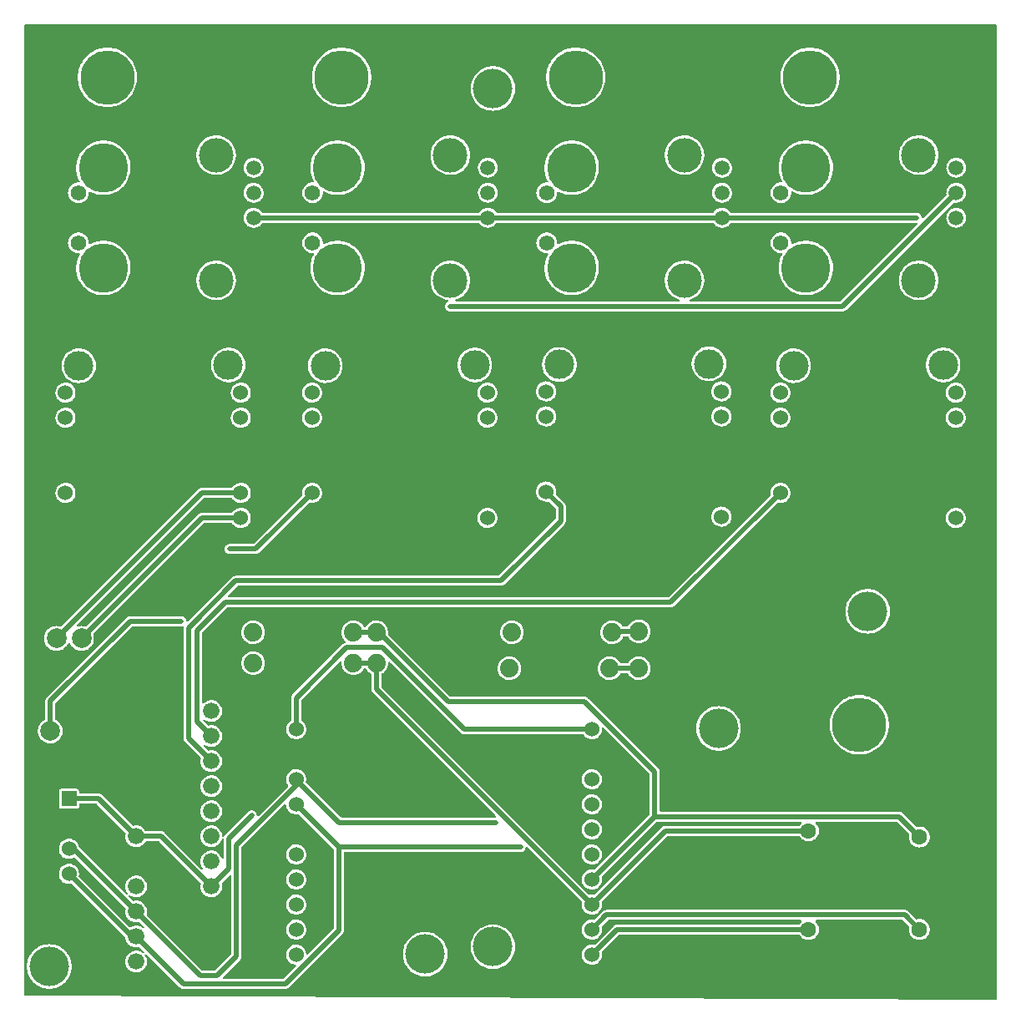
<source format=gbl>
G04 Layer: BottomLayer*
G04 EasyEDA v6.5.5, 2022-06-01 22:10:18*
G04 81c8d0c65d2c47f1a3a576b13e5828a4,c96cdaf6a0e44fa3bb1e134f2b5c86cb,10*
G04 Gerber Generator version 0.2*
G04 Scale: 100 percent, Rotated: No, Reflected: No *
G04 Dimensions in millimeters *
G04 leading zeros omitted , absolute positions ,4 integer and 5 decimal *
%FSLAX45Y45*%
%MOMM*%

%ADD11C,0.5000*%
%ADD12C,5.0000*%
%ADD14C,0.5000*%
%ADD15C,5.4991*%
%ADD16R,1.5240X1.5240*%
%ADD17C,1.5240*%
%ADD18C,1.6764*%
%ADD19C,3.0000*%
%ADD20C,1.8796*%
%ADD21C,2.0000*%
%ADD22C,1.6000*%
%ADD23R,1.4986X1.4986*%
%ADD24C,1.4986*%
%ADD25C,1.5748*%
%ADD26C,3.5000*%
%ADD27C,4.0000*%

%LPD*%
G36*
X9901377Y-36423D02*
G01*
X57353Y355D01*
X53492Y1168D01*
X50190Y3352D01*
X48006Y6654D01*
X47244Y10515D01*
X47244Y9838944D01*
X48006Y9842855D01*
X50241Y9846106D01*
X53492Y9848342D01*
X57404Y9849104D01*
X9901428Y9849104D01*
X9905339Y9848342D01*
X9908590Y9846106D01*
X9910826Y9842855D01*
X9911588Y9838944D01*
X9911588Y-26263D01*
X9910826Y-30175D01*
X9908590Y-33477D01*
X9905288Y-35661D01*
G37*

%LPC*%
G36*
X300024Y74117D02*
G01*
X320852Y75082D01*
X341528Y77927D01*
X361797Y82702D01*
X381609Y89357D01*
X400710Y97790D01*
X418896Y107950D01*
X436118Y119735D01*
X452170Y133045D01*
X466953Y147828D01*
X480263Y163880D01*
X492048Y181102D01*
X502208Y199288D01*
X510641Y218389D01*
X517296Y238201D01*
X522071Y258470D01*
X524916Y279146D01*
X525881Y299974D01*
X524916Y320852D01*
X522071Y341528D01*
X517296Y361797D01*
X510641Y381609D01*
X502208Y400710D01*
X492048Y418896D01*
X480263Y436118D01*
X466953Y452170D01*
X452170Y466953D01*
X436118Y480263D01*
X418896Y492048D01*
X400710Y502208D01*
X381609Y510641D01*
X361797Y517296D01*
X341528Y522071D01*
X320852Y524916D01*
X300024Y525881D01*
X279146Y524916D01*
X258470Y522071D01*
X238201Y517296D01*
X218389Y510641D01*
X199288Y502208D01*
X181102Y492048D01*
X163880Y480263D01*
X147828Y466953D01*
X133045Y452170D01*
X119735Y436118D01*
X107950Y418896D01*
X97790Y400710D01*
X89357Y381609D01*
X82702Y361797D01*
X77927Y341528D01*
X75082Y320852D01*
X74117Y299974D01*
X75082Y279146D01*
X77927Y258470D01*
X82702Y238201D01*
X89357Y218389D01*
X97790Y199288D01*
X107950Y181102D01*
X119735Y163880D01*
X133045Y147828D01*
X147828Y133045D01*
X163880Y119735D01*
X181102Y107950D01*
X199288Y97790D01*
X218389Y89357D01*
X238201Y82702D01*
X258470Y77927D01*
X279146Y75082D01*
G37*
G36*
X1659585Y74320D02*
G01*
X2697784Y74320D01*
X2702407Y74523D01*
X2706827Y75082D01*
X2711145Y76047D01*
X2715412Y77368D01*
X2719476Y79095D01*
X2723438Y81127D01*
X2727147Y83515D01*
X2730703Y86207D01*
X2734157Y89357D01*
X3271012Y626008D01*
X3274212Y629462D01*
X3276904Y632968D01*
X3279292Y636727D01*
X3281324Y640638D01*
X3283051Y644753D01*
X3284372Y648970D01*
X3285337Y653338D01*
X3285896Y657707D01*
X3286099Y662381D01*
X3286099Y1449984D01*
X3286861Y1453845D01*
X3289096Y1457147D01*
X3292398Y1459382D01*
X3296259Y1460144D01*
X5079288Y1460144D01*
X5088585Y1460957D01*
X5097119Y1463243D01*
X5105247Y1467002D01*
X5111394Y1471218D01*
X5118049Y1477568D01*
X5123434Y1484934D01*
X5127345Y1493164D01*
X5129784Y1501952D01*
X5130038Y1504391D01*
X5131054Y1508048D01*
X5133390Y1511096D01*
X5136692Y1513027D01*
X5140452Y1513636D01*
X5144160Y1512824D01*
X5147310Y1510690D01*
X5699963Y958037D01*
X5701995Y955141D01*
X5702858Y951687D01*
X5700623Y934313D01*
X5700623Y920699D01*
X5702452Y907186D01*
X5706059Y894029D01*
X5711393Y881481D01*
X5718352Y869746D01*
X5726785Y859028D01*
X5736590Y849528D01*
X5747562Y841451D01*
X5759551Y834898D01*
X5772251Y830021D01*
X5785510Y826820D01*
X5799074Y825449D01*
X5812739Y825906D01*
X5826150Y828192D01*
X5839206Y832256D01*
X5851550Y837996D01*
X5863031Y845312D01*
X5873445Y854100D01*
X5882640Y864209D01*
X5890310Y875487D01*
X5896508Y887628D01*
X5900978Y900531D01*
X5903671Y913892D01*
X5904585Y927506D01*
X5903671Y941120D01*
X5902198Y948486D01*
X5902045Y951788D01*
X5903010Y954989D01*
X5904941Y957681D01*
X6568287Y1620977D01*
X6571538Y1623212D01*
X6575450Y1623974D01*
X7901584Y1623974D01*
X7904886Y1623415D01*
X7907781Y1621891D01*
X7910068Y1619453D01*
X7916011Y1610563D01*
X7925104Y1600149D01*
X7935518Y1591005D01*
X7947050Y1583283D01*
X7959496Y1577187D01*
X7972602Y1572717D01*
X7986166Y1570024D01*
X7999984Y1569110D01*
X8013801Y1570024D01*
X8027416Y1572717D01*
X8040522Y1577187D01*
X8052917Y1583283D01*
X8064449Y1591005D01*
X8074863Y1600149D01*
X8084007Y1610563D01*
X8091678Y1622044D01*
X8097824Y1634489D01*
X8102295Y1647596D01*
X8104987Y1661160D01*
X8105902Y1675028D01*
X8104987Y1688846D01*
X8102295Y1702409D01*
X8097824Y1715516D01*
X8091678Y1727962D01*
X8084007Y1739442D01*
X8074863Y1749856D01*
X8073085Y1751482D01*
X8070596Y1754682D01*
X8069630Y1758645D01*
X8070240Y1762658D01*
X8072424Y1766112D01*
X8075777Y1768449D01*
X8079790Y1769262D01*
X8892133Y1769262D01*
X8895994Y1768500D01*
X8899296Y1766265D01*
X9019336Y1646072D01*
X9021267Y1643380D01*
X9022232Y1640230D01*
X9022130Y1636928D01*
X9019997Y1626311D01*
X9019133Y1612493D01*
X9019997Y1598676D01*
X9022740Y1585112D01*
X9027160Y1572006D01*
X9033306Y1559560D01*
X9040977Y1548028D01*
X9050121Y1537614D01*
X9060535Y1528521D01*
X9072067Y1520799D01*
X9084462Y1514703D01*
X9097619Y1510233D01*
X9111183Y1507540D01*
X9125000Y1506626D01*
X9138818Y1507540D01*
X9152382Y1510233D01*
X9165539Y1514703D01*
X9177934Y1520799D01*
X9189466Y1528521D01*
X9199880Y1537614D01*
X9209024Y1548028D01*
X9216694Y1559560D01*
X9222841Y1572006D01*
X9227261Y1585112D01*
X9230004Y1598676D01*
X9230868Y1612493D01*
X9230004Y1626311D01*
X9227261Y1639925D01*
X9222841Y1653032D01*
X9216694Y1665427D01*
X9209024Y1676958D01*
X9199880Y1687372D01*
X9189466Y1696516D01*
X9177934Y1704187D01*
X9165539Y1710334D01*
X9152382Y1714804D01*
X9138818Y1717497D01*
X9125000Y1718411D01*
X9111183Y1717497D01*
X9100464Y1715363D01*
X9097162Y1715262D01*
X9093962Y1716227D01*
X9091269Y1718157D01*
X8953601Y1855978D01*
X8950147Y1859178D01*
X8946642Y1861820D01*
X8942882Y1864258D01*
X8938971Y1866290D01*
X8934856Y1868017D01*
X8930640Y1869338D01*
X8926271Y1870303D01*
X8921902Y1870862D01*
X8917228Y1871065D01*
X6502247Y1871065D01*
X6498386Y1871827D01*
X6495084Y1874062D01*
X6492849Y1877364D01*
X6492087Y1881225D01*
X6492087Y2271318D01*
X6491884Y2275992D01*
X6491325Y2280361D01*
X6490360Y2284730D01*
X6489039Y2288946D01*
X6487312Y2293061D01*
X6485280Y2296972D01*
X6482892Y2300732D01*
X6480200Y2304237D01*
X6477000Y2307691D01*
X5764885Y3019602D01*
X5761431Y3022752D01*
X5757926Y3025444D01*
X5754166Y3027832D01*
X5750204Y3029864D01*
X5746140Y3031591D01*
X5741873Y3032912D01*
X5737555Y3033877D01*
X5733135Y3034436D01*
X5728512Y3034639D01*
X4369460Y3034639D01*
X4365599Y3035401D01*
X4362297Y3037636D01*
X3738372Y3661714D01*
X3736492Y3664407D01*
X3735527Y3667506D01*
X3736848Y3687521D01*
X3735933Y3702253D01*
X3733241Y3716731D01*
X3728770Y3730802D01*
X3722624Y3744214D01*
X3714851Y3756761D01*
X3705606Y3768242D01*
X3694988Y3778504D01*
X3683203Y3787444D01*
X3670452Y3794810D01*
X3656837Y3800551D01*
X3642664Y3804615D01*
X3628034Y3806850D01*
X3613302Y3807307D01*
X3598621Y3805936D01*
X3584194Y3802786D01*
X3570274Y3797909D01*
X3557066Y3791305D01*
X3544773Y3783177D01*
X3533546Y3773576D01*
X3523589Y3762654D01*
X3515106Y3750614D01*
X3511448Y3743858D01*
X3509162Y3741013D01*
X3506063Y3739134D01*
X3502507Y3738473D01*
X3497732Y3738473D01*
X3494379Y3739083D01*
X3491382Y3740759D01*
X3489096Y3743299D01*
X3480815Y3756761D01*
X3471570Y3768242D01*
X3461004Y3778504D01*
X3449218Y3787444D01*
X3436416Y3794810D01*
X3422853Y3800551D01*
X3408629Y3804615D01*
X3394049Y3806850D01*
X3379317Y3807307D01*
X3364636Y3805936D01*
X3350209Y3802786D01*
X3336290Y3797909D01*
X3323082Y3791305D01*
X3310737Y3783177D01*
X3299561Y3773576D01*
X3289604Y3762654D01*
X3281070Y3750614D01*
X3274110Y3737610D01*
X3268776Y3723843D01*
X3265170Y3709517D01*
X3263341Y3694887D01*
X3263341Y3680104D01*
X3265170Y3665474D01*
X3268776Y3651148D01*
X3274110Y3637381D01*
X3281070Y3624376D01*
X3289604Y3612337D01*
X3299561Y3601465D01*
X3303574Y3598011D01*
X3306165Y3594557D01*
X3307130Y3590340D01*
X3306216Y3586124D01*
X3303676Y3582670D01*
X3299917Y3580536D01*
X3294430Y3578910D01*
X3290417Y3577234D01*
X3286455Y3575202D01*
X3282696Y3572814D01*
X3279190Y3570122D01*
X3275736Y3566972D01*
X2766771Y3058007D01*
X2763621Y3054553D01*
X2760929Y3051048D01*
X2758541Y3047288D01*
X2756509Y3043326D01*
X2754782Y3039262D01*
X2753461Y3034995D01*
X2752496Y3030677D01*
X2751937Y3026257D01*
X2751734Y3021634D01*
X2751734Y2799740D01*
X2751226Y2796641D01*
X2749804Y2793796D01*
X2747619Y2791561D01*
X2736596Y2783433D01*
X2726791Y2773984D01*
X2718358Y2763266D01*
X2711399Y2751531D01*
X2706065Y2738983D01*
X2702458Y2725826D01*
X2700629Y2712313D01*
X2700629Y2698699D01*
X2702458Y2685186D01*
X2706065Y2672029D01*
X2711399Y2659481D01*
X2718358Y2647746D01*
X2726791Y2637028D01*
X2736596Y2627528D01*
X2747568Y2619451D01*
X2759506Y2612898D01*
X2772257Y2608021D01*
X2785516Y2604820D01*
X2799080Y2603449D01*
X2812745Y2603906D01*
X2826156Y2606192D01*
X2839212Y2610256D01*
X2851556Y2615996D01*
X2863037Y2623312D01*
X2873451Y2632100D01*
X2882595Y2642209D01*
X2890316Y2653487D01*
X2896463Y2665628D01*
X2900984Y2678531D01*
X2903677Y2691892D01*
X2904591Y2705506D01*
X2903677Y2719120D01*
X2900984Y2732481D01*
X2896463Y2745333D01*
X2890316Y2757525D01*
X2882595Y2768752D01*
X2873451Y2778861D01*
X2863037Y2787700D01*
X2858262Y2790748D01*
X2855722Y2793034D01*
X2854096Y2795981D01*
X2853537Y2799334D01*
X2853537Y2996539D01*
X2854299Y3000451D01*
X2856534Y3003702D01*
X3246424Y3393643D01*
X3249930Y3395929D01*
X3254044Y3396640D01*
X3258108Y3395573D01*
X3261360Y3393033D01*
X3263341Y3389376D01*
X3263696Y3385210D01*
X3263341Y3382365D01*
X3263341Y3367633D01*
X3265170Y3352952D01*
X3268776Y3338677D01*
X3274110Y3324910D01*
X3281070Y3311906D01*
X3289604Y3299866D01*
X3299561Y3288944D01*
X3310788Y3279343D01*
X3323082Y3271215D01*
X3336290Y3264611D01*
X3350209Y3259683D01*
X3364636Y3256534D01*
X3379317Y3255162D01*
X3394049Y3255619D01*
X3408629Y3257905D01*
X3422853Y3261969D01*
X3436416Y3267710D01*
X3449218Y3275076D01*
X3461004Y3283965D01*
X3471570Y3294227D01*
X3480815Y3305708D01*
X3489096Y3319170D01*
X3491331Y3321710D01*
X3494379Y3323386D01*
X3497732Y3323996D01*
X3502507Y3323996D01*
X3506063Y3323336D01*
X3509213Y3321456D01*
X3511448Y3318611D01*
X3515106Y3311906D01*
X3523589Y3299866D01*
X3533546Y3288944D01*
X3544773Y3279343D01*
X3557066Y3271215D01*
X3560419Y3269538D01*
X3563416Y3267252D01*
X3565347Y3264103D01*
X3566058Y3260445D01*
X3566058Y3113227D01*
X3566261Y3108604D01*
X3566820Y3104184D01*
X3567785Y3099866D01*
X3569106Y3095599D01*
X3570833Y3091535D01*
X3572865Y3087573D01*
X3575253Y3083814D01*
X3577945Y3080308D01*
X3581095Y3076854D01*
X4829251Y1828749D01*
X4831486Y1825447D01*
X4832248Y1821535D01*
X4831486Y1817674D01*
X4829251Y1814372D01*
X4825949Y1812137D01*
X4822088Y1811375D01*
X3264814Y1811375D01*
X3260953Y1812137D01*
X3257651Y1814372D01*
X2904947Y2167280D01*
X2903016Y2169972D01*
X2902051Y2173173D01*
X2902153Y2176475D01*
X2903677Y2183892D01*
X2904591Y2197506D01*
X2903677Y2211120D01*
X2900984Y2224481D01*
X2896463Y2237333D01*
X2890316Y2249525D01*
X2882595Y2260752D01*
X2873451Y2270861D01*
X2863037Y2279700D01*
X2851556Y2287016D01*
X2839212Y2292756D01*
X2826156Y2296820D01*
X2812745Y2299055D01*
X2799080Y2299512D01*
X2785516Y2298141D01*
X2772257Y2294991D01*
X2759506Y2290114D01*
X2747568Y2283561D01*
X2736596Y2275433D01*
X2726791Y2265984D01*
X2718358Y2255266D01*
X2711399Y2243531D01*
X2706065Y2230983D01*
X2702458Y2217826D01*
X2700629Y2204313D01*
X2700629Y2190699D01*
X2702458Y2177186D01*
X2706065Y2164029D01*
X2711399Y2151481D01*
X2718358Y2139746D01*
X2720187Y2137359D01*
X2721914Y2134108D01*
X2722372Y2130450D01*
X2721508Y2126894D01*
X2719425Y2123897D01*
X2422042Y1826361D01*
X2418791Y1824177D01*
X2414981Y1823415D01*
X2411171Y1824075D01*
X2407869Y1826158D01*
X2405634Y1829307D01*
X2404719Y1833118D01*
X2404516Y1837232D01*
X2403906Y1841957D01*
X2402992Y1845970D01*
X2401468Y1850796D01*
X2399995Y1854301D01*
X2397455Y1859025D01*
X2395575Y1861972D01*
X2392070Y1866442D01*
X2389886Y1868728D01*
X2385466Y1872742D01*
X2383129Y1874469D01*
X2377795Y1877771D01*
X2375509Y1878888D01*
X2367330Y1881936D01*
X2358288Y1883562D01*
X2349398Y1883562D01*
X2340660Y1881987D01*
X2332329Y1878990D01*
X2324658Y1874570D01*
X2317546Y1868576D01*
X2083816Y1635099D01*
X2080615Y1631645D01*
X2077974Y1628139D01*
X2075535Y1624380D01*
X2072589Y1618183D01*
X2069947Y1614525D01*
X2066036Y1612341D01*
X2061514Y1612087D01*
X2057349Y1613763D01*
X2054352Y1617116D01*
X2053031Y1621434D01*
X2052320Y1633016D01*
X2049627Y1646834D01*
X2045207Y1660194D01*
X2039112Y1672843D01*
X2031441Y1684629D01*
X2022297Y1695297D01*
X2011883Y1704797D01*
X2000351Y1712823D01*
X1987905Y1719325D01*
X1974697Y1724152D01*
X1961032Y1727301D01*
X1947011Y1728673D01*
X1932990Y1728216D01*
X1919071Y1725980D01*
X1905609Y1721967D01*
X1892757Y1716278D01*
X1880717Y1708962D01*
X1869744Y1700225D01*
X1859940Y1690116D01*
X1851558Y1678838D01*
X1844649Y1666595D01*
X1839366Y1653590D01*
X1835810Y1639976D01*
X1834032Y1626006D01*
X1834032Y1611985D01*
X1835810Y1598015D01*
X1839366Y1584452D01*
X1844649Y1571396D01*
X1851558Y1559153D01*
X1859940Y1547876D01*
X1869744Y1537766D01*
X1880717Y1529029D01*
X1892757Y1521714D01*
X1905609Y1516024D01*
X1919071Y1512062D01*
X1932990Y1509776D01*
X1947011Y1509369D01*
X1961032Y1510690D01*
X1974697Y1513840D01*
X1987905Y1518666D01*
X2000351Y1525168D01*
X2011883Y1533245D01*
X2022297Y1542694D01*
X2031441Y1553362D01*
X2039112Y1565148D01*
X2045207Y1577848D01*
X2048916Y1589074D01*
X2050948Y1592580D01*
X2054199Y1595018D01*
X2058162Y1596034D01*
X2062175Y1595374D01*
X2065578Y1593189D01*
X2067915Y1589836D01*
X2068728Y1585874D01*
X2068728Y1398117D01*
X2067915Y1394155D01*
X2065578Y1390802D01*
X2062175Y1388618D01*
X2058162Y1388008D01*
X2054199Y1388973D01*
X2050948Y1391412D01*
X2048916Y1394917D01*
X2045207Y1406194D01*
X2039112Y1418844D01*
X2031441Y1430629D01*
X2022297Y1441297D01*
X2011883Y1450797D01*
X2000351Y1458823D01*
X1987905Y1465326D01*
X1974697Y1470152D01*
X1961032Y1473301D01*
X1947011Y1474673D01*
X1932990Y1474216D01*
X1919071Y1471980D01*
X1905609Y1467967D01*
X1892757Y1462278D01*
X1880717Y1454962D01*
X1869744Y1446225D01*
X1859940Y1436116D01*
X1851558Y1424838D01*
X1844649Y1412595D01*
X1839366Y1399590D01*
X1835810Y1385976D01*
X1834032Y1372006D01*
X1834032Y1357985D01*
X1835810Y1344015D01*
X1839366Y1330452D01*
X1844649Y1317396D01*
X1851558Y1305153D01*
X1856028Y1299159D01*
X1857806Y1295196D01*
X1857806Y1290878D01*
X1856028Y1286967D01*
X1852777Y1284173D01*
X1848612Y1282954D01*
X1844344Y1283563D01*
X1840687Y1285900D01*
X1471777Y1654860D01*
X1468323Y1658010D01*
X1464818Y1660702D01*
X1461058Y1663090D01*
X1457096Y1665122D01*
X1453032Y1666849D01*
X1448765Y1668170D01*
X1444447Y1669135D01*
X1440027Y1669694D01*
X1435404Y1669897D01*
X1284528Y1669897D01*
X1281226Y1670456D01*
X1278280Y1672031D01*
X1275994Y1674520D01*
X1269441Y1684629D01*
X1260297Y1695297D01*
X1249883Y1704797D01*
X1238351Y1712823D01*
X1225905Y1719325D01*
X1212697Y1724152D01*
X1199032Y1727301D01*
X1185011Y1728673D01*
X1170990Y1728216D01*
X1157071Y1725980D01*
X1154836Y1725269D01*
X1151229Y1724914D01*
X1147724Y1725777D01*
X1144778Y1727860D01*
X836777Y2035860D01*
X833323Y2039010D01*
X829818Y2041702D01*
X826058Y2044090D01*
X822096Y2046122D01*
X818032Y2047849D01*
X813765Y2049170D01*
X809447Y2050135D01*
X805027Y2050694D01*
X800404Y2050897D01*
X612292Y2050897D01*
X608380Y2051659D01*
X605078Y2053894D01*
X602894Y2057196D01*
X602132Y2061057D01*
X602132Y2075637D01*
X601370Y2081936D01*
X599490Y2087422D01*
X596392Y2092299D01*
X592328Y2096414D01*
X587400Y2099462D01*
X581964Y2101392D01*
X575614Y2102104D01*
X424383Y2102104D01*
X418033Y2101392D01*
X412597Y2099462D01*
X407670Y2096414D01*
X403606Y2092299D01*
X400507Y2087422D01*
X398627Y2081936D01*
X397916Y2075637D01*
X397916Y1924354D01*
X398627Y1918055D01*
X400507Y1912569D01*
X403606Y1907692D01*
X407670Y1903577D01*
X412597Y1900529D01*
X418033Y1898599D01*
X424383Y1897888D01*
X575614Y1897888D01*
X581964Y1898599D01*
X587400Y1900529D01*
X592328Y1903577D01*
X596392Y1907692D01*
X599490Y1912569D01*
X601370Y1918055D01*
X602132Y1924354D01*
X602132Y1938934D01*
X602894Y1942795D01*
X605078Y1946097D01*
X608380Y1948332D01*
X612292Y1949094D01*
X775309Y1949094D01*
X779221Y1948332D01*
X782472Y1946097D01*
X1072794Y1655825D01*
X1074775Y1652981D01*
X1075690Y1649577D01*
X1075436Y1646072D01*
X1073810Y1639976D01*
X1072032Y1626006D01*
X1072032Y1611985D01*
X1073810Y1598015D01*
X1077366Y1584452D01*
X1082649Y1571396D01*
X1089558Y1559153D01*
X1097940Y1547876D01*
X1107744Y1537766D01*
X1118717Y1529029D01*
X1130757Y1521714D01*
X1143609Y1516024D01*
X1157071Y1512062D01*
X1170990Y1509776D01*
X1185011Y1509369D01*
X1199032Y1510690D01*
X1212697Y1513840D01*
X1225905Y1518666D01*
X1238351Y1525168D01*
X1249883Y1533245D01*
X1260297Y1542694D01*
X1269441Y1553362D01*
X1275994Y1563471D01*
X1278229Y1565960D01*
X1281176Y1567535D01*
X1284478Y1568094D01*
X1410309Y1568094D01*
X1414221Y1567332D01*
X1417472Y1565097D01*
X1834794Y1147826D01*
X1836775Y1144981D01*
X1837689Y1141577D01*
X1837436Y1138072D01*
X1835810Y1131976D01*
X1834032Y1118006D01*
X1834032Y1103985D01*
X1835810Y1090015D01*
X1839366Y1076452D01*
X1844649Y1063396D01*
X1851558Y1051153D01*
X1859940Y1039876D01*
X1869744Y1029766D01*
X1880717Y1021029D01*
X1892757Y1013714D01*
X1905609Y1008024D01*
X1919071Y1004062D01*
X1932990Y1001776D01*
X1947011Y1001369D01*
X1961032Y1002690D01*
X1974697Y1005840D01*
X1987905Y1010666D01*
X2000351Y1017168D01*
X2011883Y1025245D01*
X2022297Y1034694D01*
X2031441Y1045362D01*
X2039112Y1057148D01*
X2045207Y1069848D01*
X2049627Y1083157D01*
X2052320Y1096975D01*
X2053183Y1110996D01*
X2052320Y1125016D01*
X2049627Y1138783D01*
X2049525Y1142085D01*
X2050491Y1145235D01*
X2052421Y1147927D01*
X2131872Y1227480D01*
X2135174Y1229715D01*
X2139086Y1230477D01*
X2142947Y1229715D01*
X2146249Y1227531D01*
X2148484Y1224229D01*
X2149246Y1220317D01*
X2149246Y430682D01*
X2148484Y426821D01*
X2146249Y423519D01*
X1981911Y259384D01*
X1978609Y257149D01*
X1974748Y256387D01*
X1858416Y256387D01*
X1854504Y257149D01*
X1851253Y259384D01*
X1290421Y820166D01*
X1288491Y822858D01*
X1287526Y826008D01*
X1287627Y829310D01*
X1290320Y842975D01*
X1291183Y856996D01*
X1290320Y871016D01*
X1287627Y884834D01*
X1283208Y898194D01*
X1277112Y910844D01*
X1269441Y922629D01*
X1260297Y933297D01*
X1249883Y942797D01*
X1238351Y950823D01*
X1225905Y957326D01*
X1212697Y962152D01*
X1199032Y965301D01*
X1185011Y966673D01*
X1170990Y966216D01*
X1157071Y963980D01*
X1154836Y963269D01*
X1151229Y962914D01*
X1147724Y963777D01*
X1144778Y965860D01*
X1102664Y1007922D01*
X1100328Y1011580D01*
X1099718Y1015898D01*
X1101039Y1020064D01*
X1103934Y1023315D01*
X1107948Y1025093D01*
X1112266Y1024991D01*
X1116177Y1023061D01*
X1118717Y1021029D01*
X1130757Y1013714D01*
X1143609Y1008024D01*
X1157071Y1004062D01*
X1170990Y1001776D01*
X1185011Y1001369D01*
X1199032Y1002690D01*
X1212697Y1005840D01*
X1225905Y1010666D01*
X1238351Y1017168D01*
X1249883Y1025245D01*
X1260297Y1034694D01*
X1269441Y1045362D01*
X1277112Y1057148D01*
X1283208Y1069848D01*
X1287627Y1083157D01*
X1290320Y1096975D01*
X1291183Y1110996D01*
X1290320Y1125016D01*
X1287627Y1138834D01*
X1283208Y1152194D01*
X1277112Y1164844D01*
X1269441Y1176629D01*
X1260297Y1187297D01*
X1249883Y1196797D01*
X1238351Y1204823D01*
X1225905Y1211326D01*
X1212697Y1216152D01*
X1199032Y1219301D01*
X1185011Y1220673D01*
X1170990Y1220216D01*
X1157071Y1217980D01*
X1143609Y1213967D01*
X1130757Y1208278D01*
X1118717Y1200962D01*
X1107744Y1192225D01*
X1097940Y1182116D01*
X1089558Y1170838D01*
X1082649Y1158595D01*
X1077366Y1145590D01*
X1073810Y1131976D01*
X1072032Y1118006D01*
X1072032Y1103985D01*
X1073810Y1090015D01*
X1077366Y1076452D01*
X1082649Y1063396D01*
X1089558Y1051153D01*
X1094028Y1045159D01*
X1095806Y1041196D01*
X1095806Y1036878D01*
X1094028Y1032967D01*
X1090777Y1030173D01*
X1086612Y1028953D01*
X1082344Y1029563D01*
X1078687Y1031900D01*
X602386Y1508201D01*
X600710Y1510436D01*
X599694Y1513027D01*
X597509Y1522222D01*
X592582Y1534972D01*
X586028Y1546910D01*
X577951Y1557934D01*
X568452Y1567688D01*
X557784Y1576171D01*
X546049Y1583131D01*
X533501Y1588414D01*
X520344Y1592021D01*
X506831Y1593850D01*
X493166Y1593850D01*
X479653Y1592021D01*
X466496Y1588414D01*
X453948Y1583131D01*
X442214Y1576171D01*
X431546Y1567688D01*
X422046Y1557934D01*
X413969Y1546910D01*
X407416Y1534972D01*
X402488Y1522222D01*
X399338Y1508963D01*
X397967Y1495399D01*
X398424Y1481785D01*
X400710Y1468323D01*
X404723Y1455318D01*
X410464Y1442923D01*
X417830Y1431442D01*
X426618Y1421028D01*
X436727Y1411884D01*
X447954Y1404162D01*
X460146Y1398016D01*
X473049Y1393545D01*
X486409Y1390802D01*
X500024Y1389938D01*
X513588Y1390802D01*
X526948Y1393545D01*
X539851Y1398016D01*
X552399Y1404366D01*
X556463Y1405432D01*
X560628Y1404772D01*
X564134Y1402486D01*
X1072794Y893826D01*
X1074775Y890981D01*
X1075690Y887577D01*
X1075436Y884072D01*
X1073810Y877976D01*
X1072032Y864006D01*
X1072032Y849985D01*
X1073810Y836015D01*
X1077366Y822452D01*
X1082649Y809396D01*
X1089558Y797153D01*
X1097940Y785876D01*
X1107744Y775766D01*
X1118717Y767029D01*
X1130757Y759714D01*
X1143609Y754024D01*
X1157071Y750062D01*
X1170990Y747776D01*
X1185011Y747369D01*
X1199032Y748690D01*
X1208938Y750976D01*
X1212342Y751128D01*
X1215593Y750214D01*
X1218387Y748233D01*
X1260957Y705612D01*
X1263294Y702056D01*
X1263954Y697839D01*
X1262786Y693724D01*
X1260043Y690422D01*
X1256182Y688594D01*
X1251915Y688441D01*
X1248003Y690118D01*
X1238351Y696823D01*
X1225905Y703326D01*
X1212697Y708152D01*
X1199032Y711301D01*
X1185011Y712673D01*
X1170990Y712216D01*
X1157071Y709980D01*
X1143609Y705967D01*
X1130757Y700278D01*
X1124559Y696518D01*
X1120343Y695096D01*
X1115872Y695604D01*
X1112113Y697992D01*
X602488Y1207617D01*
X600608Y1210208D01*
X599643Y1213256D01*
X599643Y1216507D01*
X601573Y1227785D01*
X602030Y1241399D01*
X600659Y1254963D01*
X597509Y1268222D01*
X592582Y1280972D01*
X586028Y1292910D01*
X577951Y1303934D01*
X568452Y1313688D01*
X557784Y1322171D01*
X546049Y1329131D01*
X533501Y1334414D01*
X520344Y1338021D01*
X506831Y1339850D01*
X493166Y1339850D01*
X479653Y1338021D01*
X466496Y1334414D01*
X453948Y1329131D01*
X442214Y1322171D01*
X431546Y1313688D01*
X422046Y1303934D01*
X413969Y1292910D01*
X407416Y1280972D01*
X402488Y1268222D01*
X399338Y1254963D01*
X397967Y1241399D01*
X398424Y1227785D01*
X400710Y1214323D01*
X404723Y1201318D01*
X410464Y1188923D01*
X417830Y1177442D01*
X426618Y1167028D01*
X436727Y1157884D01*
X447954Y1150162D01*
X460146Y1144016D01*
X473049Y1139545D01*
X486409Y1136802D01*
X500024Y1135938D01*
X513588Y1136802D01*
X521309Y1138377D01*
X524611Y1138529D01*
X527812Y1137564D01*
X530504Y1135634D01*
X1069848Y596290D01*
X1071778Y593598D01*
X1072743Y590397D01*
X1073810Y582015D01*
X1077366Y568452D01*
X1082649Y555396D01*
X1089558Y543153D01*
X1097940Y531876D01*
X1107744Y521766D01*
X1118717Y513029D01*
X1130757Y505714D01*
X1143609Y500024D01*
X1157071Y496062D01*
X1170990Y493776D01*
X1185011Y493369D01*
X1199032Y494690D01*
X1208938Y496976D01*
X1212342Y497128D01*
X1215593Y496214D01*
X1218387Y494233D01*
X1260957Y451612D01*
X1263294Y448056D01*
X1263954Y443839D01*
X1262786Y439724D01*
X1260043Y436422D01*
X1256182Y434593D01*
X1251915Y434441D01*
X1248003Y436118D01*
X1238351Y442823D01*
X1225905Y449326D01*
X1212697Y454151D01*
X1199032Y457301D01*
X1185011Y458673D01*
X1170990Y458216D01*
X1157071Y455980D01*
X1143609Y451967D01*
X1130757Y446278D01*
X1118717Y438962D01*
X1107744Y430225D01*
X1097940Y420116D01*
X1089558Y408838D01*
X1082649Y396595D01*
X1077366Y383590D01*
X1073810Y369976D01*
X1072032Y356006D01*
X1072032Y341985D01*
X1073810Y328015D01*
X1077366Y314452D01*
X1082649Y301396D01*
X1089558Y289153D01*
X1097940Y277876D01*
X1107744Y267766D01*
X1118717Y259029D01*
X1130757Y251714D01*
X1143609Y246024D01*
X1157071Y242062D01*
X1170990Y239775D01*
X1185011Y239369D01*
X1199032Y240690D01*
X1212697Y243840D01*
X1225905Y248666D01*
X1238351Y255168D01*
X1249883Y263245D01*
X1260297Y272694D01*
X1269441Y283362D01*
X1277112Y295148D01*
X1283208Y307848D01*
X1287627Y321157D01*
X1290320Y334975D01*
X1291183Y348996D01*
X1290320Y363016D01*
X1287627Y376834D01*
X1283208Y390194D01*
X1277112Y402844D01*
X1269136Y415035D01*
X1267612Y418947D01*
X1267866Y423214D01*
X1269746Y426974D01*
X1273048Y429615D01*
X1277112Y430733D01*
X1281328Y430072D01*
X1284833Y427735D01*
X1623212Y89357D01*
X1626666Y86207D01*
X1630172Y83515D01*
X1633931Y81127D01*
X1637893Y79095D01*
X1641957Y77368D01*
X1646224Y76047D01*
X1650542Y75082D01*
X1654962Y74523D01*
G37*
G36*
X4112514Y199085D02*
G01*
X4133342Y200050D01*
X4154017Y202946D01*
X4174337Y207721D01*
X4194098Y214375D01*
X4213199Y222808D01*
X4231436Y232917D01*
X4248658Y244754D01*
X4264710Y258064D01*
X4279442Y272796D01*
X4292752Y288848D01*
X4304538Y306070D01*
X4314698Y324307D01*
X4323130Y343408D01*
X4329785Y363169D01*
X4334560Y383489D01*
X4337456Y404164D01*
X4338421Y424992D01*
X4337456Y445820D01*
X4334560Y466496D01*
X4329785Y486816D01*
X4323130Y506628D01*
X4314698Y525678D01*
X4304538Y543915D01*
X4292752Y561136D01*
X4279442Y577189D01*
X4264710Y591921D01*
X4248658Y605282D01*
X4231436Y617067D01*
X4213199Y627227D01*
X4194098Y635660D01*
X4174337Y642264D01*
X4154017Y647039D01*
X4133342Y649935D01*
X4112514Y650900D01*
X4091635Y649935D01*
X4071010Y647039D01*
X4050690Y642264D01*
X4030878Y635660D01*
X4011828Y627227D01*
X3993591Y617067D01*
X3976370Y605282D01*
X3960317Y591921D01*
X3945585Y577189D01*
X3932224Y561136D01*
X3920439Y543915D01*
X3910279Y525678D01*
X3901846Y506628D01*
X3895242Y486816D01*
X3890467Y466496D01*
X3887571Y445820D01*
X3886606Y424992D01*
X3887571Y404164D01*
X3890467Y383489D01*
X3895242Y363169D01*
X3901846Y343408D01*
X3910279Y324307D01*
X3920439Y306070D01*
X3932224Y288848D01*
X3945585Y272796D01*
X3960317Y258064D01*
X3976370Y244754D01*
X3993591Y232917D01*
X4011828Y222808D01*
X4030878Y214375D01*
X4050690Y207721D01*
X4071010Y202946D01*
X4091635Y200050D01*
G37*
G36*
X4799990Y274116D02*
G01*
X4820869Y275082D01*
X4841494Y277926D01*
X4861814Y282702D01*
X4881626Y289356D01*
X4900676Y297789D01*
X4918913Y307949D01*
X4936134Y319735D01*
X4952187Y333044D01*
X4966919Y347827D01*
X4980279Y363880D01*
X4992065Y381101D01*
X5002225Y399288D01*
X5010658Y418388D01*
X5017262Y438200D01*
X5022037Y458470D01*
X5024932Y479145D01*
X5025898Y499973D01*
X5024932Y520852D01*
X5022037Y541528D01*
X5017262Y561797D01*
X5010658Y581609D01*
X5002225Y600710D01*
X4992065Y618896D01*
X4980279Y636117D01*
X4966919Y652170D01*
X4952187Y666953D01*
X4936134Y680262D01*
X4918913Y692048D01*
X4900676Y702208D01*
X4881626Y710641D01*
X4861814Y717296D01*
X4841494Y722071D01*
X4820869Y724916D01*
X4799990Y725881D01*
X4779162Y724916D01*
X4758486Y722071D01*
X4738166Y717296D01*
X4718405Y710641D01*
X4699304Y702208D01*
X4681067Y692048D01*
X4663846Y680262D01*
X4647793Y666953D01*
X4633061Y652170D01*
X4619752Y636117D01*
X4607915Y618896D01*
X4597806Y600710D01*
X4589373Y581609D01*
X4582718Y561797D01*
X4577943Y541528D01*
X4575048Y520852D01*
X4574082Y499973D01*
X4575048Y479145D01*
X4577943Y458470D01*
X4582718Y438200D01*
X4589373Y418388D01*
X4597806Y399288D01*
X4607915Y381101D01*
X4619752Y363880D01*
X4633061Y347827D01*
X4647793Y333044D01*
X4663846Y319735D01*
X4681067Y307949D01*
X4699304Y297789D01*
X4718405Y289356D01*
X4738166Y282702D01*
X4758486Y277926D01*
X4779162Y275082D01*
G37*
G36*
X5799074Y317449D02*
G01*
X5812739Y317906D01*
X5826150Y320192D01*
X5839206Y324256D01*
X5851550Y329996D01*
X5863031Y337312D01*
X5873445Y346100D01*
X5882640Y356209D01*
X5890310Y367487D01*
X5896508Y379628D01*
X5900978Y392531D01*
X5903671Y405892D01*
X5904585Y419506D01*
X5903671Y433120D01*
X5902147Y440537D01*
X5902045Y443839D01*
X5903010Y447040D01*
X5904941Y449732D01*
X6076289Y621233D01*
X6079591Y623468D01*
X6083452Y624230D01*
X7901431Y624230D01*
X7904683Y623671D01*
X7907629Y622147D01*
X7909864Y619709D01*
X7916011Y610565D01*
X7925104Y600151D01*
X7935518Y591007D01*
X7947050Y583285D01*
X7959496Y577189D01*
X7972602Y572719D01*
X7986166Y570026D01*
X7999984Y569112D01*
X8013801Y570026D01*
X8027416Y572719D01*
X8040522Y577189D01*
X8052917Y583285D01*
X8064449Y591007D01*
X8074863Y600151D01*
X8084007Y610565D01*
X8091678Y622046D01*
X8097824Y634492D01*
X8102295Y647598D01*
X8104987Y661162D01*
X8105902Y674979D01*
X8104987Y688848D01*
X8102295Y702411D01*
X8097824Y715518D01*
X8091678Y727964D01*
X8084007Y739444D01*
X8074863Y749858D01*
X8071612Y752754D01*
X8069173Y755954D01*
X8068157Y759917D01*
X8068818Y763930D01*
X8071002Y767384D01*
X8074304Y769721D01*
X8078317Y770534D01*
X8953144Y770534D01*
X8957005Y769772D01*
X8960307Y767537D01*
X9019336Y708609D01*
X9021267Y705916D01*
X9022232Y702767D01*
X9022130Y699465D01*
X9019997Y688848D01*
X9019133Y674979D01*
X9019997Y661162D01*
X9022740Y647598D01*
X9027160Y634492D01*
X9033306Y622046D01*
X9040977Y610565D01*
X9050121Y600151D01*
X9060535Y591007D01*
X9072067Y583285D01*
X9084462Y577189D01*
X9097619Y572719D01*
X9111183Y570026D01*
X9125000Y569112D01*
X9138818Y570026D01*
X9152382Y572719D01*
X9165539Y577189D01*
X9177934Y583285D01*
X9189466Y591007D01*
X9199880Y600151D01*
X9209024Y610565D01*
X9216694Y622046D01*
X9222841Y634492D01*
X9227261Y647598D01*
X9230004Y661162D01*
X9230868Y674979D01*
X9230004Y688848D01*
X9227261Y702411D01*
X9222841Y715518D01*
X9216694Y727964D01*
X9209024Y739444D01*
X9199880Y749858D01*
X9189466Y759002D01*
X9177934Y766724D01*
X9165539Y772820D01*
X9152382Y777290D01*
X9138818Y779983D01*
X9125000Y780897D01*
X9111183Y779983D01*
X9100464Y777849D01*
X9097162Y777748D01*
X9094012Y778713D01*
X9091320Y780643D01*
X9014510Y857300D01*
X9011107Y860399D01*
X9007551Y863142D01*
X9003842Y865530D01*
X8999880Y867562D01*
X8995816Y869238D01*
X8991498Y870610D01*
X8987231Y871575D01*
X8982760Y872134D01*
X8978188Y872337D01*
X5950661Y872337D01*
X5945987Y872134D01*
X5941618Y871575D01*
X5937250Y870610D01*
X5933033Y869289D01*
X5928918Y867562D01*
X5925007Y865530D01*
X5921248Y863092D01*
X5917742Y860450D01*
X5914288Y857250D01*
X5833110Y775970D01*
X5830519Y774090D01*
X5827471Y773074D01*
X5824270Y773125D01*
X5812739Y775055D01*
X5799074Y775512D01*
X5785510Y774141D01*
X5772251Y770991D01*
X5759551Y766114D01*
X5747562Y759561D01*
X5736590Y751433D01*
X5726785Y741984D01*
X5718352Y731266D01*
X5711393Y719531D01*
X5706059Y706983D01*
X5702452Y693826D01*
X5700623Y680313D01*
X5700623Y666699D01*
X5702452Y653186D01*
X5706059Y640029D01*
X5711393Y627481D01*
X5718352Y615746D01*
X5726785Y605028D01*
X5736590Y595528D01*
X5747562Y587451D01*
X5759551Y580898D01*
X5772251Y576021D01*
X5785510Y572820D01*
X5799074Y571449D01*
X5812739Y571906D01*
X5826150Y574192D01*
X5839206Y578256D01*
X5851550Y583996D01*
X5863031Y591312D01*
X5873445Y600100D01*
X5882640Y610209D01*
X5890310Y621487D01*
X5896508Y633628D01*
X5900978Y646531D01*
X5903671Y659892D01*
X5904585Y673506D01*
X5903671Y687120D01*
X5902147Y694588D01*
X5902045Y697890D01*
X5903010Y701040D01*
X5904941Y703783D01*
X5968593Y767537D01*
X5971895Y769772D01*
X5975807Y770534D01*
X7921701Y770534D01*
X7925663Y769721D01*
X7929016Y767384D01*
X7931200Y763930D01*
X7931810Y759917D01*
X7930845Y755954D01*
X7928356Y752754D01*
X7925104Y749858D01*
X7916011Y739444D01*
X7910017Y730554D01*
X7907781Y728116D01*
X7904835Y726592D01*
X7901584Y726033D01*
X6058357Y726033D01*
X6053683Y725830D01*
X6049314Y725271D01*
X6044946Y724306D01*
X6040729Y722985D01*
X6036614Y721258D01*
X6032703Y719226D01*
X6028944Y716788D01*
X6025438Y714146D01*
X6021984Y710946D01*
X5833160Y521970D01*
X5830570Y520090D01*
X5827522Y519074D01*
X5824270Y519125D01*
X5812739Y521055D01*
X5799074Y521512D01*
X5785510Y520141D01*
X5772251Y516991D01*
X5759551Y512114D01*
X5747562Y505561D01*
X5736590Y497433D01*
X5726785Y487984D01*
X5718352Y477266D01*
X5711393Y465531D01*
X5706059Y452983D01*
X5702452Y439826D01*
X5700623Y426313D01*
X5700623Y412699D01*
X5702452Y399186D01*
X5706059Y386029D01*
X5711393Y373481D01*
X5718352Y361746D01*
X5726785Y351028D01*
X5736590Y341528D01*
X5747562Y333451D01*
X5759551Y326898D01*
X5772251Y322021D01*
X5785510Y318820D01*
G37*
G36*
X1947011Y1763369D02*
G01*
X1961032Y1764690D01*
X1974697Y1767839D01*
X1987905Y1772666D01*
X2000351Y1779168D01*
X2011883Y1787245D01*
X2022297Y1796694D01*
X2031441Y1807362D01*
X2039112Y1819148D01*
X2045207Y1831848D01*
X2049627Y1845157D01*
X2052320Y1858975D01*
X2053183Y1872996D01*
X2052320Y1887016D01*
X2049627Y1900834D01*
X2045207Y1914194D01*
X2039112Y1926843D01*
X2031441Y1938629D01*
X2022297Y1949297D01*
X2011883Y1958797D01*
X2000351Y1966823D01*
X1987905Y1973325D01*
X1974697Y1978152D01*
X1961032Y1981301D01*
X1947011Y1982673D01*
X1932990Y1982216D01*
X1919071Y1979980D01*
X1905609Y1975967D01*
X1892757Y1970278D01*
X1880717Y1962962D01*
X1869744Y1954225D01*
X1859940Y1944116D01*
X1851558Y1932838D01*
X1844649Y1920595D01*
X1839366Y1907590D01*
X1835810Y1893976D01*
X1834032Y1880006D01*
X1834032Y1865985D01*
X1835810Y1852015D01*
X1839366Y1838452D01*
X1844649Y1825396D01*
X1851558Y1813153D01*
X1859940Y1801875D01*
X1869744Y1791766D01*
X1880717Y1783029D01*
X1892757Y1775714D01*
X1905609Y1770024D01*
X1919071Y1766062D01*
X1932990Y1763775D01*
G37*
G36*
X1947011Y2017369D02*
G01*
X1961032Y2018690D01*
X1974697Y2021839D01*
X1987905Y2026666D01*
X2000351Y2033168D01*
X2011883Y2041245D01*
X2022297Y2050694D01*
X2031441Y2061362D01*
X2039112Y2073148D01*
X2045207Y2085848D01*
X2049627Y2099157D01*
X2052320Y2112975D01*
X2053183Y2126996D01*
X2052320Y2141016D01*
X2049627Y2154834D01*
X2045207Y2168194D01*
X2039112Y2180844D01*
X2031441Y2192629D01*
X2022297Y2203297D01*
X2011883Y2212797D01*
X2000351Y2220823D01*
X1987905Y2227326D01*
X1974697Y2232152D01*
X1961032Y2235301D01*
X1947011Y2236673D01*
X1932990Y2236216D01*
X1919071Y2233980D01*
X1905609Y2229967D01*
X1892757Y2224278D01*
X1880717Y2216962D01*
X1869744Y2208225D01*
X1859940Y2198116D01*
X1851558Y2186838D01*
X1844649Y2174595D01*
X1839366Y2161590D01*
X1835810Y2147976D01*
X1834032Y2134006D01*
X1834032Y2119985D01*
X1835810Y2106015D01*
X1839366Y2092452D01*
X1844649Y2079396D01*
X1851558Y2067153D01*
X1859940Y2055875D01*
X1869744Y2045766D01*
X1880717Y2037029D01*
X1892757Y2029714D01*
X1905609Y2024024D01*
X1919071Y2020062D01*
X1932990Y2017775D01*
G37*
G36*
X1947011Y2271369D02*
G01*
X1961032Y2272690D01*
X1974697Y2275840D01*
X1987905Y2280666D01*
X2000351Y2287168D01*
X2011883Y2295245D01*
X2022297Y2304694D01*
X2031441Y2315362D01*
X2039112Y2327148D01*
X2045207Y2339848D01*
X2049627Y2353157D01*
X2052320Y2366975D01*
X2053183Y2380996D01*
X2052320Y2395016D01*
X2049627Y2408834D01*
X2045207Y2422194D01*
X2039112Y2434844D01*
X2031441Y2446629D01*
X2022297Y2457297D01*
X2011883Y2466797D01*
X2000351Y2474823D01*
X1987905Y2481326D01*
X1974697Y2486152D01*
X1961032Y2489301D01*
X1947011Y2490673D01*
X1932990Y2490216D01*
X1919071Y2487980D01*
X1916836Y2487269D01*
X1913229Y2486914D01*
X1909724Y2487777D01*
X1906778Y2489860D01*
X1864664Y2531922D01*
X1862328Y2535580D01*
X1861718Y2539898D01*
X1863039Y2544064D01*
X1865934Y2547315D01*
X1869948Y2549093D01*
X1874266Y2548991D01*
X1878177Y2547061D01*
X1880717Y2545029D01*
X1892757Y2537714D01*
X1905609Y2532024D01*
X1919071Y2528062D01*
X1932990Y2525776D01*
X1947011Y2525369D01*
X1961032Y2526690D01*
X1974697Y2529840D01*
X1987905Y2534666D01*
X2000351Y2541168D01*
X2011883Y2549245D01*
X2022297Y2558694D01*
X2031441Y2569362D01*
X2039112Y2581148D01*
X2045207Y2593848D01*
X2049627Y2607157D01*
X2052320Y2620975D01*
X2053183Y2634996D01*
X2052320Y2649016D01*
X2049627Y2662834D01*
X2045207Y2676194D01*
X2039112Y2688844D01*
X2031441Y2700629D01*
X2022297Y2711297D01*
X2011883Y2720797D01*
X2000351Y2728823D01*
X1987905Y2735326D01*
X1974697Y2740152D01*
X1961032Y2743301D01*
X1947011Y2744673D01*
X1932990Y2744216D01*
X1919071Y2741980D01*
X1916734Y2741269D01*
X1913128Y2740863D01*
X1909622Y2741726D01*
X1906676Y2743809D01*
X1863699Y2786684D01*
X1861362Y2790393D01*
X1860753Y2794711D01*
X1862023Y2798876D01*
X1864918Y2802128D01*
X1868932Y2803855D01*
X1873300Y2803753D01*
X1877212Y2801823D01*
X1880717Y2799029D01*
X1892757Y2791714D01*
X1905609Y2786024D01*
X1919071Y2782062D01*
X1932990Y2779776D01*
X1947011Y2779369D01*
X1961032Y2780690D01*
X1974697Y2783840D01*
X1987905Y2788666D01*
X2000351Y2795168D01*
X2011883Y2803245D01*
X2022297Y2812694D01*
X2031441Y2823362D01*
X2039112Y2835148D01*
X2045207Y2847848D01*
X2049627Y2861157D01*
X2052320Y2874975D01*
X2053183Y2888996D01*
X2052320Y2903016D01*
X2049627Y2916834D01*
X2045207Y2930194D01*
X2039112Y2942844D01*
X2031441Y2954629D01*
X2022297Y2965297D01*
X2011883Y2974797D01*
X2000351Y2982823D01*
X1987905Y2989326D01*
X1974697Y2994152D01*
X1961032Y2997301D01*
X1947011Y2998673D01*
X1932990Y2998216D01*
X1919071Y2995980D01*
X1905609Y2991967D01*
X1892757Y2986278D01*
X1880717Y2978962D01*
X1869744Y2970225D01*
X1866188Y2966516D01*
X1862886Y2964281D01*
X1858975Y2963418D01*
X1855063Y2964180D01*
X1851710Y2966364D01*
X1849526Y2969666D01*
X1848713Y2973578D01*
X1848713Y3677513D01*
X1849475Y3681374D01*
X1851710Y3684676D01*
X2102916Y3935679D01*
X2106218Y3937914D01*
X2110130Y3938676D01*
X6603034Y3938676D01*
X6607657Y3938879D01*
X6612077Y3939438D01*
X6616395Y3940403D01*
X6620662Y3941724D01*
X6624777Y3943451D01*
X6628688Y3945483D01*
X6632448Y3947871D01*
X6635953Y3950563D01*
X6639407Y3953764D01*
X7684008Y4998567D01*
X7686802Y5000548D01*
X7690103Y5001514D01*
X7693558Y5001310D01*
X7697520Y5000345D01*
X7711084Y4998974D01*
X7724698Y4999431D01*
X7738160Y5001717D01*
X7751216Y5005730D01*
X7763560Y5011470D01*
X7775041Y5018836D01*
X7785455Y5027625D01*
X7794599Y5037734D01*
X7802321Y5048961D01*
X7808468Y5061153D01*
X7812938Y5074005D01*
X7815681Y5087416D01*
X7816596Y5100980D01*
X7815681Y5114594D01*
X7812938Y5127955D01*
X7808468Y5140858D01*
X7802321Y5152999D01*
X7794599Y5164277D01*
X7785455Y5174386D01*
X7775041Y5183174D01*
X7763560Y5190540D01*
X7751216Y5196281D01*
X7738160Y5200294D01*
X7724698Y5202580D01*
X7711084Y5203037D01*
X7697520Y5201666D01*
X7684262Y5198516D01*
X7671511Y5193588D01*
X7659573Y5187035D01*
X7648600Y5178958D01*
X7638796Y5169458D01*
X7630312Y5158790D01*
X7623403Y5147056D01*
X7618069Y5134508D01*
X7614462Y5121351D01*
X7612634Y5107838D01*
X7612634Y5094173D01*
X7614564Y5080355D01*
X7614869Y5076850D01*
X7613954Y5073396D01*
X7611922Y5070500D01*
X6585102Y4043476D01*
X6581851Y4041241D01*
X6577939Y4040479D01*
X2118207Y4040479D01*
X2114346Y4041241D01*
X2111044Y4043476D01*
X2108809Y4046778D01*
X2108047Y4050639D01*
X2108809Y4054551D01*
X2111044Y4057853D01*
X2207615Y4154373D01*
X2210866Y4156608D01*
X2214778Y4157370D01*
X4878374Y4157370D01*
X4882997Y4157573D01*
X4887417Y4158132D01*
X4891735Y4159097D01*
X4896002Y4160418D01*
X4900066Y4162145D01*
X4904028Y4164177D01*
X4907788Y4166565D01*
X4911293Y4169257D01*
X4914747Y4172407D01*
X5523026Y4780686D01*
X5526176Y4784140D01*
X5528868Y4787646D01*
X5531256Y4791405D01*
X5533288Y4795367D01*
X5535015Y4799431D01*
X5536336Y4803698D01*
X5537301Y4808016D01*
X5537860Y4812436D01*
X5538063Y4817059D01*
X5538063Y4965496D01*
X5537860Y4970068D01*
X5537301Y4974539D01*
X5536336Y4978806D01*
X5534964Y4983124D01*
X5533288Y4987188D01*
X5531256Y4991150D01*
X5528868Y4994859D01*
X5526125Y4998415D01*
X5523026Y5001818D01*
X5441899Y5083098D01*
X5439968Y5085791D01*
X5439003Y5088991D01*
X5439105Y5092293D01*
X5440680Y5099913D01*
X5441594Y5113477D01*
X5440680Y5127091D01*
X5437936Y5140452D01*
X5433466Y5153355D01*
X5427319Y5165547D01*
X5419598Y5176774D01*
X5410454Y5186883D01*
X5400040Y5195671D01*
X5388559Y5203037D01*
X5376214Y5208778D01*
X5363159Y5212791D01*
X5349697Y5215077D01*
X5336082Y5215534D01*
X5322519Y5214162D01*
X5309260Y5211013D01*
X5296509Y5206085D01*
X5284571Y5199532D01*
X5273598Y5191455D01*
X5263794Y5181955D01*
X5255310Y5171287D01*
X5248402Y5159552D01*
X5243068Y5147005D01*
X5239461Y5133848D01*
X5237632Y5120335D01*
X5237632Y5106670D01*
X5239461Y5093157D01*
X5243068Y5080000D01*
X5248402Y5067452D01*
X5255310Y5055717D01*
X5263794Y5044998D01*
X5273598Y5035550D01*
X5284571Y5027472D01*
X5296509Y5020919D01*
X5309260Y5015992D01*
X5322519Y5012842D01*
X5336082Y5011470D01*
X5349697Y5011928D01*
X5361127Y5013858D01*
X5364327Y5013858D01*
X5367375Y5012893D01*
X5370017Y5011013D01*
X5433263Y4947615D01*
X5435498Y4944313D01*
X5436260Y4940452D01*
X5436260Y4842154D01*
X5435498Y4838242D01*
X5433263Y4834991D01*
X4860442Y4262170D01*
X4857191Y4259935D01*
X4853279Y4259173D01*
X2189683Y4259173D01*
X2185060Y4258970D01*
X2180640Y4258411D01*
X2176322Y4257446D01*
X2172055Y4256125D01*
X2167991Y4254398D01*
X2164029Y4252366D01*
X2160270Y4249978D01*
X2156764Y4247286D01*
X2153310Y4244136D01*
X1705305Y3796080D01*
X1702104Y3793896D01*
X1698345Y3793083D01*
X1694586Y3793744D01*
X1691284Y3795674D01*
X1688998Y3798773D01*
X1687982Y3802430D01*
X1687372Y3810000D01*
X1685086Y3818483D01*
X1681327Y3826560D01*
X1676298Y3833774D01*
X1668932Y3840886D01*
X1661414Y3845915D01*
X1652981Y3849471D01*
X1643989Y3851554D01*
X1636928Y3852011D01*
X1120089Y3852011D01*
X1115466Y3851808D01*
X1111046Y3851249D01*
X1106728Y3850284D01*
X1102461Y3848963D01*
X1098397Y3847236D01*
X1094435Y3845204D01*
X1090676Y3842816D01*
X1087170Y3840124D01*
X1083716Y3836974D01*
X274777Y3028035D01*
X271627Y3024581D01*
X268935Y3021076D01*
X266547Y3017316D01*
X264515Y3013354D01*
X262788Y3009290D01*
X261467Y3005023D01*
X260502Y3000705D01*
X259943Y2996285D01*
X259740Y2991662D01*
X259740Y2809036D01*
X258978Y2805226D01*
X256895Y2801975D01*
X253746Y2799740D01*
X252018Y2798978D01*
X238963Y2791104D01*
X227025Y2781706D01*
X216255Y2770987D01*
X206908Y2758998D01*
X199034Y2745994D01*
X192786Y2732125D01*
X188264Y2717647D01*
X185521Y2702661D01*
X184607Y2687523D01*
X185521Y2672334D01*
X188264Y2657348D01*
X192786Y2642870D01*
X199034Y2629001D01*
X206908Y2615996D01*
X216255Y2604008D01*
X227025Y2593289D01*
X238963Y2583891D01*
X252018Y2576017D01*
X265836Y2569768D01*
X280365Y2565247D01*
X295300Y2562504D01*
X310489Y2561590D01*
X325678Y2562504D01*
X340614Y2565247D01*
X355142Y2569768D01*
X369011Y2576017D01*
X382016Y2583891D01*
X394004Y2593289D01*
X404723Y2604008D01*
X414121Y2615996D01*
X421944Y2629001D01*
X428193Y2642870D01*
X432714Y2657348D01*
X435457Y2672334D01*
X436372Y2687523D01*
X435457Y2702661D01*
X432714Y2717647D01*
X428193Y2732125D01*
X421944Y2745994D01*
X414121Y2758998D01*
X404723Y2770987D01*
X394004Y2781706D01*
X382016Y2791104D01*
X364388Y2801874D01*
X362305Y2805074D01*
X361543Y2808884D01*
X361543Y2966567D01*
X362305Y2970479D01*
X364540Y2973730D01*
X1138021Y3747211D01*
X1141272Y3749446D01*
X1145184Y3750208D01*
X1636826Y3750208D01*
X1646123Y3751021D01*
X1649577Y3751935D01*
X1653539Y3752189D01*
X1657299Y3750919D01*
X1660296Y3748278D01*
X1662023Y3744671D01*
X1662226Y3740708D01*
X1661515Y3735425D01*
X1661312Y3730802D01*
X1661312Y2612593D01*
X1661515Y2607970D01*
X1662074Y2603550D01*
X1663039Y2599232D01*
X1664360Y2594965D01*
X1666087Y2590901D01*
X1668119Y2586939D01*
X1670507Y2583180D01*
X1673199Y2579674D01*
X1676349Y2576220D01*
X1834794Y2417826D01*
X1836775Y2414981D01*
X1837689Y2411577D01*
X1837436Y2408072D01*
X1835810Y2401976D01*
X1834032Y2388006D01*
X1834032Y2373985D01*
X1835810Y2360015D01*
X1839366Y2346452D01*
X1844649Y2333396D01*
X1851558Y2321153D01*
X1859940Y2309876D01*
X1869744Y2299766D01*
X1880717Y2291029D01*
X1892757Y2283714D01*
X1905609Y2278024D01*
X1919071Y2274062D01*
X1932990Y2271776D01*
G37*
G36*
X8502904Y2449372D02*
G01*
X8527135Y2449372D01*
X8551265Y2451354D01*
X8575192Y2455214D01*
X8598712Y2461006D01*
X8621674Y2468676D01*
X8643975Y2478176D01*
X8665413Y2489454D01*
X8685936Y2502408D01*
X8705291Y2516936D01*
X8723426Y2533040D01*
X8740190Y2550515D01*
X8755532Y2569260D01*
X8769299Y2589225D01*
X8781389Y2610205D01*
X8791803Y2632049D01*
X8800388Y2654706D01*
X8807094Y2678023D01*
X8811971Y2701747D01*
X8814866Y2725775D01*
X8815882Y2750007D01*
X8814866Y2774188D01*
X8811971Y2798267D01*
X8807094Y2821990D01*
X8800388Y2845257D01*
X8791803Y2867914D01*
X8781389Y2889808D01*
X8769299Y2910789D01*
X8755532Y2930753D01*
X8740190Y2949498D01*
X8723426Y2966974D01*
X8705291Y2983026D01*
X8685936Y2997606D01*
X8665413Y3010560D01*
X8643975Y3021787D01*
X8621674Y3031286D01*
X8598712Y3038957D01*
X8575192Y3044748D01*
X8551265Y3048660D01*
X8527135Y3050590D01*
X8502904Y3050590D01*
X8478723Y3048660D01*
X8454847Y3044748D01*
X8431326Y3038957D01*
X8408314Y3031286D01*
X8386013Y3021787D01*
X8364575Y3010560D01*
X8344103Y2997606D01*
X8324748Y2983026D01*
X8306612Y2966974D01*
X8289798Y2949498D01*
X8274507Y2930753D01*
X8260740Y2910789D01*
X8248599Y2889808D01*
X8238236Y2867914D01*
X8229650Y2845257D01*
X8222894Y2821990D01*
X8218068Y2798267D01*
X8215122Y2774188D01*
X8214156Y2750007D01*
X8215122Y2725775D01*
X8218068Y2701747D01*
X8222894Y2678023D01*
X8229650Y2654706D01*
X8238236Y2632049D01*
X8248599Y2610205D01*
X8260740Y2589225D01*
X8274507Y2569260D01*
X8289798Y2550515D01*
X8306612Y2533040D01*
X8324748Y2516936D01*
X8344103Y2502408D01*
X8364575Y2489454D01*
X8386013Y2478176D01*
X8408314Y2468676D01*
X8431326Y2461006D01*
X8454847Y2455214D01*
X8478723Y2451354D01*
G37*
G36*
X7087514Y2486609D02*
G01*
X7108342Y2487574D01*
X7129018Y2490470D01*
X7149338Y2495245D01*
X7169099Y2501849D01*
X7188200Y2510282D01*
X7206437Y2520442D01*
X7223607Y2532227D01*
X7239660Y2545537D01*
X7254443Y2560320D01*
X7267752Y2576372D01*
X7279538Y2593594D01*
X7289698Y2611831D01*
X7298131Y2630881D01*
X7304786Y2650693D01*
X7309561Y2671013D01*
X7312456Y2691638D01*
X7313371Y2712516D01*
X7312456Y2733344D01*
X7309561Y2754020D01*
X7304786Y2774340D01*
X7298131Y2794101D01*
X7289698Y2813202D01*
X7279538Y2831439D01*
X7267752Y2848610D01*
X7254443Y2864662D01*
X7239660Y2879445D01*
X7223607Y2892755D01*
X7206437Y2904540D01*
X7188200Y2914700D01*
X7169099Y2923133D01*
X7149338Y2929788D01*
X7129018Y2934563D01*
X7108342Y2937408D01*
X7087514Y2938373D01*
X7066635Y2937408D01*
X7046010Y2934563D01*
X7025690Y2929788D01*
X7005878Y2923133D01*
X6986828Y2914700D01*
X6968591Y2904540D01*
X6951370Y2892755D01*
X6935317Y2879445D01*
X6920534Y2864662D01*
X6907225Y2848610D01*
X6895439Y2831439D01*
X6885279Y2813202D01*
X6876846Y2794101D01*
X6870242Y2774340D01*
X6865467Y2754020D01*
X6862572Y2733344D01*
X6861606Y2712516D01*
X6862572Y2691638D01*
X6865467Y2671013D01*
X6870242Y2650693D01*
X6876846Y2630881D01*
X6885279Y2611831D01*
X6895439Y2593594D01*
X6907225Y2576372D01*
X6920534Y2560320D01*
X6935317Y2545537D01*
X6951370Y2532227D01*
X6968591Y2520442D01*
X6986828Y2510282D01*
X7005878Y2501849D01*
X7025690Y2495245D01*
X7046010Y2490470D01*
X7066635Y2487574D01*
G37*
G36*
X4962296Y3202686D02*
G01*
X4977079Y3203143D01*
X4991658Y3205429D01*
X5005832Y3209442D01*
X5019446Y3215182D01*
X5032197Y3222599D01*
X5043982Y3231489D01*
X5054600Y3241751D01*
X5063845Y3253232D01*
X5071618Y3265779D01*
X5077764Y3279190D01*
X5082235Y3293262D01*
X5084978Y3307791D01*
X5085892Y3322523D01*
X5084978Y3337255D01*
X5082235Y3351733D01*
X5077764Y3365804D01*
X5071618Y3379215D01*
X5063845Y3391763D01*
X5054600Y3403244D01*
X5043982Y3413556D01*
X5032197Y3422446D01*
X5019446Y3429812D01*
X5005832Y3435553D01*
X4991658Y3439617D01*
X4977079Y3441852D01*
X4962296Y3442309D01*
X4947615Y3440937D01*
X4933188Y3437788D01*
X4919268Y3432911D01*
X4906060Y3426307D01*
X4893767Y3418179D01*
X4882540Y3408578D01*
X4872634Y3397656D01*
X4864100Y3385616D01*
X4857089Y3372612D01*
X4851755Y3358845D01*
X4848199Y3344519D01*
X4846370Y3329889D01*
X4846370Y3315106D01*
X4848199Y3300476D01*
X4851755Y3286150D01*
X4857089Y3272383D01*
X4864100Y3259378D01*
X4872634Y3247339D01*
X4882540Y3236468D01*
X4893767Y3226866D01*
X4906060Y3218688D01*
X4919268Y3212134D01*
X4933188Y3207207D01*
X4947615Y3204057D01*
G37*
G36*
X5978296Y3202686D02*
G01*
X5993079Y3203143D01*
X6007658Y3205429D01*
X6021832Y3209442D01*
X6035446Y3215182D01*
X6048197Y3222599D01*
X6059982Y3231489D01*
X6070600Y3241751D01*
X6079845Y3253232D01*
X6088176Y3266795D01*
X6090412Y3269386D01*
X6093409Y3271062D01*
X6096812Y3271672D01*
X6163919Y3271672D01*
X6167475Y3271012D01*
X6170625Y3269132D01*
X6172860Y3266287D01*
X6176568Y3259378D01*
X6185103Y3247339D01*
X6195060Y3236468D01*
X6206286Y3226866D01*
X6218580Y3218688D01*
X6231788Y3212134D01*
X6245707Y3207207D01*
X6260134Y3204057D01*
X6274816Y3202686D01*
X6289548Y3203143D01*
X6304127Y3205429D01*
X6318351Y3209442D01*
X6331915Y3215182D01*
X6344716Y3222599D01*
X6356502Y3231489D01*
X6367068Y3241751D01*
X6376314Y3253232D01*
X6384086Y3265779D01*
X6390284Y3279190D01*
X6394754Y3293262D01*
X6397447Y3307791D01*
X6398361Y3322523D01*
X6397447Y3337255D01*
X6394754Y3351733D01*
X6390284Y3365804D01*
X6384086Y3379215D01*
X6376314Y3391763D01*
X6367068Y3403244D01*
X6356502Y3413556D01*
X6344716Y3422446D01*
X6331915Y3429812D01*
X6318351Y3435553D01*
X6304127Y3439617D01*
X6289548Y3441852D01*
X6274816Y3442309D01*
X6260134Y3440937D01*
X6245707Y3437788D01*
X6231788Y3432911D01*
X6218580Y3426307D01*
X6206286Y3418179D01*
X6195060Y3408578D01*
X6185103Y3397656D01*
X6176568Y3385616D01*
X6172962Y3378860D01*
X6170676Y3376015D01*
X6167577Y3374136D01*
X6164021Y3373475D01*
X6096762Y3373475D01*
X6093358Y3374085D01*
X6090361Y3375761D01*
X6088075Y3378301D01*
X6079845Y3391763D01*
X6070600Y3403244D01*
X6059982Y3413556D01*
X6048197Y3422446D01*
X6035446Y3429812D01*
X6021832Y3435553D01*
X6007658Y3439617D01*
X5993079Y3441852D01*
X5978296Y3442309D01*
X5963615Y3440937D01*
X5949188Y3437788D01*
X5935268Y3432911D01*
X5922060Y3426307D01*
X5909767Y3418179D01*
X5898540Y3408578D01*
X5888634Y3397656D01*
X5880100Y3385616D01*
X5873089Y3372612D01*
X5867755Y3358845D01*
X5864199Y3344519D01*
X5862370Y3329889D01*
X5862370Y3315106D01*
X5864199Y3300476D01*
X5867755Y3286150D01*
X5873089Y3272383D01*
X5880100Y3259378D01*
X5888634Y3247339D01*
X5898540Y3236468D01*
X5909767Y3226866D01*
X5922060Y3218688D01*
X5935268Y3212134D01*
X5949188Y3207207D01*
X5963615Y3204057D01*
G37*
G36*
X2363317Y3255162D02*
G01*
X2378049Y3255619D01*
X2392629Y3257905D01*
X2406853Y3261969D01*
X2420416Y3267710D01*
X2433218Y3275076D01*
X2445004Y3283965D01*
X2455570Y3294227D01*
X2464816Y3305759D01*
X2472588Y3318306D01*
X2478786Y3331718D01*
X2483256Y3345738D01*
X2485948Y3360267D01*
X2486863Y3374999D01*
X2485948Y3389731D01*
X2483256Y3404260D01*
X2478786Y3418281D01*
X2472588Y3431692D01*
X2464816Y3444240D01*
X2455570Y3455771D01*
X2445004Y3466033D01*
X2433218Y3474923D01*
X2420416Y3482289D01*
X2406853Y3488029D01*
X2392629Y3492093D01*
X2378049Y3494379D01*
X2363317Y3494786D01*
X2348636Y3493465D01*
X2334209Y3490315D01*
X2320290Y3485387D01*
X2307082Y3478784D01*
X2294788Y3470656D01*
X2283561Y3461054D01*
X2273604Y3450132D01*
X2265070Y3438093D01*
X2258110Y3425088D01*
X2252776Y3411321D01*
X2249170Y3397046D01*
X2247341Y3382365D01*
X2247341Y3367633D01*
X2249170Y3352952D01*
X2252776Y3338677D01*
X2258110Y3324910D01*
X2265070Y3311906D01*
X2273604Y3299866D01*
X2283561Y3288944D01*
X2294788Y3279343D01*
X2307082Y3271215D01*
X2320290Y3264611D01*
X2334209Y3259683D01*
X2348636Y3256534D01*
G37*
G36*
X373024Y3499104D02*
G01*
X388162Y3500018D01*
X403148Y3502761D01*
X417626Y3507282D01*
X431495Y3513531D01*
X444500Y3521405D01*
X456488Y3530752D01*
X467207Y3541522D01*
X476605Y3553510D01*
X484479Y3566515D01*
X490728Y3580434D01*
X492963Y3583584D01*
X496214Y3585667D01*
X500024Y3586429D01*
X503783Y3585667D01*
X507034Y3583584D01*
X509270Y3580434D01*
X515518Y3566515D01*
X523392Y3553510D01*
X532790Y3541522D01*
X543509Y3530752D01*
X555498Y3521405D01*
X568502Y3513531D01*
X582371Y3507282D01*
X596849Y3502761D01*
X611835Y3500018D01*
X627024Y3499104D01*
X642162Y3500018D01*
X657148Y3502761D01*
X671626Y3507282D01*
X685495Y3513531D01*
X698500Y3521405D01*
X710488Y3530752D01*
X721207Y3541522D01*
X730605Y3553510D01*
X738479Y3566515D01*
X744728Y3580333D01*
X749249Y3594862D01*
X751992Y3609848D01*
X752906Y3624986D01*
X751992Y3640175D01*
X749249Y3655110D01*
X746252Y3664762D01*
X745794Y3668369D01*
X746658Y3671925D01*
X748741Y3674973D01*
X1867204Y4793183D01*
X1870506Y4795418D01*
X1874418Y4796180D01*
X2148433Y4796180D01*
X2151888Y4795570D01*
X2154885Y4793843D01*
X2157171Y4791202D01*
X2158339Y4789220D01*
X2166772Y4778502D01*
X2176576Y4769053D01*
X2187549Y4760976D01*
X2199538Y4754422D01*
X2212238Y4749495D01*
X2225497Y4746345D01*
X2239111Y4744974D01*
X2252726Y4745431D01*
X2266188Y4747717D01*
X2279192Y4751730D01*
X2291537Y4757470D01*
X2303068Y4764836D01*
X2313482Y4773625D01*
X2322626Y4783734D01*
X2330348Y4794961D01*
X2336495Y4807153D01*
X2340965Y4820005D01*
X2343658Y4833416D01*
X2344572Y4846980D01*
X2343658Y4860594D01*
X2340965Y4873955D01*
X2336495Y4886858D01*
X2330348Y4898999D01*
X2322626Y4910277D01*
X2313482Y4920386D01*
X2303068Y4929174D01*
X2291537Y4936540D01*
X2279192Y4942281D01*
X2266188Y4946294D01*
X2252726Y4948580D01*
X2239111Y4949037D01*
X2225497Y4947666D01*
X2212238Y4944516D01*
X2199538Y4939588D01*
X2187549Y4933035D01*
X2176576Y4924958D01*
X2166772Y4915458D01*
X2154986Y4900320D01*
X2151989Y4898593D01*
X2148535Y4897983D01*
X1849323Y4897983D01*
X1844700Y4897780D01*
X1840280Y4897221D01*
X1835962Y4896256D01*
X1831695Y4894935D01*
X1827631Y4893208D01*
X1823669Y4891176D01*
X1819910Y4888788D01*
X1816404Y4886096D01*
X1812950Y4882946D01*
X676656Y3746855D01*
X673658Y3744772D01*
X670102Y3743909D01*
X666445Y3744315D01*
X657148Y3747211D01*
X642162Y3749954D01*
X627024Y3750868D01*
X611835Y3749954D01*
X596849Y3747211D01*
X592886Y3745992D01*
X588416Y3745636D01*
X584250Y3747211D01*
X581152Y3750411D01*
X579780Y3754678D01*
X580288Y3759098D01*
X582676Y3762857D01*
X1867204Y5047183D01*
X1870506Y5049418D01*
X1874418Y5050180D01*
X2148433Y5050180D01*
X2151888Y5049570D01*
X2154885Y5047843D01*
X2157171Y5045202D01*
X2158339Y5043220D01*
X2166772Y5032502D01*
X2176576Y5023053D01*
X2187549Y5014976D01*
X2199538Y5008422D01*
X2212238Y5003495D01*
X2225497Y5000345D01*
X2239111Y4998974D01*
X2252726Y4999431D01*
X2266188Y5001717D01*
X2279192Y5005730D01*
X2291537Y5011470D01*
X2303068Y5018836D01*
X2313482Y5027625D01*
X2322626Y5037734D01*
X2330348Y5048961D01*
X2336495Y5061153D01*
X2340965Y5074005D01*
X2343658Y5087416D01*
X2344572Y5100980D01*
X2343658Y5114594D01*
X2340965Y5127955D01*
X2336495Y5140858D01*
X2330348Y5152999D01*
X2322626Y5164277D01*
X2313482Y5174386D01*
X2303068Y5183174D01*
X2291537Y5190540D01*
X2279192Y5196281D01*
X2266188Y5200294D01*
X2252726Y5202580D01*
X2239111Y5203037D01*
X2225497Y5201666D01*
X2212238Y5198516D01*
X2199538Y5193588D01*
X2187549Y5187035D01*
X2176576Y5178958D01*
X2166772Y5169458D01*
X2154986Y5154320D01*
X2151989Y5152593D01*
X2148535Y5151983D01*
X1849323Y5151983D01*
X1844700Y5151780D01*
X1840280Y5151221D01*
X1835962Y5150256D01*
X1831695Y5148935D01*
X1827631Y5147208D01*
X1823669Y5145176D01*
X1819910Y5142788D01*
X1816404Y5140096D01*
X1812950Y5136946D01*
X422656Y3746855D01*
X419608Y3744772D01*
X416051Y3743909D01*
X412445Y3744315D01*
X403148Y3747211D01*
X388162Y3749954D01*
X373024Y3750868D01*
X357835Y3749954D01*
X342849Y3747211D01*
X328371Y3742690D01*
X314502Y3736492D01*
X301498Y3728618D01*
X289509Y3719220D01*
X278790Y3708501D01*
X269392Y3696512D01*
X261518Y3683508D01*
X255270Y3669639D01*
X250748Y3655110D01*
X248005Y3640175D01*
X247091Y3624986D01*
X248005Y3609848D01*
X250748Y3594862D01*
X255270Y3580333D01*
X261518Y3566515D01*
X269392Y3553510D01*
X278790Y3541522D01*
X289509Y3530752D01*
X301498Y3521405D01*
X314502Y3513531D01*
X328371Y3507282D01*
X342849Y3502761D01*
X357835Y3500018D01*
G37*
G36*
X4988306Y3567684D02*
G01*
X5003038Y3568141D01*
X5017668Y3570427D01*
X5031841Y3574440D01*
X5045405Y3580180D01*
X5058206Y3587597D01*
X5069992Y3596487D01*
X5080558Y3606749D01*
X5089855Y3618229D01*
X5097627Y3630777D01*
X5103774Y3644188D01*
X5108244Y3658260D01*
X5110937Y3672789D01*
X5111851Y3687521D01*
X5110937Y3702253D01*
X5108244Y3716731D01*
X5103774Y3730802D01*
X5097627Y3744214D01*
X5089855Y3756761D01*
X5080558Y3768242D01*
X5069992Y3778554D01*
X5058206Y3787444D01*
X5045405Y3794810D01*
X5031841Y3800551D01*
X5017668Y3804615D01*
X5003038Y3806850D01*
X4988306Y3807307D01*
X4973624Y3805936D01*
X4959197Y3802786D01*
X4945278Y3797909D01*
X4932070Y3791305D01*
X4919776Y3783177D01*
X4908550Y3773576D01*
X4898593Y3762654D01*
X4890109Y3750614D01*
X4883099Y3737610D01*
X4877765Y3723843D01*
X4874158Y3709517D01*
X4872380Y3694887D01*
X4872380Y3680104D01*
X4874158Y3665474D01*
X4877765Y3651148D01*
X4883099Y3637381D01*
X4890109Y3624376D01*
X4898593Y3612337D01*
X4908550Y3601465D01*
X4919776Y3591864D01*
X4932070Y3583686D01*
X4945278Y3577132D01*
X4959197Y3572205D01*
X4973624Y3569055D01*
G37*
G36*
X2363317Y3567684D02*
G01*
X2378049Y3568141D01*
X2392629Y3570427D01*
X2406853Y3574440D01*
X2420416Y3580180D01*
X2433218Y3587597D01*
X2445004Y3596487D01*
X2455570Y3606749D01*
X2464816Y3618229D01*
X2472588Y3630777D01*
X2478786Y3644188D01*
X2483256Y3658260D01*
X2485948Y3672789D01*
X2486863Y3687521D01*
X2485948Y3702253D01*
X2483256Y3716731D01*
X2478786Y3730802D01*
X2472588Y3744214D01*
X2464816Y3756761D01*
X2455570Y3768242D01*
X2445004Y3778504D01*
X2433218Y3787444D01*
X2420416Y3794810D01*
X2406853Y3800551D01*
X2392629Y3804615D01*
X2378049Y3806850D01*
X2363317Y3807307D01*
X2348636Y3805936D01*
X2334209Y3802786D01*
X2320290Y3797909D01*
X2307082Y3791305D01*
X2294737Y3783177D01*
X2283561Y3773576D01*
X2273604Y3762654D01*
X2265070Y3750614D01*
X2258110Y3737610D01*
X2252776Y3723843D01*
X2249170Y3709517D01*
X2247341Y3694887D01*
X2247341Y3680104D01*
X2249170Y3665474D01*
X2252776Y3651148D01*
X2258110Y3637381D01*
X2265070Y3624376D01*
X2273604Y3612337D01*
X2283561Y3601465D01*
X2294737Y3591864D01*
X2307082Y3583686D01*
X2320290Y3577132D01*
X2334209Y3572205D01*
X2348636Y3569055D01*
G37*
G36*
X6004306Y3567684D02*
G01*
X6019038Y3568141D01*
X6033668Y3570427D01*
X6047841Y3574440D01*
X6061405Y3580180D01*
X6074206Y3587597D01*
X6085992Y3596487D01*
X6096558Y3606749D01*
X6105855Y3618229D01*
X6113627Y3630777D01*
X6118148Y3640632D01*
X6120384Y3643782D01*
X6123584Y3645865D01*
X6127394Y3646576D01*
X6163970Y3646576D01*
X6167526Y3645915D01*
X6170676Y3644036D01*
X6172911Y3641191D01*
X6176568Y3634384D01*
X6185103Y3622344D01*
X6195060Y3611422D01*
X6206286Y3601821D01*
X6218580Y3593693D01*
X6231788Y3587140D01*
X6245707Y3582212D01*
X6260134Y3579063D01*
X6274816Y3577691D01*
X6289548Y3578148D01*
X6304127Y3580434D01*
X6318351Y3584448D01*
X6331915Y3590188D01*
X6344716Y3597605D01*
X6356502Y3606495D01*
X6367068Y3616756D01*
X6376314Y3628237D01*
X6384086Y3640785D01*
X6390284Y3654196D01*
X6394754Y3668268D01*
X6397447Y3682796D01*
X6398361Y3697478D01*
X6397447Y3712210D01*
X6394754Y3726738D01*
X6390284Y3740810D01*
X6384086Y3754221D01*
X6376314Y3766769D01*
X6367068Y3778250D01*
X6356502Y3788511D01*
X6344716Y3797401D01*
X6331915Y3804818D01*
X6318351Y3810558D01*
X6304127Y3814572D01*
X6289548Y3816858D01*
X6274816Y3817315D01*
X6260134Y3815943D01*
X6245707Y3812794D01*
X6231788Y3807866D01*
X6218580Y3801313D01*
X6206286Y3793185D01*
X6195060Y3783533D01*
X6185103Y3772662D01*
X6176568Y3760622D01*
X6172911Y3753764D01*
X6170625Y3750919D01*
X6167526Y3749040D01*
X6163970Y3748379D01*
X6116675Y3748379D01*
X6113322Y3748938D01*
X6110325Y3750614D01*
X6108039Y3753205D01*
X6105855Y3756761D01*
X6096558Y3768242D01*
X6085992Y3778554D01*
X6074206Y3787444D01*
X6061405Y3794810D01*
X6047841Y3800551D01*
X6033668Y3804615D01*
X6019038Y3806850D01*
X6004306Y3807307D01*
X5989624Y3805936D01*
X5975197Y3802786D01*
X5961278Y3797909D01*
X5948070Y3791305D01*
X5935776Y3783177D01*
X5924550Y3773576D01*
X5914593Y3762654D01*
X5906109Y3750614D01*
X5899099Y3737610D01*
X5893765Y3723843D01*
X5890158Y3709517D01*
X5888380Y3694887D01*
X5888380Y3680104D01*
X5890158Y3665474D01*
X5893765Y3651148D01*
X5899099Y3637381D01*
X5906109Y3624376D01*
X5914593Y3612337D01*
X5924550Y3601465D01*
X5935776Y3591864D01*
X5948070Y3583686D01*
X5961278Y3577132D01*
X5975197Y3572205D01*
X5989624Y3569055D01*
G37*
G36*
X8599982Y3674110D02*
G01*
X8620861Y3675075D01*
X8641486Y3677970D01*
X8661806Y3682746D01*
X8681618Y3689350D01*
X8700668Y3697782D01*
X8718905Y3707942D01*
X8736126Y3719728D01*
X8752179Y3733037D01*
X8766962Y3747820D01*
X8780272Y3763873D01*
X8792057Y3781094D01*
X8802217Y3799332D01*
X8810650Y3818382D01*
X8817254Y3838194D01*
X8822029Y3858514D01*
X8824925Y3879138D01*
X8825890Y3900017D01*
X8824925Y3920845D01*
X8822029Y3941521D01*
X8817254Y3961841D01*
X8810650Y3981602D01*
X8802217Y4000703D01*
X8792057Y4018940D01*
X8780272Y4036110D01*
X8766962Y4052163D01*
X8752179Y4066946D01*
X8736126Y4080256D01*
X8718905Y4092041D01*
X8700668Y4102201D01*
X8681618Y4110634D01*
X8661806Y4117289D01*
X8641486Y4122064D01*
X8620861Y4124909D01*
X8599982Y4125874D01*
X8579154Y4124909D01*
X8558479Y4122064D01*
X8538159Y4117289D01*
X8518398Y4110634D01*
X8499297Y4102201D01*
X8481060Y4092041D01*
X8463889Y4080256D01*
X8447836Y4066946D01*
X8433054Y4052163D01*
X8419744Y4036110D01*
X8407958Y4018940D01*
X8397798Y4000703D01*
X8389366Y3981602D01*
X8382711Y3961841D01*
X8377936Y3941521D01*
X8375091Y3920845D01*
X8374125Y3900017D01*
X8375091Y3879138D01*
X8377936Y3858514D01*
X8382711Y3838194D01*
X8389366Y3818382D01*
X8397798Y3799332D01*
X8407958Y3781094D01*
X8419744Y3763873D01*
X8433054Y3747820D01*
X8447836Y3733037D01*
X8463889Y3719728D01*
X8481060Y3707942D01*
X8499297Y3697782D01*
X8518398Y3689350D01*
X8538159Y3682746D01*
X8558479Y3677970D01*
X8579154Y3675075D01*
G37*
G36*
X2130247Y4480712D02*
G01*
X2395016Y4480712D01*
X2399690Y4480915D01*
X2404059Y4481474D01*
X2408428Y4482439D01*
X2412644Y4483760D01*
X2416759Y4485487D01*
X2420670Y4487519D01*
X2424430Y4489907D01*
X2427935Y4492599D01*
X2431389Y4495800D01*
X2933954Y4998567D01*
X2936798Y5000599D01*
X2940100Y5001514D01*
X2943504Y5001310D01*
X2947517Y5000345D01*
X2961081Y4998974D01*
X2974695Y4999431D01*
X2988157Y5001717D01*
X3001213Y5005730D01*
X3013557Y5011470D01*
X3025038Y5018836D01*
X3035452Y5027625D01*
X3044596Y5037734D01*
X3052318Y5048961D01*
X3058464Y5061153D01*
X3062935Y5074005D01*
X3065678Y5087416D01*
X3066592Y5100980D01*
X3065678Y5114594D01*
X3062935Y5127955D01*
X3058464Y5140858D01*
X3052318Y5152999D01*
X3044596Y5164277D01*
X3035452Y5174386D01*
X3025038Y5183174D01*
X3013557Y5190540D01*
X3001213Y5196281D01*
X2988157Y5200294D01*
X2974695Y5202580D01*
X2961081Y5203037D01*
X2947517Y5201666D01*
X2934258Y5198516D01*
X2921508Y5193588D01*
X2909570Y5187035D01*
X2898597Y5178958D01*
X2888792Y5169458D01*
X2880360Y5158790D01*
X2873400Y5147056D01*
X2868066Y5134508D01*
X2864459Y5121351D01*
X2862630Y5107838D01*
X2862630Y5094173D01*
X2864866Y5076850D01*
X2863951Y5073446D01*
X2861919Y5070551D01*
X2377084Y4585512D01*
X2373782Y4583277D01*
X2369921Y4582515D01*
X2127707Y4582464D01*
X2120747Y4581702D01*
X2112213Y4579366D01*
X2109927Y4578502D01*
X2104186Y4575606D01*
X2101850Y4574184D01*
X2096973Y4570526D01*
X2094687Y4568494D01*
X2090724Y4564227D01*
X2088642Y4561586D01*
X2085695Y4557014D01*
X2083968Y4553762D01*
X2081936Y4548987D01*
X2080717Y4545177D01*
X2079650Y4540402D01*
X2079091Y4536186D01*
X2078888Y4531614D01*
X2079091Y4527042D01*
X2079650Y4522825D01*
X2080717Y4518050D01*
X2081936Y4514240D01*
X2083968Y4509465D01*
X2085695Y4506214D01*
X2088642Y4501642D01*
X2090724Y4499000D01*
X2094687Y4494733D01*
X2096973Y4492701D01*
X2101850Y4489043D01*
X2104186Y4487621D01*
X2109927Y4484725D01*
X2112111Y4483912D01*
X2120950Y4481525D01*
G37*
G36*
X4739081Y4744974D02*
G01*
X4752695Y4745431D01*
X4766157Y4747717D01*
X4779213Y4751730D01*
X4791557Y4757470D01*
X4803038Y4764836D01*
X4813452Y4773625D01*
X4822596Y4783734D01*
X4830318Y4794961D01*
X4836464Y4807153D01*
X4840935Y4820005D01*
X4843678Y4833416D01*
X4844592Y4846980D01*
X4843678Y4860594D01*
X4840935Y4873955D01*
X4836464Y4886858D01*
X4830318Y4898999D01*
X4822596Y4910277D01*
X4813452Y4920386D01*
X4803038Y4929174D01*
X4791557Y4936540D01*
X4779213Y4942281D01*
X4766157Y4946294D01*
X4752695Y4948580D01*
X4739081Y4949037D01*
X4725517Y4947666D01*
X4712258Y4944516D01*
X4699508Y4939588D01*
X4687570Y4933035D01*
X4676597Y4924958D01*
X4666792Y4915458D01*
X4658360Y4904790D01*
X4651400Y4893056D01*
X4646066Y4880508D01*
X4642459Y4867351D01*
X4640630Y4853838D01*
X4640630Y4840173D01*
X4642459Y4826660D01*
X4646066Y4813503D01*
X4651400Y4800955D01*
X4658360Y4789220D01*
X4666792Y4778502D01*
X4676597Y4769053D01*
X4687570Y4760976D01*
X4699508Y4754422D01*
X4712258Y4749495D01*
X4725517Y4746345D01*
G37*
G36*
X9489084Y4744974D02*
G01*
X9502698Y4745431D01*
X9516160Y4747717D01*
X9529216Y4751730D01*
X9541560Y4757470D01*
X9553041Y4764836D01*
X9563455Y4773625D01*
X9572599Y4783734D01*
X9580321Y4794961D01*
X9586468Y4807153D01*
X9590938Y4820005D01*
X9593681Y4833416D01*
X9594596Y4846980D01*
X9593681Y4860594D01*
X9590938Y4873955D01*
X9586468Y4886858D01*
X9580321Y4898999D01*
X9572599Y4910277D01*
X9563455Y4920386D01*
X9553041Y4929174D01*
X9541560Y4936540D01*
X9529216Y4942281D01*
X9516160Y4946294D01*
X9502698Y4948580D01*
X9489084Y4949037D01*
X9475520Y4947666D01*
X9462262Y4944516D01*
X9449511Y4939588D01*
X9437573Y4933035D01*
X9426600Y4924958D01*
X9416796Y4915458D01*
X9408312Y4904790D01*
X9401403Y4893056D01*
X9396069Y4880508D01*
X9392462Y4867351D01*
X9390634Y4853838D01*
X9390634Y4840173D01*
X9392462Y4826660D01*
X9396069Y4813503D01*
X9401403Y4800955D01*
X9408312Y4789220D01*
X9416796Y4778502D01*
X9426600Y4769053D01*
X9437573Y4760976D01*
X9449511Y4754422D01*
X9462262Y4749495D01*
X9475520Y4746345D01*
G37*
G36*
X7114082Y4757470D02*
G01*
X7127697Y4757928D01*
X7141159Y4760214D01*
X7154214Y4764227D01*
X7166559Y4769967D01*
X7178040Y4777333D01*
X7188453Y4786122D01*
X7197598Y4796231D01*
X7205319Y4807458D01*
X7211466Y4819650D01*
X7215936Y4832553D01*
X7218680Y4845913D01*
X7219594Y4859477D01*
X7218680Y4873091D01*
X7215936Y4886452D01*
X7211466Y4899355D01*
X7205319Y4911547D01*
X7197598Y4922774D01*
X7188453Y4932883D01*
X7178040Y4941671D01*
X7166559Y4949037D01*
X7154214Y4954778D01*
X7141159Y4958791D01*
X7127697Y4961077D01*
X7114082Y4961534D01*
X7100519Y4960162D01*
X7087260Y4957013D01*
X7074509Y4952085D01*
X7062571Y4945532D01*
X7051598Y4937455D01*
X7041794Y4927955D01*
X7033310Y4917287D01*
X7026402Y4905552D01*
X7021068Y4893005D01*
X7017461Y4879848D01*
X7015632Y4866335D01*
X7015632Y4852670D01*
X7017461Y4839157D01*
X7021068Y4826000D01*
X7026402Y4813452D01*
X7033310Y4801717D01*
X7041794Y4790998D01*
X7051598Y4781550D01*
X7062571Y4773472D01*
X7074509Y4766919D01*
X7087260Y4761992D01*
X7100519Y4758842D01*
G37*
G36*
X461111Y4998974D02*
G01*
X474726Y4999431D01*
X488188Y5001717D01*
X501192Y5005730D01*
X513537Y5011470D01*
X525068Y5018836D01*
X535482Y5027625D01*
X544626Y5037734D01*
X552348Y5048961D01*
X558495Y5061153D01*
X562965Y5074005D01*
X565658Y5087416D01*
X566572Y5100980D01*
X565658Y5114594D01*
X562965Y5127955D01*
X558495Y5140858D01*
X552348Y5152999D01*
X544626Y5164277D01*
X535482Y5174386D01*
X525068Y5183174D01*
X513537Y5190540D01*
X501192Y5196281D01*
X488188Y5200294D01*
X474726Y5202580D01*
X461111Y5203037D01*
X447497Y5201666D01*
X434238Y5198516D01*
X421538Y5193588D01*
X409549Y5187035D01*
X398576Y5178958D01*
X388772Y5169458D01*
X380339Y5158790D01*
X373380Y5147056D01*
X368046Y5134508D01*
X364439Y5121351D01*
X362661Y5107838D01*
X362661Y5094173D01*
X364439Y5080660D01*
X368046Y5067503D01*
X373380Y5054955D01*
X380339Y5043220D01*
X388772Y5032502D01*
X398576Y5023053D01*
X409549Y5014976D01*
X421538Y5008422D01*
X434238Y5003495D01*
X447497Y5000345D01*
G37*
G36*
X461111Y5760974D02*
G01*
X474726Y5761431D01*
X488188Y5763717D01*
X501192Y5767730D01*
X513537Y5773470D01*
X525068Y5780836D01*
X535482Y5789625D01*
X544626Y5799734D01*
X552348Y5810961D01*
X558495Y5823153D01*
X562965Y5836005D01*
X565658Y5849416D01*
X566572Y5862980D01*
X565658Y5876594D01*
X562965Y5889955D01*
X558495Y5902858D01*
X552348Y5914999D01*
X544626Y5926277D01*
X535482Y5936386D01*
X525068Y5945174D01*
X513537Y5952540D01*
X501192Y5958281D01*
X488188Y5962294D01*
X474726Y5964580D01*
X461111Y5965037D01*
X447497Y5963666D01*
X434238Y5960516D01*
X421538Y5955588D01*
X409549Y5949035D01*
X398576Y5940958D01*
X388772Y5931458D01*
X380339Y5920790D01*
X373380Y5909056D01*
X368046Y5896508D01*
X364439Y5883351D01*
X362661Y5869838D01*
X362661Y5856173D01*
X364439Y5842660D01*
X368046Y5829503D01*
X373380Y5816955D01*
X380339Y5805220D01*
X388772Y5794502D01*
X398576Y5785053D01*
X409549Y5776976D01*
X421538Y5770422D01*
X434238Y5765495D01*
X447497Y5762345D01*
G37*
G36*
X7711084Y5760974D02*
G01*
X7724698Y5761431D01*
X7738160Y5763717D01*
X7751216Y5767730D01*
X7763560Y5773470D01*
X7775041Y5780836D01*
X7785455Y5789625D01*
X7794599Y5799734D01*
X7802321Y5810961D01*
X7808468Y5823153D01*
X7812938Y5836005D01*
X7815681Y5849416D01*
X7816596Y5862980D01*
X7815681Y5876594D01*
X7812938Y5889955D01*
X7808468Y5902858D01*
X7802321Y5914999D01*
X7794599Y5926277D01*
X7785455Y5936386D01*
X7775041Y5945174D01*
X7763560Y5952540D01*
X7751216Y5958281D01*
X7738160Y5962294D01*
X7724698Y5964580D01*
X7711084Y5965037D01*
X7697520Y5963666D01*
X7684262Y5960516D01*
X7671511Y5955588D01*
X7659573Y5949035D01*
X7648600Y5940958D01*
X7638796Y5931458D01*
X7630312Y5920790D01*
X7623403Y5909056D01*
X7618069Y5896508D01*
X7614462Y5883351D01*
X7612634Y5869838D01*
X7612634Y5856173D01*
X7614462Y5842660D01*
X7618069Y5829503D01*
X7623403Y5816955D01*
X7630312Y5805220D01*
X7638796Y5794502D01*
X7648600Y5785053D01*
X7659573Y5776976D01*
X7671511Y5770422D01*
X7684262Y5765495D01*
X7697520Y5762345D01*
G37*
G36*
X2961081Y5760974D02*
G01*
X2974695Y5761431D01*
X2988157Y5763717D01*
X3001213Y5767730D01*
X3013557Y5773470D01*
X3025038Y5780836D01*
X3035452Y5789625D01*
X3044596Y5799734D01*
X3052318Y5810961D01*
X3058464Y5823153D01*
X3062935Y5836005D01*
X3065678Y5849416D01*
X3066592Y5862980D01*
X3065678Y5876594D01*
X3062935Y5889955D01*
X3058464Y5902858D01*
X3052318Y5914999D01*
X3044596Y5926277D01*
X3035452Y5936386D01*
X3025038Y5945174D01*
X3013557Y5952540D01*
X3001213Y5958281D01*
X2988157Y5962294D01*
X2974695Y5964580D01*
X2961081Y5965037D01*
X2947517Y5963666D01*
X2934258Y5960516D01*
X2921508Y5955588D01*
X2909570Y5949035D01*
X2898597Y5940958D01*
X2888792Y5931458D01*
X2880360Y5920790D01*
X2873400Y5909056D01*
X2868066Y5896508D01*
X2864459Y5883351D01*
X2862630Y5869838D01*
X2862630Y5856173D01*
X2864459Y5842660D01*
X2868066Y5829503D01*
X2873400Y5816955D01*
X2880360Y5805220D01*
X2888792Y5794502D01*
X2898597Y5785053D01*
X2909570Y5776976D01*
X2921508Y5770422D01*
X2934258Y5765495D01*
X2947517Y5762345D01*
G37*
G36*
X2239111Y5760974D02*
G01*
X2252726Y5761431D01*
X2266188Y5763717D01*
X2279192Y5767730D01*
X2291537Y5773470D01*
X2303068Y5780836D01*
X2313482Y5789625D01*
X2322626Y5799734D01*
X2330348Y5810961D01*
X2336495Y5823153D01*
X2340965Y5836005D01*
X2343658Y5849416D01*
X2344572Y5862980D01*
X2343658Y5876594D01*
X2340965Y5889955D01*
X2336495Y5902858D01*
X2330348Y5914999D01*
X2322626Y5926277D01*
X2313482Y5936386D01*
X2303068Y5945174D01*
X2291537Y5952540D01*
X2279192Y5958281D01*
X2266188Y5962294D01*
X2252726Y5964580D01*
X2239111Y5965037D01*
X2225497Y5963666D01*
X2212238Y5960516D01*
X2199538Y5955588D01*
X2187549Y5949035D01*
X2176576Y5940958D01*
X2166772Y5931458D01*
X2158339Y5920790D01*
X2151380Y5909056D01*
X2146046Y5896508D01*
X2142439Y5883351D01*
X2140661Y5869838D01*
X2140661Y5856173D01*
X2142439Y5842660D01*
X2146046Y5829503D01*
X2151380Y5816955D01*
X2158339Y5805220D01*
X2166772Y5794502D01*
X2176576Y5785053D01*
X2187549Y5776976D01*
X2199538Y5770422D01*
X2212238Y5765495D01*
X2225497Y5762345D01*
G37*
G36*
X4739081Y5760974D02*
G01*
X4752695Y5761431D01*
X4766157Y5763717D01*
X4779213Y5767730D01*
X4791557Y5773470D01*
X4803038Y5780836D01*
X4813452Y5789625D01*
X4822596Y5799734D01*
X4830318Y5810961D01*
X4836464Y5823153D01*
X4840935Y5836005D01*
X4843678Y5849416D01*
X4844592Y5862980D01*
X4843678Y5876594D01*
X4840935Y5889955D01*
X4836464Y5902858D01*
X4830318Y5914999D01*
X4822596Y5926277D01*
X4813452Y5936386D01*
X4803038Y5945174D01*
X4791557Y5952540D01*
X4779213Y5958281D01*
X4766157Y5962294D01*
X4752695Y5964580D01*
X4739081Y5965037D01*
X4725517Y5963666D01*
X4712258Y5960516D01*
X4699508Y5955588D01*
X4687570Y5949035D01*
X4676597Y5940958D01*
X4666792Y5931458D01*
X4658360Y5920790D01*
X4651400Y5909056D01*
X4646066Y5896508D01*
X4642459Y5883351D01*
X4640630Y5869838D01*
X4640630Y5856173D01*
X4642459Y5842660D01*
X4646066Y5829503D01*
X4651400Y5816955D01*
X4658360Y5805220D01*
X4666792Y5794502D01*
X4676597Y5785053D01*
X4687570Y5776976D01*
X4699508Y5770422D01*
X4712258Y5765495D01*
X4725517Y5762345D01*
G37*
G36*
X9489084Y5760974D02*
G01*
X9502698Y5761431D01*
X9516160Y5763717D01*
X9529216Y5767730D01*
X9541560Y5773470D01*
X9553041Y5780836D01*
X9563455Y5789625D01*
X9572599Y5799734D01*
X9580321Y5810961D01*
X9586468Y5823153D01*
X9590938Y5836005D01*
X9593681Y5849416D01*
X9594596Y5862980D01*
X9593681Y5876594D01*
X9590938Y5889955D01*
X9586468Y5902858D01*
X9580321Y5914999D01*
X9572599Y5926277D01*
X9563455Y5936386D01*
X9553041Y5945174D01*
X9541560Y5952540D01*
X9529216Y5958281D01*
X9516160Y5962294D01*
X9502698Y5964580D01*
X9489084Y5965037D01*
X9475520Y5963666D01*
X9462262Y5960516D01*
X9449511Y5955588D01*
X9437573Y5949035D01*
X9426600Y5940958D01*
X9416796Y5931458D01*
X9408312Y5920790D01*
X9401403Y5909056D01*
X9396069Y5896508D01*
X9392462Y5883351D01*
X9390634Y5869838D01*
X9390634Y5856173D01*
X9392462Y5842660D01*
X9396069Y5829503D01*
X9401403Y5816955D01*
X9408312Y5805220D01*
X9416796Y5794502D01*
X9426600Y5785053D01*
X9437573Y5776976D01*
X9449511Y5770422D01*
X9462262Y5765495D01*
X9475520Y5762345D01*
G37*
G36*
X7114082Y5773470D02*
G01*
X7127697Y5773928D01*
X7141159Y5776214D01*
X7154214Y5780227D01*
X7166559Y5785967D01*
X7178040Y5793333D01*
X7188453Y5802122D01*
X7197598Y5812231D01*
X7205319Y5823458D01*
X7211466Y5835650D01*
X7215936Y5848553D01*
X7218680Y5861913D01*
X7219594Y5875477D01*
X7218680Y5889091D01*
X7215936Y5902452D01*
X7211466Y5915355D01*
X7205319Y5927547D01*
X7197598Y5938774D01*
X7188453Y5948883D01*
X7178040Y5957671D01*
X7166559Y5965037D01*
X7154214Y5970778D01*
X7141159Y5974791D01*
X7127697Y5977077D01*
X7114082Y5977534D01*
X7100519Y5976162D01*
X7087260Y5973013D01*
X7074509Y5968085D01*
X7062571Y5961532D01*
X7051598Y5953455D01*
X7041794Y5943955D01*
X7033310Y5933287D01*
X7026402Y5921552D01*
X7021068Y5909005D01*
X7017461Y5895848D01*
X7015632Y5882335D01*
X7015632Y5868670D01*
X7017461Y5855157D01*
X7021068Y5842000D01*
X7026402Y5829452D01*
X7033310Y5817717D01*
X7041794Y5806998D01*
X7051598Y5797550D01*
X7062571Y5789472D01*
X7074509Y5782919D01*
X7087260Y5777992D01*
X7100519Y5774842D01*
G37*
G36*
X5336082Y5773470D02*
G01*
X5349697Y5773928D01*
X5363159Y5776214D01*
X5376214Y5780227D01*
X5388559Y5785967D01*
X5400040Y5793333D01*
X5410454Y5802122D01*
X5419598Y5812231D01*
X5427319Y5823458D01*
X5433466Y5835650D01*
X5437936Y5848553D01*
X5440680Y5861913D01*
X5441594Y5875477D01*
X5440680Y5889091D01*
X5437936Y5902452D01*
X5433466Y5915355D01*
X5427319Y5927547D01*
X5419598Y5938774D01*
X5410454Y5948883D01*
X5400040Y5957671D01*
X5388559Y5965037D01*
X5376214Y5970778D01*
X5363159Y5974791D01*
X5349697Y5977077D01*
X5336082Y5977534D01*
X5322519Y5976162D01*
X5309260Y5973013D01*
X5296509Y5968085D01*
X5284571Y5961532D01*
X5273598Y5953455D01*
X5263794Y5943955D01*
X5255310Y5933287D01*
X5248402Y5921552D01*
X5243068Y5909005D01*
X5239461Y5895848D01*
X5237632Y5882335D01*
X5237632Y5868670D01*
X5239461Y5855157D01*
X5243068Y5842000D01*
X5248402Y5829452D01*
X5255310Y5817717D01*
X5263794Y5806998D01*
X5273598Y5797550D01*
X5284571Y5789472D01*
X5296509Y5782919D01*
X5309260Y5777992D01*
X5322519Y5774842D01*
G37*
G36*
X461111Y6014974D02*
G01*
X474726Y6015431D01*
X488188Y6017717D01*
X501192Y6021730D01*
X513537Y6027470D01*
X525068Y6034836D01*
X535482Y6043625D01*
X544626Y6053734D01*
X552348Y6064961D01*
X558495Y6077153D01*
X562965Y6090005D01*
X565658Y6103416D01*
X566572Y6116980D01*
X565658Y6130594D01*
X562965Y6143955D01*
X558495Y6156858D01*
X552348Y6168999D01*
X544626Y6180277D01*
X535482Y6190386D01*
X525068Y6199174D01*
X513537Y6206540D01*
X501192Y6212281D01*
X488188Y6216294D01*
X474726Y6218580D01*
X461111Y6219037D01*
X447497Y6217666D01*
X434238Y6214516D01*
X421538Y6209588D01*
X409549Y6203035D01*
X398576Y6194958D01*
X388772Y6185458D01*
X380339Y6174790D01*
X373380Y6163056D01*
X368046Y6150508D01*
X364439Y6137351D01*
X362661Y6123838D01*
X362661Y6110173D01*
X364439Y6096660D01*
X368046Y6083503D01*
X373380Y6070955D01*
X380339Y6059220D01*
X388772Y6048502D01*
X398576Y6039053D01*
X409549Y6030976D01*
X421538Y6024422D01*
X434238Y6019495D01*
X447497Y6016345D01*
G37*
G36*
X2961081Y6014974D02*
G01*
X2974695Y6015431D01*
X2988157Y6017717D01*
X3001213Y6021730D01*
X3013557Y6027470D01*
X3025038Y6034836D01*
X3035452Y6043625D01*
X3044596Y6053734D01*
X3052318Y6064961D01*
X3058464Y6077153D01*
X3062935Y6090005D01*
X3065678Y6103416D01*
X3066592Y6116980D01*
X3065678Y6130594D01*
X3062935Y6143955D01*
X3058464Y6156858D01*
X3052318Y6168999D01*
X3044596Y6180277D01*
X3035452Y6190386D01*
X3025038Y6199174D01*
X3013557Y6206540D01*
X3001213Y6212281D01*
X2988157Y6216294D01*
X2974695Y6218580D01*
X2961081Y6219037D01*
X2947517Y6217666D01*
X2934258Y6214516D01*
X2921508Y6209588D01*
X2909570Y6203035D01*
X2898597Y6194958D01*
X2888792Y6185458D01*
X2880360Y6174790D01*
X2873400Y6163056D01*
X2868066Y6150508D01*
X2864459Y6137351D01*
X2862630Y6123838D01*
X2862630Y6110173D01*
X2864459Y6096660D01*
X2868066Y6083503D01*
X2873400Y6070955D01*
X2880360Y6059220D01*
X2888792Y6048502D01*
X2898597Y6039053D01*
X2909570Y6030976D01*
X2921508Y6024422D01*
X2934258Y6019495D01*
X2947517Y6016345D01*
G37*
G36*
X4739081Y6014974D02*
G01*
X4752695Y6015431D01*
X4766157Y6017717D01*
X4779213Y6021730D01*
X4791557Y6027470D01*
X4803038Y6034836D01*
X4813452Y6043625D01*
X4822596Y6053734D01*
X4830318Y6064961D01*
X4836464Y6077153D01*
X4840935Y6090005D01*
X4843678Y6103416D01*
X4844592Y6116980D01*
X4843678Y6130594D01*
X4840935Y6143955D01*
X4836464Y6156858D01*
X4830318Y6168999D01*
X4822596Y6180277D01*
X4813452Y6190386D01*
X4803038Y6199174D01*
X4791557Y6206540D01*
X4779213Y6212281D01*
X4766157Y6216294D01*
X4752695Y6218580D01*
X4739081Y6219037D01*
X4725517Y6217666D01*
X4712258Y6214516D01*
X4699508Y6209588D01*
X4687570Y6203035D01*
X4676597Y6194958D01*
X4666792Y6185458D01*
X4658360Y6174790D01*
X4651400Y6163056D01*
X4646066Y6150508D01*
X4642459Y6137351D01*
X4640630Y6123838D01*
X4640630Y6110173D01*
X4642459Y6096660D01*
X4646066Y6083503D01*
X4651400Y6070955D01*
X4658360Y6059220D01*
X4666792Y6048502D01*
X4676597Y6039053D01*
X4687570Y6030976D01*
X4699508Y6024422D01*
X4712258Y6019495D01*
X4725517Y6016345D01*
G37*
G36*
X2239111Y6014974D02*
G01*
X2252726Y6015431D01*
X2266188Y6017717D01*
X2279192Y6021730D01*
X2291537Y6027470D01*
X2303068Y6034836D01*
X2313482Y6043625D01*
X2322626Y6053734D01*
X2330348Y6064961D01*
X2336495Y6077153D01*
X2340965Y6090005D01*
X2343658Y6103416D01*
X2344572Y6116980D01*
X2343658Y6130594D01*
X2340965Y6143955D01*
X2336495Y6156858D01*
X2330348Y6168999D01*
X2322626Y6180277D01*
X2313482Y6190386D01*
X2303068Y6199174D01*
X2291537Y6206540D01*
X2279192Y6212281D01*
X2266188Y6216294D01*
X2252726Y6218580D01*
X2239111Y6219037D01*
X2225497Y6217666D01*
X2212238Y6214516D01*
X2199538Y6209588D01*
X2187549Y6203035D01*
X2176576Y6194958D01*
X2166772Y6185458D01*
X2158339Y6174790D01*
X2151380Y6163056D01*
X2146046Y6150508D01*
X2142439Y6137351D01*
X2140661Y6123838D01*
X2140661Y6110173D01*
X2142439Y6096660D01*
X2146046Y6083503D01*
X2151380Y6070955D01*
X2158339Y6059220D01*
X2166772Y6048502D01*
X2176576Y6039053D01*
X2187549Y6030976D01*
X2199538Y6024422D01*
X2212238Y6019495D01*
X2225497Y6016345D01*
G37*
G36*
X7711084Y6014974D02*
G01*
X7724698Y6015431D01*
X7738160Y6017717D01*
X7751216Y6021730D01*
X7763560Y6027470D01*
X7775041Y6034836D01*
X7785455Y6043625D01*
X7794599Y6053734D01*
X7802321Y6064961D01*
X7808468Y6077153D01*
X7812938Y6090005D01*
X7815681Y6103416D01*
X7816596Y6116980D01*
X7815681Y6130594D01*
X7812938Y6143955D01*
X7808468Y6156858D01*
X7802321Y6168999D01*
X7794599Y6180277D01*
X7785455Y6190386D01*
X7775041Y6199174D01*
X7763560Y6206540D01*
X7751216Y6212281D01*
X7738160Y6216294D01*
X7724698Y6218580D01*
X7711084Y6219037D01*
X7697520Y6217666D01*
X7684262Y6214516D01*
X7671511Y6209588D01*
X7659573Y6203035D01*
X7648600Y6194958D01*
X7638796Y6185458D01*
X7630312Y6174790D01*
X7623403Y6163056D01*
X7618069Y6150508D01*
X7614462Y6137351D01*
X7612634Y6123838D01*
X7612634Y6110173D01*
X7614462Y6096660D01*
X7618069Y6083503D01*
X7623403Y6070955D01*
X7630312Y6059220D01*
X7638796Y6048502D01*
X7648600Y6039053D01*
X7659573Y6030976D01*
X7671511Y6024422D01*
X7684262Y6019495D01*
X7697520Y6016345D01*
G37*
G36*
X9489084Y6014974D02*
G01*
X9502698Y6015431D01*
X9516160Y6017717D01*
X9529216Y6021730D01*
X9541560Y6027470D01*
X9553041Y6034836D01*
X9563455Y6043625D01*
X9572599Y6053734D01*
X9580321Y6064961D01*
X9586468Y6077153D01*
X9590938Y6090005D01*
X9593681Y6103416D01*
X9594596Y6116980D01*
X9593681Y6130594D01*
X9590938Y6143955D01*
X9586468Y6156858D01*
X9580321Y6168999D01*
X9572599Y6180277D01*
X9563455Y6190386D01*
X9553041Y6199174D01*
X9541560Y6206540D01*
X9529216Y6212281D01*
X9516160Y6216294D01*
X9502698Y6218580D01*
X9489084Y6219037D01*
X9475520Y6217666D01*
X9462262Y6214516D01*
X9449511Y6209588D01*
X9437573Y6203035D01*
X9426600Y6194958D01*
X9416796Y6185458D01*
X9408312Y6174790D01*
X9401403Y6163056D01*
X9396069Y6150508D01*
X9392462Y6137351D01*
X9390634Y6123838D01*
X9390634Y6110173D01*
X9392462Y6096660D01*
X9396069Y6083503D01*
X9401403Y6070955D01*
X9408312Y6059220D01*
X9416796Y6048502D01*
X9426600Y6039053D01*
X9437573Y6030976D01*
X9449511Y6024422D01*
X9462262Y6019495D01*
X9475520Y6016345D01*
G37*
G36*
X7114082Y6027470D02*
G01*
X7127697Y6027928D01*
X7141159Y6030214D01*
X7154214Y6034227D01*
X7166559Y6039967D01*
X7178040Y6047333D01*
X7188453Y6056122D01*
X7197598Y6066231D01*
X7205319Y6077458D01*
X7211466Y6089650D01*
X7215936Y6102553D01*
X7218680Y6115913D01*
X7219594Y6129477D01*
X7218680Y6143091D01*
X7215936Y6156452D01*
X7211466Y6169355D01*
X7205319Y6181547D01*
X7197598Y6192774D01*
X7188453Y6202883D01*
X7178040Y6211671D01*
X7166559Y6219037D01*
X7154214Y6224778D01*
X7141159Y6228791D01*
X7127697Y6231077D01*
X7114082Y6231534D01*
X7100519Y6230162D01*
X7087260Y6227013D01*
X7074509Y6222085D01*
X7062571Y6215532D01*
X7051598Y6207455D01*
X7041794Y6197955D01*
X7033310Y6187287D01*
X7026402Y6175552D01*
X7021068Y6163005D01*
X7017461Y6149848D01*
X7015632Y6136335D01*
X7015632Y6122670D01*
X7017461Y6109157D01*
X7021068Y6096000D01*
X7026402Y6083452D01*
X7033310Y6071717D01*
X7041794Y6060998D01*
X7051598Y6051550D01*
X7062571Y6043472D01*
X7074509Y6036919D01*
X7087260Y6031992D01*
X7100519Y6028842D01*
G37*
G36*
X5336082Y6027470D02*
G01*
X5349697Y6027928D01*
X5363159Y6030214D01*
X5376214Y6034227D01*
X5388559Y6039967D01*
X5400040Y6047333D01*
X5410454Y6056122D01*
X5419598Y6066231D01*
X5427319Y6077458D01*
X5433466Y6089650D01*
X5437936Y6102553D01*
X5440680Y6115913D01*
X5441594Y6129477D01*
X5440680Y6143091D01*
X5437936Y6156452D01*
X5433466Y6169355D01*
X5427319Y6181547D01*
X5419598Y6192774D01*
X5410454Y6202883D01*
X5400040Y6211671D01*
X5388559Y6219037D01*
X5376214Y6224778D01*
X5363159Y6228791D01*
X5349697Y6231077D01*
X5336082Y6231534D01*
X5322519Y6230162D01*
X5309260Y6227013D01*
X5296509Y6222085D01*
X5284571Y6215532D01*
X5273598Y6207455D01*
X5263794Y6197955D01*
X5255310Y6187287D01*
X5248402Y6175552D01*
X5243068Y6163005D01*
X5239461Y6149848D01*
X5237632Y6136335D01*
X5237632Y6122670D01*
X5239461Y6109157D01*
X5243068Y6096000D01*
X5248402Y6083452D01*
X5255310Y6071717D01*
X5263794Y6060998D01*
X5273598Y6051550D01*
X5284571Y6043472D01*
X5296509Y6036919D01*
X5309260Y6031992D01*
X5322519Y6028842D01*
G37*
G36*
X603402Y6213195D02*
G01*
X621436Y6214618D01*
X639267Y6217818D01*
X656640Y6222898D01*
X673404Y6229705D01*
X689406Y6238240D01*
X704443Y6248349D01*
X718362Y6259931D01*
X730961Y6272936D01*
X742238Y6287109D01*
X751941Y6302400D01*
X760018Y6318605D01*
X766419Y6335522D01*
X771042Y6353048D01*
X773836Y6370929D01*
X774750Y6389014D01*
X773836Y6407099D01*
X771042Y6425031D01*
X766419Y6442506D01*
X760018Y6459474D01*
X751941Y6475679D01*
X742238Y6490970D01*
X730961Y6505143D01*
X718362Y6518097D01*
X704443Y6529730D01*
X689406Y6539839D01*
X673404Y6548323D01*
X656640Y6555181D01*
X639267Y6560210D01*
X621436Y6563461D01*
X603402Y6564884D01*
X585266Y6564426D01*
X567334Y6562090D01*
X549706Y6557924D01*
X532587Y6551980D01*
X516178Y6544309D01*
X500684Y6534962D01*
X486206Y6524091D01*
X472897Y6511798D01*
X460959Y6498183D01*
X450443Y6483451D01*
X441553Y6467652D01*
X434289Y6451092D01*
X428751Y6433820D01*
X425043Y6416090D01*
X423214Y6398107D01*
X423214Y6379972D01*
X425043Y6361988D01*
X428751Y6344259D01*
X434289Y6326987D01*
X441553Y6310376D01*
X450443Y6294628D01*
X460959Y6279896D01*
X472897Y6266281D01*
X486206Y6253988D01*
X500684Y6243116D01*
X516178Y6233769D01*
X532587Y6226098D01*
X549706Y6220155D01*
X567334Y6215989D01*
X585266Y6213652D01*
G37*
G36*
X3103372Y6213195D02*
G01*
X3121456Y6214618D01*
X3139287Y6217818D01*
X3156661Y6222898D01*
X3173425Y6229705D01*
X3189427Y6238240D01*
X3204464Y6248349D01*
X3218332Y6259931D01*
X3230981Y6272936D01*
X3242208Y6287109D01*
X3251962Y6302400D01*
X3260039Y6318605D01*
X3266440Y6335522D01*
X3271062Y6353048D01*
X3273806Y6370929D01*
X3274771Y6389014D01*
X3273806Y6407099D01*
X3271062Y6425031D01*
X3266440Y6442506D01*
X3260039Y6459474D01*
X3251962Y6475679D01*
X3242208Y6490970D01*
X3230981Y6505143D01*
X3218332Y6518097D01*
X3204464Y6529730D01*
X3189427Y6539839D01*
X3173425Y6548323D01*
X3156661Y6555181D01*
X3139287Y6560210D01*
X3121456Y6563461D01*
X3103372Y6564884D01*
X3085287Y6564426D01*
X3067354Y6562090D01*
X3049727Y6557924D01*
X3032607Y6551980D01*
X3016199Y6544309D01*
X3000654Y6534962D01*
X2986176Y6524091D01*
X2972917Y6511798D01*
X2960928Y6498183D01*
X2950464Y6483451D01*
X2941523Y6467652D01*
X2934258Y6451092D01*
X2928772Y6433820D01*
X2925064Y6416090D01*
X2923184Y6398107D01*
X2923184Y6379972D01*
X2925064Y6361988D01*
X2928772Y6344259D01*
X2934258Y6326987D01*
X2941523Y6310376D01*
X2950464Y6294628D01*
X2960928Y6279896D01*
X2972917Y6266281D01*
X2986176Y6253988D01*
X3000654Y6243116D01*
X3016199Y6233769D01*
X3032607Y6226098D01*
X3049727Y6220155D01*
X3067354Y6215989D01*
X3085287Y6213652D01*
G37*
G36*
X7853375Y6213195D02*
G01*
X7871459Y6214618D01*
X7889290Y6217818D01*
X7906664Y6222898D01*
X7923428Y6229705D01*
X7939430Y6238240D01*
X7954416Y6248349D01*
X7968335Y6259931D01*
X7980984Y6272936D01*
X7992211Y6287109D01*
X8001965Y6302400D01*
X8010042Y6318605D01*
X8016443Y6335522D01*
X8021066Y6353048D01*
X8023809Y6370929D01*
X8024774Y6389014D01*
X8023809Y6407099D01*
X8021066Y6425031D01*
X8016443Y6442506D01*
X8010042Y6459474D01*
X8001965Y6475679D01*
X7992211Y6490970D01*
X7980984Y6505143D01*
X7968335Y6518097D01*
X7954416Y6529730D01*
X7939430Y6539839D01*
X7923428Y6548323D01*
X7906664Y6555181D01*
X7889290Y6560210D01*
X7871459Y6563461D01*
X7853375Y6564884D01*
X7835290Y6564426D01*
X7817307Y6562090D01*
X7799730Y6557924D01*
X7782610Y6551980D01*
X7766202Y6544309D01*
X7750657Y6534962D01*
X7736179Y6524091D01*
X7722920Y6511798D01*
X7710931Y6498183D01*
X7700467Y6483451D01*
X7691526Y6467652D01*
X7684262Y6451092D01*
X7678775Y6433820D01*
X7675067Y6416090D01*
X7673187Y6398107D01*
X7673187Y6379972D01*
X7675067Y6361988D01*
X7678775Y6344259D01*
X7684262Y6326987D01*
X7691526Y6310376D01*
X7700467Y6294628D01*
X7710931Y6279896D01*
X7722920Y6266281D01*
X7736179Y6253988D01*
X7750657Y6243116D01*
X7766202Y6233769D01*
X7782610Y6226098D01*
X7799730Y6220155D01*
X7817307Y6215989D01*
X7835290Y6213652D01*
G37*
G36*
X9370009Y6220561D02*
G01*
X9388094Y6221984D01*
X9405924Y6225184D01*
X9423298Y6230264D01*
X9440062Y6237071D01*
X9456064Y6245606D01*
X9471050Y6255715D01*
X9484969Y6267297D01*
X9497618Y6280302D01*
X9508845Y6294475D01*
X9518599Y6309766D01*
X9526676Y6325971D01*
X9533077Y6342888D01*
X9537700Y6360414D01*
X9540443Y6378295D01*
X9541408Y6396380D01*
X9540443Y6414465D01*
X9537700Y6432397D01*
X9533077Y6449872D01*
X9526676Y6466840D01*
X9518599Y6483045D01*
X9508845Y6498336D01*
X9497618Y6512509D01*
X9484969Y6525463D01*
X9471050Y6537096D01*
X9456064Y6547205D01*
X9440062Y6555689D01*
X9423298Y6562547D01*
X9405924Y6567576D01*
X9388094Y6570827D01*
X9370009Y6572250D01*
X9351924Y6571792D01*
X9333941Y6569456D01*
X9316364Y6565290D01*
X9299244Y6559346D01*
X9282836Y6551676D01*
X9267291Y6542328D01*
X9252813Y6531457D01*
X9239554Y6519164D01*
X9227566Y6505549D01*
X9217101Y6490817D01*
X9208160Y6475018D01*
X9200896Y6458458D01*
X9195409Y6441186D01*
X9191701Y6423456D01*
X9189821Y6405473D01*
X9189821Y6387338D01*
X9191701Y6369354D01*
X9195409Y6351625D01*
X9200896Y6334353D01*
X9208160Y6317742D01*
X9217101Y6301994D01*
X9227566Y6287262D01*
X9239554Y6273647D01*
X9252813Y6261354D01*
X9267291Y6250482D01*
X9282836Y6241135D01*
X9299244Y6233464D01*
X9316364Y6227521D01*
X9333941Y6223355D01*
X9351924Y6221018D01*
G37*
G36*
X2120036Y6220561D02*
G01*
X2138070Y6221984D01*
X2155901Y6225184D01*
X2173274Y6230264D01*
X2190038Y6237071D01*
X2206040Y6245606D01*
X2221077Y6255715D01*
X2234996Y6267297D01*
X2247595Y6280302D01*
X2258872Y6294475D01*
X2268575Y6309766D01*
X2276652Y6325971D01*
X2283053Y6342888D01*
X2287676Y6360414D01*
X2290470Y6378295D01*
X2291384Y6396380D01*
X2290470Y6414465D01*
X2287676Y6432397D01*
X2283053Y6449872D01*
X2276652Y6466840D01*
X2268575Y6483045D01*
X2258872Y6498336D01*
X2247595Y6512509D01*
X2234996Y6525463D01*
X2221077Y6537096D01*
X2206040Y6547205D01*
X2190038Y6555689D01*
X2173274Y6562547D01*
X2155901Y6567576D01*
X2138070Y6570827D01*
X2120036Y6572250D01*
X2101900Y6571792D01*
X2083968Y6569456D01*
X2066340Y6565290D01*
X2049221Y6559346D01*
X2032812Y6551676D01*
X2017318Y6542328D01*
X2002840Y6531457D01*
X1989531Y6519164D01*
X1977593Y6505549D01*
X1967077Y6490817D01*
X1958187Y6475018D01*
X1950923Y6458458D01*
X1945386Y6441186D01*
X1941677Y6423456D01*
X1939848Y6405473D01*
X1939848Y6387338D01*
X1941677Y6369354D01*
X1945386Y6351625D01*
X1950923Y6334353D01*
X1958187Y6317742D01*
X1967077Y6301994D01*
X1977593Y6287262D01*
X1989531Y6273647D01*
X2002840Y6261354D01*
X2017318Y6250482D01*
X2032812Y6241135D01*
X2049221Y6233464D01*
X2066340Y6227521D01*
X2083968Y6223355D01*
X2101900Y6221018D01*
G37*
G36*
X4620006Y6220561D02*
G01*
X4638090Y6221984D01*
X4655921Y6225184D01*
X4673295Y6230264D01*
X4690059Y6237071D01*
X4706061Y6245606D01*
X4721098Y6255715D01*
X4734966Y6267297D01*
X4747615Y6280302D01*
X4758842Y6294475D01*
X4768596Y6309766D01*
X4776673Y6325971D01*
X4783074Y6342888D01*
X4787696Y6360414D01*
X4790440Y6378295D01*
X4791405Y6396380D01*
X4790440Y6414465D01*
X4787696Y6432397D01*
X4783074Y6449872D01*
X4776673Y6466840D01*
X4768596Y6483045D01*
X4758842Y6498336D01*
X4747615Y6512509D01*
X4734966Y6525463D01*
X4721098Y6537096D01*
X4706061Y6547205D01*
X4690059Y6555689D01*
X4673295Y6562547D01*
X4655921Y6567576D01*
X4638090Y6570827D01*
X4620006Y6572250D01*
X4601921Y6571792D01*
X4583988Y6569456D01*
X4566361Y6565290D01*
X4549241Y6559346D01*
X4532833Y6551676D01*
X4517288Y6542328D01*
X4502810Y6531457D01*
X4489551Y6519164D01*
X4477562Y6505549D01*
X4467098Y6490817D01*
X4458157Y6475018D01*
X4450892Y6458458D01*
X4445406Y6441186D01*
X4441698Y6423456D01*
X4439818Y6405473D01*
X4439818Y6387338D01*
X4441698Y6369354D01*
X4445406Y6351625D01*
X4450892Y6334353D01*
X4458157Y6317742D01*
X4467098Y6301994D01*
X4477562Y6287262D01*
X4489551Y6273647D01*
X4502810Y6261354D01*
X4517288Y6250482D01*
X4532833Y6241135D01*
X4549241Y6233464D01*
X4566361Y6227521D01*
X4583988Y6223355D01*
X4601921Y6221018D01*
G37*
G36*
X5478373Y6225692D02*
G01*
X5496458Y6227114D01*
X5514289Y6230366D01*
X5531662Y6235395D01*
X5548426Y6242202D01*
X5564428Y6250736D01*
X5579414Y6260846D01*
X5593334Y6272428D01*
X5605983Y6285433D01*
X5617210Y6299606D01*
X5626963Y6314897D01*
X5635040Y6331102D01*
X5641441Y6348018D01*
X5646064Y6365544D01*
X5648807Y6383426D01*
X5649772Y6401511D01*
X5648807Y6419596D01*
X5646064Y6437528D01*
X5641441Y6455003D01*
X5635040Y6471970D01*
X5626963Y6488176D01*
X5617210Y6503466D01*
X5605983Y6517640D01*
X5593334Y6530644D01*
X5579414Y6542227D01*
X5564428Y6552336D01*
X5548426Y6560820D01*
X5531662Y6567678D01*
X5514289Y6572707D01*
X5496458Y6575958D01*
X5478373Y6577380D01*
X5460288Y6576923D01*
X5442305Y6574586D01*
X5424728Y6570421D01*
X5407609Y6564477D01*
X5391200Y6556806D01*
X5375656Y6547459D01*
X5361178Y6536588D01*
X5347919Y6524294D01*
X5335930Y6510680D01*
X5325465Y6495948D01*
X5316524Y6480200D01*
X5309260Y6463588D01*
X5303774Y6446316D01*
X5300065Y6428587D01*
X5298186Y6410604D01*
X5298186Y6392468D01*
X5300065Y6374485D01*
X5303774Y6356756D01*
X5309260Y6339484D01*
X5316524Y6322872D01*
X5325465Y6307124D01*
X5335930Y6292392D01*
X5347919Y6278778D01*
X5361178Y6266484D01*
X5375656Y6255613D01*
X5391200Y6246266D01*
X5407609Y6238595D01*
X5424728Y6232652D01*
X5442305Y6228486D01*
X5460288Y6226149D01*
G37*
G36*
X6995007Y6233058D02*
G01*
X7013092Y6234480D01*
X7030923Y6237732D01*
X7048296Y6242761D01*
X7065060Y6249568D01*
X7081062Y6258102D01*
X7096048Y6268212D01*
X7109968Y6279794D01*
X7122617Y6292799D01*
X7133844Y6306972D01*
X7143597Y6322263D01*
X7151674Y6338468D01*
X7158075Y6355384D01*
X7162698Y6372910D01*
X7165441Y6390792D01*
X7166406Y6408877D01*
X7165441Y6426962D01*
X7162698Y6444894D01*
X7158075Y6462369D01*
X7151674Y6479336D01*
X7143597Y6495542D01*
X7133844Y6510832D01*
X7122617Y6525006D01*
X7109968Y6538010D01*
X7096048Y6549593D01*
X7081062Y6559702D01*
X7065060Y6568186D01*
X7048296Y6575044D01*
X7030923Y6580073D01*
X7013092Y6583324D01*
X6995007Y6584746D01*
X6976922Y6584289D01*
X6958939Y6581952D01*
X6941362Y6577787D01*
X6924243Y6571843D01*
X6907834Y6564172D01*
X6892290Y6554825D01*
X6877812Y6543954D01*
X6864553Y6531660D01*
X6852564Y6518046D01*
X6842099Y6503314D01*
X6833158Y6487566D01*
X6825894Y6470954D01*
X6820408Y6453682D01*
X6816699Y6435953D01*
X6814820Y6417970D01*
X6814820Y6399834D01*
X6816699Y6381851D01*
X6820408Y6364122D01*
X6825894Y6346850D01*
X6833158Y6330238D01*
X6842099Y6314490D01*
X6852564Y6299758D01*
X6864553Y6286144D01*
X6877812Y6273850D01*
X6892290Y6262979D01*
X6907834Y6253632D01*
X6924243Y6245961D01*
X6941362Y6240018D01*
X6958939Y6235852D01*
X6976922Y6233515D01*
G37*
G36*
X4365701Y6939940D02*
G01*
X8345728Y6939940D01*
X8350351Y6940143D01*
X8354771Y6940702D01*
X8359089Y6941667D01*
X8363356Y6942988D01*
X8367420Y6944715D01*
X8371382Y6946747D01*
X8375142Y6949135D01*
X8378647Y6951827D01*
X8382101Y6954977D01*
X9468561Y8041436D01*
X9471050Y8043316D01*
X9473996Y8044281D01*
X9477095Y8044332D01*
X9491268Y8042402D01*
X9504730Y8042402D01*
X9518091Y8044230D01*
X9531045Y8047786D01*
X9543491Y8053019D01*
X9555073Y8059877D01*
X9565640Y8068208D01*
X9574987Y8077911D01*
X9582962Y8088731D01*
X9589465Y8100568D01*
X9594291Y8113115D01*
X9597390Y8126222D01*
X9598761Y8139633D01*
X9598304Y8153095D01*
X9596069Y8166353D01*
X9592056Y8179257D01*
X9586417Y8191449D01*
X9579152Y8202777D01*
X9570466Y8213090D01*
X9560458Y8222132D01*
X9549384Y8229752D01*
X9537344Y8235797D01*
X9524644Y8240217D01*
X9511436Y8242909D01*
X9498025Y8243824D01*
X9484563Y8242909D01*
X9471355Y8240217D01*
X9458655Y8235797D01*
X9446615Y8229752D01*
X9435541Y8222132D01*
X9425533Y8213090D01*
X9416846Y8202777D01*
X9409582Y8191449D01*
X9403943Y8179257D01*
X9399930Y8166353D01*
X9397695Y8153095D01*
X9397238Y8139633D01*
X9398609Y8126222D01*
X9399320Y8123072D01*
X9399574Y8119668D01*
X9398609Y8116366D01*
X9396628Y8113522D01*
X9166098Y7882991D01*
X9162948Y7880858D01*
X9159189Y7880045D01*
X9155379Y7880654D01*
X9152128Y7882636D01*
X9149791Y7885684D01*
X9148775Y7889392D01*
X9148114Y7897875D01*
X9145828Y7906359D01*
X9142069Y7914436D01*
X9137040Y7921650D01*
X9129674Y7928762D01*
X9122156Y7933791D01*
X9113723Y7937347D01*
X9104731Y7939430D01*
X9097670Y7939887D01*
X7215428Y7939887D01*
X7212075Y7940446D01*
X7209129Y7942072D01*
X7206843Y7944612D01*
X7204151Y7948777D01*
X7195464Y7959090D01*
X7185456Y7968132D01*
X7174382Y7975752D01*
X7162342Y7981797D01*
X7149642Y7986217D01*
X7136434Y7988909D01*
X7123023Y7989824D01*
X7109561Y7988909D01*
X7096353Y7986217D01*
X7083653Y7981797D01*
X7071614Y7975752D01*
X7060539Y7968132D01*
X7050531Y7959090D01*
X7041845Y7948777D01*
X7039152Y7944612D01*
X7036866Y7942072D01*
X7033920Y7940446D01*
X7030567Y7939887D01*
X4840427Y7939887D01*
X4837074Y7940446D01*
X4834128Y7942072D01*
X4831842Y7944612D01*
X4829149Y7948828D01*
X4820462Y7959090D01*
X4810455Y7968132D01*
X4799380Y7975752D01*
X4787341Y7981797D01*
X4774641Y7986217D01*
X4761433Y7988909D01*
X4748022Y7989824D01*
X4734560Y7988909D01*
X4721352Y7986217D01*
X4708652Y7981797D01*
X4696612Y7975752D01*
X4685538Y7968132D01*
X4675530Y7959090D01*
X4666843Y7948828D01*
X4664151Y7944612D01*
X4661865Y7942072D01*
X4658918Y7940446D01*
X4655566Y7939887D01*
X2465425Y7939887D01*
X2462072Y7940446D01*
X2459126Y7942072D01*
X2456840Y7944612D01*
X2454148Y7948777D01*
X2445461Y7959090D01*
X2435504Y7968132D01*
X2424379Y7975752D01*
X2412339Y7981797D01*
X2399639Y7986217D01*
X2386431Y7988909D01*
X2373020Y7989824D01*
X2359558Y7988909D01*
X2346350Y7986217D01*
X2333650Y7981797D01*
X2321610Y7975752D01*
X2310536Y7968132D01*
X2300528Y7959090D01*
X2291842Y7948777D01*
X2284577Y7937449D01*
X2278938Y7925257D01*
X2274925Y7912353D01*
X2272690Y7899095D01*
X2272233Y7885633D01*
X2273604Y7872222D01*
X2276703Y7859115D01*
X2281529Y7846568D01*
X2288032Y7834731D01*
X2296007Y7823911D01*
X2305354Y7814208D01*
X2315921Y7805877D01*
X2327554Y7799019D01*
X2339949Y7793786D01*
X2352903Y7790230D01*
X2366264Y7788402D01*
X2379726Y7788402D01*
X2393086Y7790230D01*
X2406091Y7793786D01*
X2418486Y7799019D01*
X2430068Y7805877D01*
X2440635Y7814208D01*
X2449982Y7823911D01*
X2457399Y7833969D01*
X2459634Y7836153D01*
X2462428Y7837576D01*
X2465578Y7838084D01*
X4655464Y7838084D01*
X4658563Y7837576D01*
X4661357Y7836153D01*
X4663643Y7833969D01*
X4671009Y7823911D01*
X4680356Y7814259D01*
X4690922Y7805877D01*
X4702505Y7799019D01*
X4714951Y7793786D01*
X4727905Y7790230D01*
X4741265Y7788402D01*
X4754727Y7788402D01*
X4768088Y7790230D01*
X4781092Y7793786D01*
X4793488Y7799019D01*
X4805070Y7805877D01*
X4815636Y7814259D01*
X4824984Y7823911D01*
X4832400Y7833969D01*
X4834636Y7836153D01*
X4837430Y7837576D01*
X4840579Y7838084D01*
X7030466Y7838084D01*
X7033564Y7837576D01*
X7036358Y7836153D01*
X7038644Y7833969D01*
X7046010Y7823911D01*
X7055358Y7814208D01*
X7065924Y7805877D01*
X7077506Y7799019D01*
X7089952Y7793786D01*
X7102906Y7790230D01*
X7116267Y7788402D01*
X7129729Y7788402D01*
X7143089Y7790230D01*
X7156094Y7793786D01*
X7168489Y7799019D01*
X7180072Y7805877D01*
X7190638Y7814208D01*
X7199985Y7823911D01*
X7207402Y7833969D01*
X7209637Y7836153D01*
X7212431Y7837576D01*
X7215581Y7838084D01*
X9096654Y7838084D01*
X9100515Y7837322D01*
X9103817Y7835087D01*
X9106052Y7831785D01*
X9106814Y7827924D01*
X9106052Y7824012D01*
X9103817Y7820710D01*
X8327796Y7044740D01*
X8324545Y7042505D01*
X8320633Y7041743D01*
X6802272Y7041743D01*
X6798259Y7042556D01*
X6794906Y7044893D01*
X6792722Y7048347D01*
X6792112Y7052360D01*
X6793128Y7056323D01*
X6795566Y7059574D01*
X6799122Y7061555D01*
X6813245Y7066178D01*
X6831025Y7073900D01*
X6847992Y7083348D01*
X6863994Y7094372D01*
X6878828Y7106869D01*
X6892391Y7120788D01*
X6904532Y7135926D01*
X6915150Y7152131D01*
X6924192Y7169353D01*
X6931507Y7187336D01*
X6937044Y7205929D01*
X6940803Y7224979D01*
X6942683Y7244283D01*
X6942683Y7263688D01*
X6940803Y7283043D01*
X6937044Y7302093D01*
X6931507Y7320686D01*
X6924192Y7338669D01*
X6915150Y7355840D01*
X6904532Y7372096D01*
X6892391Y7387234D01*
X6878828Y7401102D01*
X6863994Y7413650D01*
X6847992Y7424674D01*
X6831025Y7434072D01*
X6813245Y7441844D01*
X6794753Y7447838D01*
X6775805Y7452004D01*
X6756552Y7454392D01*
X6737146Y7454849D01*
X6717792Y7453426D01*
X6698640Y7450175D01*
X6679946Y7445044D01*
X6661759Y7438186D01*
X6644386Y7429601D01*
X6627875Y7419340D01*
X6612432Y7407554D01*
X6598259Y7394346D01*
X6585356Y7379817D01*
X6573977Y7364069D01*
X6564122Y7347356D01*
X6555943Y7329779D01*
X6549491Y7311440D01*
X6544868Y7292594D01*
X6542024Y7273391D01*
X6541109Y7253986D01*
X6542024Y7234631D01*
X6544868Y7215428D01*
X6549491Y7196531D01*
X6555943Y7178243D01*
X6564122Y7160615D01*
X6573977Y7143902D01*
X6585356Y7128205D01*
X6598259Y7113676D01*
X6612432Y7100468D01*
X6627875Y7088682D01*
X6644386Y7078421D01*
X6661759Y7069836D01*
X6679946Y7062927D01*
X6684416Y7061708D01*
X6688124Y7059828D01*
X6690766Y7056628D01*
X6691884Y7052665D01*
X6691325Y7048550D01*
X6689191Y7044994D01*
X6685788Y7042607D01*
X6681774Y7041743D01*
X4427220Y7041743D01*
X4423257Y7042556D01*
X4419904Y7044893D01*
X4417720Y7048347D01*
X4417110Y7052360D01*
X4418076Y7056323D01*
X4420565Y7059574D01*
X4424121Y7061555D01*
X4438243Y7066178D01*
X4456023Y7073900D01*
X4472990Y7083348D01*
X4488992Y7094372D01*
X4503826Y7106920D01*
X4517390Y7120788D01*
X4529531Y7135926D01*
X4540148Y7152182D01*
X4549190Y7169353D01*
X4556506Y7187336D01*
X4562043Y7205929D01*
X4565802Y7224979D01*
X4567682Y7244283D01*
X4567682Y7263688D01*
X4565802Y7283043D01*
X4562043Y7302093D01*
X4556506Y7320686D01*
X4549190Y7338669D01*
X4540148Y7355840D01*
X4529531Y7372096D01*
X4517390Y7387234D01*
X4503826Y7401102D01*
X4488992Y7413650D01*
X4472990Y7424674D01*
X4456023Y7434072D01*
X4438243Y7441844D01*
X4419752Y7447838D01*
X4400804Y7452055D01*
X4381550Y7454392D01*
X4362145Y7454849D01*
X4342790Y7453426D01*
X4323638Y7450175D01*
X4304893Y7445044D01*
X4286758Y7438186D01*
X4269384Y7429601D01*
X4252874Y7419340D01*
X4237431Y7407554D01*
X4223258Y7394346D01*
X4210354Y7379817D01*
X4198975Y7364120D01*
X4189120Y7347356D01*
X4180941Y7329779D01*
X4174490Y7311440D01*
X4169867Y7292594D01*
X4167022Y7273391D01*
X4166108Y7253986D01*
X4167022Y7234631D01*
X4169867Y7215428D01*
X4174490Y7196581D01*
X4180941Y7178243D01*
X4189120Y7160666D01*
X4198975Y7143902D01*
X4210354Y7128205D01*
X4223258Y7113676D01*
X4237431Y7100468D01*
X4252874Y7088682D01*
X4269384Y7078421D01*
X4286758Y7069836D01*
X4304893Y7062927D01*
X4323638Y7057847D01*
X4339285Y7055154D01*
X4343146Y7053681D01*
X4346041Y7050735D01*
X4347565Y7046874D01*
X4347464Y7042759D01*
X4345686Y7039000D01*
X4342536Y7036308D01*
X4337151Y7033259D01*
X4332427Y7029754D01*
X4330141Y7027722D01*
X4326178Y7023455D01*
X4324096Y7020814D01*
X4321149Y7016242D01*
X4319422Y7012990D01*
X4317390Y7008215D01*
X4316171Y7004405D01*
X4315104Y6999630D01*
X4314545Y6995414D01*
X4314342Y6990842D01*
X4314545Y6986270D01*
X4315104Y6982053D01*
X4316171Y6977278D01*
X4317390Y6973468D01*
X4319422Y6968693D01*
X4321149Y6965442D01*
X4324096Y6960870D01*
X4326178Y6958228D01*
X4330141Y6953961D01*
X4332427Y6951929D01*
X4337304Y6948271D01*
X4339640Y6946849D01*
X4345381Y6943953D01*
X4347565Y6943140D01*
X4356404Y6940753D01*
G37*
G36*
X1987143Y7053173D02*
G01*
X2006549Y7053630D01*
X2025802Y7055967D01*
X2044801Y7060184D01*
X2063242Y7066178D01*
X2081022Y7073900D01*
X2097989Y7083348D01*
X2113991Y7094372D01*
X2128824Y7106869D01*
X2142388Y7120788D01*
X2154529Y7135926D01*
X2165146Y7152131D01*
X2174189Y7169353D01*
X2181504Y7187336D01*
X2187041Y7205929D01*
X2190800Y7224979D01*
X2192680Y7244283D01*
X2192680Y7263688D01*
X2190800Y7283043D01*
X2187041Y7302093D01*
X2181504Y7320686D01*
X2174189Y7338669D01*
X2165146Y7355840D01*
X2154529Y7372096D01*
X2142388Y7387234D01*
X2128824Y7401102D01*
X2113991Y7413650D01*
X2097989Y7424674D01*
X2081022Y7434072D01*
X2063242Y7441844D01*
X2044801Y7447838D01*
X2025802Y7452004D01*
X2006549Y7454392D01*
X1987143Y7454849D01*
X1967788Y7453426D01*
X1948637Y7450175D01*
X1929942Y7445044D01*
X1911756Y7438186D01*
X1894382Y7429601D01*
X1877872Y7419340D01*
X1862429Y7407554D01*
X1848256Y7394346D01*
X1835353Y7379817D01*
X1823974Y7364069D01*
X1814118Y7347356D01*
X1805939Y7329779D01*
X1799488Y7311440D01*
X1794865Y7292594D01*
X1792020Y7273391D01*
X1791106Y7253986D01*
X1792020Y7234631D01*
X1794865Y7215428D01*
X1799488Y7196531D01*
X1805939Y7178243D01*
X1814118Y7160615D01*
X1823974Y7143902D01*
X1835353Y7128205D01*
X1848256Y7113676D01*
X1862429Y7100468D01*
X1877872Y7088682D01*
X1894382Y7078421D01*
X1911756Y7069836D01*
X1929942Y7062927D01*
X1948637Y7057847D01*
X1967788Y7054545D01*
G37*
G36*
X9112148Y7053173D02*
G01*
X9131554Y7053630D01*
X9150807Y7055967D01*
X9169755Y7060184D01*
X9188246Y7066178D01*
X9206026Y7073900D01*
X9222994Y7083348D01*
X9238996Y7094372D01*
X9253829Y7106869D01*
X9267393Y7120788D01*
X9279534Y7135926D01*
X9290151Y7152131D01*
X9299194Y7169353D01*
X9306509Y7187336D01*
X9312046Y7205929D01*
X9315805Y7224979D01*
X9317685Y7244283D01*
X9317685Y7263688D01*
X9315805Y7283043D01*
X9312046Y7302093D01*
X9306509Y7320686D01*
X9299194Y7338669D01*
X9290151Y7355840D01*
X9279534Y7372096D01*
X9267393Y7387234D01*
X9253829Y7401102D01*
X9238996Y7413650D01*
X9222994Y7424674D01*
X9206026Y7434072D01*
X9188246Y7441844D01*
X9169755Y7447838D01*
X9150807Y7452004D01*
X9131554Y7454392D01*
X9112148Y7454849D01*
X9092793Y7453426D01*
X9073642Y7450175D01*
X9054896Y7445044D01*
X9036761Y7438186D01*
X9019387Y7429601D01*
X9002877Y7419340D01*
X8987434Y7407554D01*
X8973261Y7394346D01*
X8960358Y7379817D01*
X8948978Y7364069D01*
X8939123Y7347356D01*
X8930944Y7329779D01*
X8924493Y7311440D01*
X8919870Y7292594D01*
X8917025Y7273391D01*
X8916111Y7253986D01*
X8917025Y7234631D01*
X8919870Y7215428D01*
X8924493Y7196531D01*
X8930944Y7178243D01*
X8939123Y7160615D01*
X8948978Y7143902D01*
X8960358Y7128205D01*
X8973261Y7113676D01*
X8987434Y7100468D01*
X9002877Y7088682D01*
X9019387Y7078421D01*
X9036761Y7069836D01*
X9054896Y7062927D01*
X9073642Y7057847D01*
X9092793Y7054545D01*
G37*
G36*
X837437Y7105345D02*
G01*
X860552Y7105345D01*
X883564Y7107275D01*
X906373Y7111136D01*
X928725Y7116876D01*
X950569Y7124496D01*
X971651Y7133894D01*
X991920Y7145020D01*
X1011174Y7157770D01*
X1029258Y7172147D01*
X1046124Y7187946D01*
X1061567Y7205116D01*
X1075537Y7223556D01*
X1087932Y7243064D01*
X1098651Y7263536D01*
X1107592Y7284821D01*
X1114755Y7306818D01*
X1119987Y7329322D01*
X1123391Y7352182D01*
X1124813Y7375245D01*
X1124356Y7398308D01*
X1121918Y7421321D01*
X1117600Y7443978D01*
X1111402Y7466279D01*
X1103325Y7487920D01*
X1093520Y7508798D01*
X1081938Y7528814D01*
X1068781Y7547813D01*
X1054049Y7565593D01*
X1037844Y7582103D01*
X1020368Y7597241D01*
X1001674Y7610805D01*
X981913Y7622794D01*
X961237Y7633055D01*
X939749Y7641539D01*
X917600Y7648244D01*
X894994Y7653020D01*
X872083Y7655915D01*
X849020Y7656880D01*
X825906Y7655915D01*
X802995Y7653020D01*
X780389Y7648244D01*
X758291Y7641539D01*
X736803Y7633055D01*
X716076Y7622794D01*
X714806Y7621981D01*
X710641Y7620558D01*
X706272Y7621066D01*
X702513Y7623352D01*
X700074Y7627010D01*
X699363Y7631328D01*
X699617Y7634986D01*
X698754Y7648651D01*
X696061Y7662062D01*
X691642Y7675016D01*
X685596Y7687309D01*
X678027Y7698689D01*
X668985Y7709001D01*
X658672Y7717993D01*
X647293Y7725613D01*
X635050Y7731658D01*
X622096Y7736078D01*
X608634Y7738719D01*
X595020Y7739634D01*
X581355Y7738719D01*
X567944Y7736078D01*
X554939Y7731658D01*
X542696Y7725613D01*
X531317Y7717993D01*
X521004Y7709001D01*
X512013Y7698689D01*
X504393Y7687309D01*
X498348Y7675016D01*
X493928Y7662062D01*
X491286Y7648651D01*
X490372Y7634986D01*
X491286Y7621320D01*
X493928Y7607909D01*
X498348Y7594955D01*
X504393Y7582712D01*
X512013Y7571333D01*
X521004Y7561021D01*
X531317Y7551978D01*
X542696Y7544409D01*
X554939Y7538364D01*
X567944Y7533944D01*
X581355Y7531252D01*
X595020Y7530388D01*
X598830Y7530642D01*
X603148Y7529982D01*
X606755Y7527594D01*
X609092Y7523886D01*
X609600Y7519568D01*
X608279Y7515402D01*
X604520Y7508798D01*
X594664Y7487920D01*
X586587Y7466279D01*
X580390Y7443978D01*
X576072Y7421321D01*
X573633Y7398308D01*
X573176Y7375245D01*
X574598Y7352182D01*
X578002Y7329322D01*
X583285Y7306818D01*
X590397Y7284821D01*
X599338Y7263536D01*
X610057Y7243064D01*
X622452Y7223556D01*
X636422Y7205116D01*
X651865Y7187946D01*
X668731Y7172147D01*
X686816Y7157770D01*
X706069Y7145020D01*
X726338Y7133894D01*
X747420Y7124496D01*
X769264Y7116876D01*
X791616Y7111136D01*
X814425Y7107275D01*
G37*
G36*
X3212439Y7105345D02*
G01*
X3235553Y7105345D01*
X3258565Y7107275D01*
X3281375Y7111136D01*
X3303727Y7116876D01*
X3325571Y7124496D01*
X3346653Y7133894D01*
X3366922Y7145020D01*
X3386175Y7157821D01*
X3404260Y7172147D01*
X3421126Y7187946D01*
X3436569Y7205167D01*
X3450539Y7223556D01*
X3462934Y7243064D01*
X3473653Y7263536D01*
X3482594Y7284821D01*
X3489756Y7306818D01*
X3494989Y7329322D01*
X3498392Y7352182D01*
X3499815Y7375245D01*
X3499358Y7398308D01*
X3496919Y7421321D01*
X3492601Y7444028D01*
X3486404Y7466279D01*
X3478326Y7487920D01*
X3468522Y7508849D01*
X3456940Y7528864D01*
X3443782Y7547813D01*
X3429050Y7565593D01*
X3412845Y7582103D01*
X3395370Y7597241D01*
X3376676Y7610805D01*
X3356914Y7622794D01*
X3336239Y7633055D01*
X3314750Y7641539D01*
X3292601Y7648244D01*
X3269996Y7653020D01*
X3247085Y7655915D01*
X3224022Y7656880D01*
X3200908Y7655915D01*
X3177997Y7653020D01*
X3155391Y7648244D01*
X3133242Y7641539D01*
X3111804Y7633055D01*
X3091078Y7622794D01*
X3089808Y7621981D01*
X3085642Y7620558D01*
X3081274Y7621066D01*
X3077514Y7623352D01*
X3075076Y7627010D01*
X3074365Y7631328D01*
X3074619Y7634986D01*
X3073755Y7648651D01*
X3071063Y7662062D01*
X3066643Y7675067D01*
X3060598Y7687309D01*
X3053029Y7698689D01*
X3043986Y7709001D01*
X3033674Y7717993D01*
X3022295Y7725613D01*
X3010052Y7731658D01*
X2997098Y7736078D01*
X2983636Y7738719D01*
X2970022Y7739634D01*
X2956356Y7738719D01*
X2942894Y7736078D01*
X2929940Y7731658D01*
X2917698Y7725613D01*
X2906318Y7717993D01*
X2896006Y7709001D01*
X2887014Y7698689D01*
X2879394Y7687309D01*
X2873349Y7675067D01*
X2868930Y7662062D01*
X2866288Y7648651D01*
X2865374Y7634986D01*
X2866288Y7621371D01*
X2868930Y7607909D01*
X2873349Y7594955D01*
X2879394Y7582712D01*
X2887014Y7571333D01*
X2896006Y7561021D01*
X2906318Y7551978D01*
X2917698Y7544409D01*
X2929940Y7538364D01*
X2942894Y7533944D01*
X2956356Y7531252D01*
X2970022Y7530388D01*
X2973832Y7530642D01*
X2978150Y7529982D01*
X2981756Y7527594D01*
X2984093Y7523886D01*
X2984601Y7519568D01*
X2983280Y7515402D01*
X2979521Y7508849D01*
X2969666Y7487920D01*
X2961589Y7466279D01*
X2955391Y7444028D01*
X2951073Y7421321D01*
X2948635Y7398308D01*
X2948178Y7375245D01*
X2949600Y7352182D01*
X2953004Y7329322D01*
X2958287Y7306818D01*
X2965399Y7284821D01*
X2974340Y7263536D01*
X2985058Y7243064D01*
X2997454Y7223556D01*
X3011424Y7205167D01*
X3026867Y7187946D01*
X3043732Y7172147D01*
X3061817Y7157821D01*
X3081070Y7145020D01*
X3101340Y7133894D01*
X3122422Y7124496D01*
X3144266Y7116876D01*
X3166618Y7111136D01*
X3189427Y7107275D01*
G37*
G36*
X7962442Y7105345D02*
G01*
X7985556Y7105345D01*
X8008569Y7107275D01*
X8031378Y7111136D01*
X8053730Y7116876D01*
X8075574Y7124496D01*
X8096656Y7133894D01*
X8116925Y7145020D01*
X8136178Y7157770D01*
X8154263Y7172147D01*
X8171129Y7187946D01*
X8186572Y7205116D01*
X8200542Y7223556D01*
X8212937Y7243064D01*
X8223656Y7263536D01*
X8232597Y7284821D01*
X8239759Y7306818D01*
X8244992Y7329322D01*
X8248396Y7352182D01*
X8249818Y7375245D01*
X8249361Y7398308D01*
X8246922Y7421321D01*
X8242604Y7443978D01*
X8236407Y7466279D01*
X8228330Y7487920D01*
X8218525Y7508798D01*
X8206943Y7528814D01*
X8193786Y7547813D01*
X8179053Y7565593D01*
X8162848Y7582103D01*
X8145373Y7597241D01*
X8126679Y7610805D01*
X8106918Y7622794D01*
X8086242Y7633055D01*
X8064753Y7641539D01*
X8042605Y7648244D01*
X8019999Y7653020D01*
X7997088Y7655915D01*
X7974025Y7656880D01*
X7950911Y7655915D01*
X7928000Y7653020D01*
X7905394Y7648244D01*
X7883245Y7641539D01*
X7861757Y7633055D01*
X7841081Y7622794D01*
X7839811Y7621981D01*
X7835646Y7620558D01*
X7831277Y7621066D01*
X7827518Y7623352D01*
X7825079Y7627010D01*
X7824368Y7631328D01*
X7824622Y7634986D01*
X7823708Y7648651D01*
X7821066Y7662062D01*
X7816646Y7675016D01*
X7810601Y7687309D01*
X7802981Y7698689D01*
X7793990Y7709001D01*
X7783677Y7717993D01*
X7772298Y7725613D01*
X7760055Y7731658D01*
X7747101Y7736078D01*
X7733639Y7738719D01*
X7720025Y7739634D01*
X7706359Y7738719D01*
X7692898Y7736078D01*
X7679944Y7731658D01*
X7667701Y7725613D01*
X7656322Y7717993D01*
X7646009Y7709001D01*
X7637018Y7698689D01*
X7629398Y7687309D01*
X7623352Y7675016D01*
X7618933Y7662062D01*
X7616291Y7648651D01*
X7615377Y7634986D01*
X7616291Y7621320D01*
X7618933Y7607909D01*
X7623352Y7594955D01*
X7629398Y7582712D01*
X7637018Y7571333D01*
X7646009Y7561021D01*
X7656322Y7551978D01*
X7667701Y7544409D01*
X7679944Y7538364D01*
X7692898Y7533944D01*
X7706359Y7531252D01*
X7720025Y7530388D01*
X7723835Y7530642D01*
X7728153Y7529982D01*
X7731759Y7527594D01*
X7734096Y7523886D01*
X7734604Y7519568D01*
X7733284Y7515402D01*
X7729474Y7508798D01*
X7719669Y7487920D01*
X7711592Y7466279D01*
X7705394Y7443978D01*
X7701076Y7421321D01*
X7698638Y7398308D01*
X7698181Y7375245D01*
X7699603Y7352182D01*
X7703007Y7329322D01*
X7708239Y7306818D01*
X7715402Y7284821D01*
X7724343Y7263536D01*
X7735062Y7243064D01*
X7747457Y7223556D01*
X7761427Y7205116D01*
X7776870Y7187946D01*
X7793736Y7172147D01*
X7811820Y7157770D01*
X7831074Y7145020D01*
X7851343Y7133894D01*
X7872425Y7124496D01*
X7894269Y7116876D01*
X7916621Y7111136D01*
X7939430Y7107275D01*
G37*
G36*
X5587441Y7105345D02*
G01*
X5610555Y7105345D01*
X5633567Y7107275D01*
X5656376Y7111136D01*
X5678728Y7116876D01*
X5700572Y7124496D01*
X5721654Y7133894D01*
X5741924Y7145020D01*
X5761177Y7157770D01*
X5779262Y7172147D01*
X5796127Y7187946D01*
X5811570Y7205116D01*
X5825540Y7223556D01*
X5837936Y7243064D01*
X5848654Y7263536D01*
X5857595Y7284821D01*
X5864758Y7306818D01*
X5869990Y7329322D01*
X5873394Y7352182D01*
X5874816Y7375245D01*
X5874359Y7398308D01*
X5871921Y7421321D01*
X5867603Y7443978D01*
X5861405Y7466279D01*
X5853328Y7487920D01*
X5843524Y7508798D01*
X5831941Y7528814D01*
X5818784Y7547813D01*
X5804052Y7565593D01*
X5787847Y7582103D01*
X5770372Y7597241D01*
X5751677Y7610805D01*
X5731916Y7622794D01*
X5711240Y7633055D01*
X5689752Y7641539D01*
X5667603Y7648244D01*
X5644997Y7653020D01*
X5622086Y7655915D01*
X5599023Y7656880D01*
X5575909Y7655915D01*
X5552998Y7653020D01*
X5530392Y7648244D01*
X5508244Y7641539D01*
X5486806Y7633055D01*
X5466080Y7622794D01*
X5464810Y7621981D01*
X5460644Y7620558D01*
X5456275Y7621066D01*
X5452516Y7623352D01*
X5450078Y7627010D01*
X5449366Y7631328D01*
X5449620Y7634986D01*
X5448757Y7648651D01*
X5446064Y7662062D01*
X5441645Y7675016D01*
X5435600Y7687309D01*
X5428030Y7698689D01*
X5418988Y7709001D01*
X5408676Y7717993D01*
X5397296Y7725613D01*
X5385054Y7731658D01*
X5372100Y7736078D01*
X5358638Y7738719D01*
X5345023Y7739634D01*
X5331358Y7738719D01*
X5317896Y7736078D01*
X5304942Y7731658D01*
X5292699Y7725613D01*
X5281320Y7717993D01*
X5271008Y7709001D01*
X5262016Y7698689D01*
X5254396Y7687309D01*
X5248351Y7675016D01*
X5243931Y7662062D01*
X5241290Y7648651D01*
X5240375Y7634986D01*
X5241290Y7621320D01*
X5243931Y7607909D01*
X5248351Y7594955D01*
X5254396Y7582712D01*
X5262016Y7571333D01*
X5271008Y7561021D01*
X5281320Y7551978D01*
X5292699Y7544409D01*
X5304942Y7538364D01*
X5317896Y7533944D01*
X5331358Y7531252D01*
X5345023Y7530388D01*
X5348833Y7530642D01*
X5353151Y7529982D01*
X5356758Y7527594D01*
X5359095Y7523886D01*
X5359603Y7519568D01*
X5358282Y7515402D01*
X5354523Y7508798D01*
X5344668Y7487920D01*
X5336590Y7466279D01*
X5330393Y7443978D01*
X5326075Y7421321D01*
X5323636Y7398308D01*
X5323179Y7375245D01*
X5324602Y7352182D01*
X5328005Y7329322D01*
X5333288Y7306818D01*
X5340400Y7284821D01*
X5349341Y7263536D01*
X5360060Y7243064D01*
X5372455Y7223556D01*
X5386425Y7205116D01*
X5401868Y7187946D01*
X5418734Y7172147D01*
X5436819Y7157770D01*
X5456072Y7145020D01*
X5476341Y7133894D01*
X5497423Y7124496D01*
X5519267Y7116876D01*
X5541619Y7111136D01*
X5564428Y7107275D01*
G37*
G36*
X9491268Y7788402D02*
G01*
X9504730Y7788402D01*
X9518091Y7790230D01*
X9531045Y7793786D01*
X9543491Y7799019D01*
X9555073Y7805877D01*
X9565640Y7814208D01*
X9574987Y7823911D01*
X9582962Y7834731D01*
X9589465Y7846568D01*
X9594291Y7859115D01*
X9597390Y7872222D01*
X9598761Y7885633D01*
X9598304Y7899095D01*
X9596069Y7912353D01*
X9592056Y7925257D01*
X9586417Y7937449D01*
X9579152Y7948777D01*
X9570466Y7959090D01*
X9560458Y7968132D01*
X9549384Y7975752D01*
X9537344Y7981797D01*
X9524644Y7986217D01*
X9511436Y7988909D01*
X9498025Y7989824D01*
X9484563Y7988909D01*
X9471355Y7986217D01*
X9458655Y7981797D01*
X9446615Y7975752D01*
X9435541Y7968132D01*
X9425533Y7959090D01*
X9416846Y7948777D01*
X9409582Y7937449D01*
X9403943Y7925257D01*
X9399930Y7912353D01*
X9397695Y7899095D01*
X9397238Y7885633D01*
X9398609Y7872222D01*
X9401708Y7859115D01*
X9406534Y7846568D01*
X9413036Y7834731D01*
X9421012Y7823911D01*
X9430359Y7814208D01*
X9440926Y7805877D01*
X9452508Y7799019D01*
X9464954Y7793786D01*
X9477908Y7790230D01*
G37*
G36*
X595020Y8038388D02*
G01*
X608634Y8039252D01*
X622096Y8041944D01*
X635050Y8046364D01*
X647293Y8052409D01*
X658672Y8059978D01*
X668985Y8069021D01*
X678027Y8079333D01*
X685596Y8090712D01*
X691642Y8102955D01*
X696061Y8115909D01*
X698754Y8129320D01*
X699617Y8142986D01*
X699363Y8146846D01*
X700024Y8151114D01*
X702360Y8154720D01*
X706018Y8157057D01*
X710285Y8157667D01*
X714400Y8156448D01*
X726338Y8149894D01*
X747420Y8140496D01*
X769264Y8132876D01*
X791616Y8127136D01*
X814425Y8123275D01*
X837437Y8121345D01*
X860552Y8121345D01*
X883564Y8123275D01*
X906373Y8127136D01*
X928725Y8132876D01*
X950569Y8140496D01*
X971651Y8149894D01*
X991920Y8161020D01*
X1011174Y8173770D01*
X1029258Y8188147D01*
X1046124Y8203946D01*
X1061567Y8221116D01*
X1075537Y8239556D01*
X1087932Y8259064D01*
X1098651Y8279536D01*
X1107592Y8300821D01*
X1114755Y8322818D01*
X1119987Y8345322D01*
X1123391Y8368182D01*
X1124813Y8391245D01*
X1124356Y8414308D01*
X1121918Y8437321D01*
X1117600Y8459978D01*
X1111402Y8482279D01*
X1103325Y8503920D01*
X1093520Y8524798D01*
X1081938Y8544814D01*
X1068781Y8563813D01*
X1054049Y8581593D01*
X1037844Y8598103D01*
X1020368Y8613241D01*
X1001674Y8626805D01*
X981913Y8638794D01*
X961237Y8649055D01*
X939749Y8657539D01*
X917600Y8664244D01*
X894994Y8669020D01*
X872083Y8671915D01*
X849020Y8672880D01*
X825906Y8671915D01*
X802995Y8669020D01*
X780389Y8664244D01*
X758291Y8657539D01*
X736803Y8649055D01*
X716076Y8638794D01*
X696315Y8626805D01*
X677621Y8613241D01*
X660146Y8598103D01*
X643991Y8581593D01*
X629259Y8563813D01*
X616051Y8544814D01*
X604520Y8524798D01*
X594664Y8503920D01*
X586587Y8482279D01*
X580390Y8459978D01*
X576072Y8437321D01*
X573633Y8414308D01*
X573176Y8391245D01*
X574598Y8368182D01*
X578002Y8345322D01*
X583285Y8322818D01*
X590397Y8300821D01*
X599338Y8279536D01*
X608380Y8262213D01*
X609549Y8258098D01*
X608888Y8253882D01*
X606552Y8250326D01*
X602945Y8247989D01*
X598728Y8247380D01*
X595020Y8247634D01*
X581355Y8246719D01*
X567944Y8244078D01*
X554939Y8239658D01*
X542696Y8233613D01*
X531317Y8225993D01*
X521004Y8217001D01*
X512013Y8206689D01*
X504393Y8195309D01*
X498348Y8183016D01*
X493928Y8170062D01*
X491286Y8156651D01*
X490372Y8142986D01*
X491286Y8129320D01*
X493928Y8115909D01*
X498348Y8102955D01*
X504393Y8090712D01*
X512013Y8079333D01*
X521004Y8069021D01*
X531317Y8059978D01*
X542696Y8052409D01*
X554939Y8046364D01*
X567944Y8041944D01*
X581355Y8039252D01*
G37*
G36*
X2970022Y8038388D02*
G01*
X2983636Y8039252D01*
X2997098Y8041944D01*
X3010052Y8046364D01*
X3022295Y8052409D01*
X3033674Y8059978D01*
X3043986Y8069021D01*
X3053029Y8079333D01*
X3060598Y8090712D01*
X3066643Y8102955D01*
X3071063Y8115909D01*
X3073755Y8129371D01*
X3074619Y8142986D01*
X3074365Y8146846D01*
X3075025Y8151114D01*
X3077362Y8154771D01*
X3081020Y8157057D01*
X3085287Y8157667D01*
X3089402Y8156448D01*
X3101340Y8149894D01*
X3122422Y8140496D01*
X3144266Y8132876D01*
X3166618Y8127136D01*
X3189427Y8123275D01*
X3212439Y8121345D01*
X3235553Y8121345D01*
X3258565Y8123275D01*
X3281375Y8127136D01*
X3303727Y8132876D01*
X3325571Y8140496D01*
X3346653Y8149894D01*
X3366922Y8161020D01*
X3386175Y8173821D01*
X3404260Y8188147D01*
X3421126Y8203946D01*
X3436569Y8221167D01*
X3450539Y8239556D01*
X3462934Y8259064D01*
X3473653Y8279536D01*
X3482594Y8300821D01*
X3489756Y8322818D01*
X3494989Y8345322D01*
X3498392Y8368182D01*
X3499815Y8391245D01*
X3499358Y8414308D01*
X3496919Y8437321D01*
X3492601Y8460028D01*
X3486404Y8482279D01*
X3478326Y8503920D01*
X3468522Y8524849D01*
X3456940Y8544864D01*
X3443782Y8563813D01*
X3429050Y8581593D01*
X3412845Y8598103D01*
X3395370Y8613241D01*
X3376676Y8626805D01*
X3356914Y8638794D01*
X3336239Y8649055D01*
X3314750Y8657539D01*
X3292601Y8664244D01*
X3269996Y8669020D01*
X3247085Y8671915D01*
X3224022Y8672880D01*
X3200908Y8671915D01*
X3177997Y8669020D01*
X3155391Y8664244D01*
X3133242Y8657539D01*
X3111804Y8649055D01*
X3091078Y8638794D01*
X3071317Y8626805D01*
X3052622Y8613241D01*
X3035147Y8598103D01*
X3018942Y8581593D01*
X3004261Y8563813D01*
X2991053Y8544864D01*
X2979521Y8524849D01*
X2969666Y8503920D01*
X2961589Y8482279D01*
X2955391Y8460028D01*
X2951073Y8437321D01*
X2948635Y8414308D01*
X2948178Y8391245D01*
X2949600Y8368182D01*
X2953004Y8345322D01*
X2958287Y8322818D01*
X2965399Y8300821D01*
X2974340Y8279536D01*
X2983382Y8262213D01*
X2984550Y8258098D01*
X2983890Y8253882D01*
X2981553Y8250326D01*
X2977946Y8247989D01*
X2973730Y8247380D01*
X2970022Y8247634D01*
X2956356Y8246719D01*
X2942894Y8244078D01*
X2929940Y8239658D01*
X2917698Y8233613D01*
X2906318Y8225993D01*
X2896006Y8217001D01*
X2887014Y8206689D01*
X2879394Y8195309D01*
X2873349Y8183067D01*
X2868930Y8170062D01*
X2866288Y8156651D01*
X2865374Y8142986D01*
X2866288Y8129371D01*
X2868930Y8115909D01*
X2873349Y8102955D01*
X2879394Y8090712D01*
X2887014Y8079333D01*
X2896006Y8069021D01*
X2906318Y8059978D01*
X2917698Y8052409D01*
X2929940Y8046364D01*
X2942894Y8041944D01*
X2956356Y8039252D01*
G37*
G36*
X5345023Y8038388D02*
G01*
X5358638Y8039252D01*
X5372100Y8041944D01*
X5385054Y8046364D01*
X5397296Y8052409D01*
X5408676Y8059978D01*
X5418988Y8069021D01*
X5428030Y8079333D01*
X5435600Y8090712D01*
X5441645Y8102955D01*
X5446064Y8115909D01*
X5448757Y8129320D01*
X5449620Y8142986D01*
X5449366Y8146846D01*
X5450027Y8151114D01*
X5452364Y8154720D01*
X5456021Y8157057D01*
X5460288Y8157667D01*
X5464403Y8156448D01*
X5476341Y8149894D01*
X5497423Y8140496D01*
X5519267Y8132876D01*
X5541619Y8127136D01*
X5564428Y8123275D01*
X5587441Y8121345D01*
X5610555Y8121345D01*
X5633567Y8123275D01*
X5656376Y8127136D01*
X5678728Y8132876D01*
X5700572Y8140496D01*
X5721654Y8149894D01*
X5741924Y8161020D01*
X5761177Y8173770D01*
X5779262Y8188147D01*
X5796127Y8203946D01*
X5811570Y8221116D01*
X5825540Y8239556D01*
X5837936Y8259064D01*
X5848654Y8279536D01*
X5857595Y8300821D01*
X5864758Y8322818D01*
X5869990Y8345322D01*
X5873394Y8368182D01*
X5874816Y8391245D01*
X5874359Y8414308D01*
X5871921Y8437321D01*
X5867603Y8459978D01*
X5861405Y8482279D01*
X5853328Y8503920D01*
X5843524Y8524798D01*
X5831941Y8544814D01*
X5818784Y8563813D01*
X5804052Y8581593D01*
X5787847Y8598103D01*
X5770372Y8613241D01*
X5751677Y8626805D01*
X5731916Y8638794D01*
X5711240Y8649055D01*
X5689752Y8657539D01*
X5667603Y8664244D01*
X5644997Y8669020D01*
X5622086Y8671915D01*
X5599023Y8672880D01*
X5575909Y8671915D01*
X5552998Y8669020D01*
X5530392Y8664244D01*
X5508244Y8657539D01*
X5486806Y8649055D01*
X5466080Y8638794D01*
X5446318Y8626805D01*
X5427624Y8613241D01*
X5410149Y8598103D01*
X5393944Y8581593D01*
X5379262Y8563813D01*
X5366054Y8544814D01*
X5354523Y8524798D01*
X5344668Y8503920D01*
X5336590Y8482279D01*
X5330393Y8459978D01*
X5326075Y8437321D01*
X5323636Y8414308D01*
X5323179Y8391245D01*
X5324602Y8368182D01*
X5328005Y8345322D01*
X5333288Y8322818D01*
X5340400Y8300821D01*
X5349341Y8279536D01*
X5358384Y8262213D01*
X5359552Y8258098D01*
X5358892Y8253882D01*
X5356555Y8250326D01*
X5352948Y8247989D01*
X5348732Y8247380D01*
X5345023Y8247634D01*
X5331358Y8246719D01*
X5317896Y8244078D01*
X5304942Y8239658D01*
X5292699Y8233613D01*
X5281320Y8225993D01*
X5271008Y8217001D01*
X5262016Y8206689D01*
X5254396Y8195309D01*
X5248351Y8183016D01*
X5243931Y8170062D01*
X5241290Y8156651D01*
X5240375Y8142986D01*
X5241290Y8129320D01*
X5243931Y8115909D01*
X5248351Y8102955D01*
X5254396Y8090712D01*
X5262016Y8079333D01*
X5271008Y8069021D01*
X5281320Y8059978D01*
X5292699Y8052409D01*
X5304942Y8046364D01*
X5317896Y8041944D01*
X5331358Y8039252D01*
G37*
G36*
X7720025Y8038388D02*
G01*
X7733639Y8039252D01*
X7747101Y8041944D01*
X7760055Y8046364D01*
X7772298Y8052409D01*
X7783677Y8059978D01*
X7793990Y8069021D01*
X7802981Y8079333D01*
X7810601Y8090712D01*
X7816646Y8102955D01*
X7821066Y8115909D01*
X7823708Y8129320D01*
X7824622Y8142986D01*
X7824368Y8146846D01*
X7825028Y8151114D01*
X7827365Y8154720D01*
X7831023Y8157057D01*
X7835290Y8157667D01*
X7839405Y8156448D01*
X7851343Y8149894D01*
X7872425Y8140496D01*
X7894269Y8132876D01*
X7916621Y8127136D01*
X7939430Y8123275D01*
X7962442Y8121345D01*
X7985556Y8121345D01*
X8008569Y8123275D01*
X8031378Y8127136D01*
X8053730Y8132876D01*
X8075574Y8140496D01*
X8096656Y8149894D01*
X8116925Y8161020D01*
X8136178Y8173770D01*
X8154263Y8188147D01*
X8171129Y8203946D01*
X8186572Y8221116D01*
X8200542Y8239556D01*
X8212937Y8259064D01*
X8223656Y8279536D01*
X8232597Y8300821D01*
X8239759Y8322818D01*
X8244992Y8345322D01*
X8248396Y8368182D01*
X8249818Y8391245D01*
X8249361Y8414308D01*
X8246922Y8437321D01*
X8242604Y8459978D01*
X8236407Y8482279D01*
X8228330Y8503920D01*
X8218525Y8524798D01*
X8206943Y8544814D01*
X8193786Y8563813D01*
X8179053Y8581593D01*
X8162848Y8598103D01*
X8145373Y8613241D01*
X8126679Y8626805D01*
X8106918Y8638794D01*
X8086242Y8649055D01*
X8064753Y8657539D01*
X8042605Y8664244D01*
X8019999Y8669020D01*
X7997088Y8671915D01*
X7974025Y8672880D01*
X7950911Y8671915D01*
X7928000Y8669020D01*
X7905394Y8664244D01*
X7883245Y8657539D01*
X7861757Y8649055D01*
X7841081Y8638794D01*
X7821320Y8626805D01*
X7802625Y8613241D01*
X7785150Y8598103D01*
X7768945Y8581593D01*
X7754213Y8563813D01*
X7741056Y8544814D01*
X7729474Y8524798D01*
X7719669Y8503920D01*
X7711592Y8482279D01*
X7705394Y8459978D01*
X7701076Y8437321D01*
X7698638Y8414308D01*
X7698181Y8391245D01*
X7699603Y8368182D01*
X7703007Y8345322D01*
X7708239Y8322818D01*
X7715402Y8300821D01*
X7724343Y8279536D01*
X7733385Y8262213D01*
X7734553Y8258098D01*
X7733893Y8253882D01*
X7731556Y8250326D01*
X7727950Y8247989D01*
X7723733Y8247380D01*
X7720025Y8247634D01*
X7706359Y8246719D01*
X7692898Y8244078D01*
X7679944Y8239658D01*
X7667701Y8233613D01*
X7656322Y8225993D01*
X7646009Y8217001D01*
X7637018Y8206689D01*
X7629398Y8195309D01*
X7623352Y8183016D01*
X7618933Y8170062D01*
X7616291Y8156651D01*
X7615377Y8142986D01*
X7616291Y8129320D01*
X7618933Y8115909D01*
X7623352Y8102955D01*
X7629398Y8090712D01*
X7637018Y8079333D01*
X7646009Y8069021D01*
X7656322Y8059978D01*
X7667701Y8052409D01*
X7679944Y8046364D01*
X7692898Y8041944D01*
X7706359Y8039252D01*
G37*
G36*
X4741265Y8042402D02*
G01*
X4754727Y8042402D01*
X4768088Y8044230D01*
X4781092Y8047786D01*
X4793488Y8053019D01*
X4805070Y8059877D01*
X4815636Y8068259D01*
X4824984Y8077911D01*
X4832959Y8088782D01*
X4839462Y8100568D01*
X4844288Y8113115D01*
X4847386Y8126222D01*
X4848758Y8139633D01*
X4848301Y8153095D01*
X4846066Y8166353D01*
X4842052Y8179257D01*
X4836414Y8191449D01*
X4829149Y8202828D01*
X4820462Y8213090D01*
X4810455Y8222132D01*
X4799380Y8229752D01*
X4787341Y8235797D01*
X4774641Y8240217D01*
X4761433Y8242909D01*
X4748022Y8243824D01*
X4734560Y8242909D01*
X4721352Y8240217D01*
X4708652Y8235797D01*
X4696612Y8229752D01*
X4685538Y8222132D01*
X4675530Y8213090D01*
X4666843Y8202828D01*
X4659579Y8191449D01*
X4653940Y8179257D01*
X4649927Y8166353D01*
X4647692Y8153095D01*
X4647234Y8139633D01*
X4648606Y8126222D01*
X4651705Y8113115D01*
X4656531Y8100568D01*
X4663033Y8088782D01*
X4671009Y8077911D01*
X4680356Y8068259D01*
X4690922Y8059877D01*
X4702505Y8053019D01*
X4714951Y8047786D01*
X4727905Y8044230D01*
G37*
G36*
X7116267Y8042402D02*
G01*
X7129729Y8042402D01*
X7143089Y8044230D01*
X7156094Y8047786D01*
X7168489Y8053019D01*
X7180072Y8059877D01*
X7190638Y8068208D01*
X7199985Y8077911D01*
X7207961Y8088731D01*
X7214463Y8100568D01*
X7219289Y8113115D01*
X7222388Y8126222D01*
X7223759Y8139633D01*
X7223302Y8153095D01*
X7221067Y8166353D01*
X7217054Y8179257D01*
X7211415Y8191449D01*
X7204151Y8202777D01*
X7195464Y8213090D01*
X7185456Y8222132D01*
X7174382Y8229752D01*
X7162342Y8235797D01*
X7149642Y8240217D01*
X7136434Y8242909D01*
X7123023Y8243824D01*
X7109561Y8242909D01*
X7096353Y8240217D01*
X7083653Y8235797D01*
X7071614Y8229752D01*
X7060539Y8222132D01*
X7050531Y8213090D01*
X7041845Y8202777D01*
X7034580Y8191449D01*
X7028942Y8179257D01*
X7024928Y8166353D01*
X7022693Y8153095D01*
X7022236Y8139633D01*
X7023608Y8126222D01*
X7026706Y8113115D01*
X7031532Y8100568D01*
X7038035Y8088731D01*
X7046010Y8077911D01*
X7055358Y8068208D01*
X7065924Y8059877D01*
X7077506Y8053019D01*
X7089952Y8047786D01*
X7102906Y8044230D01*
G37*
G36*
X2366264Y8042402D02*
G01*
X2379726Y8042402D01*
X2393086Y8044230D01*
X2406091Y8047786D01*
X2418486Y8053019D01*
X2430068Y8059877D01*
X2440635Y8068208D01*
X2449982Y8077911D01*
X2457958Y8088731D01*
X2464460Y8100568D01*
X2469286Y8113115D01*
X2472436Y8126222D01*
X2473756Y8139633D01*
X2473299Y8153095D01*
X2471064Y8166353D01*
X2467102Y8179257D01*
X2461412Y8191449D01*
X2454148Y8202777D01*
X2445461Y8213090D01*
X2435504Y8222132D01*
X2424379Y8229752D01*
X2412339Y8235797D01*
X2399639Y8240217D01*
X2386431Y8242909D01*
X2373020Y8243824D01*
X2359558Y8242909D01*
X2346350Y8240217D01*
X2333650Y8235797D01*
X2321610Y8229752D01*
X2310536Y8222132D01*
X2300528Y8213090D01*
X2291842Y8202777D01*
X2284577Y8191449D01*
X2278938Y8179257D01*
X2274925Y8166353D01*
X2272690Y8153095D01*
X2272233Y8139633D01*
X2273604Y8126222D01*
X2276703Y8113115D01*
X2281529Y8100568D01*
X2288032Y8088731D01*
X2296007Y8077911D01*
X2305354Y8068208D01*
X2315921Y8059877D01*
X2327554Y8053019D01*
X2339949Y8047786D01*
X2352903Y8044230D01*
G37*
G36*
X4741265Y8296402D02*
G01*
X4754727Y8296402D01*
X4768088Y8298230D01*
X4781092Y8301786D01*
X4793488Y8307019D01*
X4805070Y8313877D01*
X4815636Y8322259D01*
X4824984Y8331911D01*
X4832959Y8342782D01*
X4839462Y8354568D01*
X4844288Y8367115D01*
X4847386Y8380222D01*
X4848758Y8393633D01*
X4848301Y8407095D01*
X4846066Y8420354D01*
X4842052Y8433257D01*
X4836414Y8445449D01*
X4829149Y8456828D01*
X4820462Y8467090D01*
X4810455Y8476132D01*
X4799380Y8483752D01*
X4787341Y8489797D01*
X4774641Y8494217D01*
X4761433Y8496909D01*
X4748022Y8497824D01*
X4734560Y8496909D01*
X4721352Y8494217D01*
X4708652Y8489797D01*
X4696612Y8483752D01*
X4685538Y8476132D01*
X4675530Y8467090D01*
X4666843Y8456828D01*
X4659579Y8445449D01*
X4653940Y8433257D01*
X4649927Y8420354D01*
X4647692Y8407095D01*
X4647234Y8393633D01*
X4648606Y8380222D01*
X4651705Y8367115D01*
X4656531Y8354568D01*
X4663033Y8342782D01*
X4671009Y8331911D01*
X4680356Y8322259D01*
X4690922Y8313877D01*
X4702505Y8307019D01*
X4714951Y8301786D01*
X4727905Y8298230D01*
G37*
G36*
X7116267Y8296402D02*
G01*
X7129729Y8296402D01*
X7143089Y8298230D01*
X7156094Y8301786D01*
X7168489Y8307019D01*
X7180072Y8313877D01*
X7190638Y8322208D01*
X7199985Y8331911D01*
X7207961Y8342731D01*
X7214463Y8354568D01*
X7219289Y8367115D01*
X7222388Y8380222D01*
X7223759Y8393633D01*
X7223302Y8407095D01*
X7221067Y8420354D01*
X7217054Y8433257D01*
X7211415Y8445449D01*
X7204151Y8456777D01*
X7195464Y8467090D01*
X7185456Y8476132D01*
X7174382Y8483752D01*
X7162342Y8489797D01*
X7149642Y8494217D01*
X7136434Y8496909D01*
X7123023Y8497824D01*
X7109561Y8496909D01*
X7096353Y8494217D01*
X7083653Y8489797D01*
X7071614Y8483752D01*
X7060539Y8476132D01*
X7050531Y8467090D01*
X7041845Y8456777D01*
X7034580Y8445449D01*
X7028942Y8433257D01*
X7024928Y8420354D01*
X7022693Y8407095D01*
X7022236Y8393633D01*
X7023608Y8380222D01*
X7026706Y8367115D01*
X7031532Y8354568D01*
X7038035Y8342731D01*
X7046010Y8331911D01*
X7055358Y8322208D01*
X7065924Y8313877D01*
X7077506Y8307019D01*
X7089952Y8301786D01*
X7102906Y8298230D01*
G37*
G36*
X2366264Y8296402D02*
G01*
X2379726Y8296402D01*
X2393086Y8298230D01*
X2406091Y8301786D01*
X2418486Y8307019D01*
X2430068Y8313877D01*
X2440635Y8322208D01*
X2449982Y8331911D01*
X2457958Y8342731D01*
X2464460Y8354568D01*
X2469286Y8367115D01*
X2472436Y8380222D01*
X2473756Y8393633D01*
X2473299Y8407095D01*
X2471064Y8420354D01*
X2467102Y8433257D01*
X2461412Y8445449D01*
X2454148Y8456777D01*
X2445461Y8467090D01*
X2435504Y8476132D01*
X2424379Y8483752D01*
X2412339Y8489797D01*
X2399639Y8494217D01*
X2386431Y8496909D01*
X2373020Y8497824D01*
X2359558Y8496909D01*
X2346350Y8494217D01*
X2333650Y8489797D01*
X2321610Y8483752D01*
X2310536Y8476132D01*
X2300528Y8467090D01*
X2291842Y8456777D01*
X2284577Y8445449D01*
X2278938Y8433257D01*
X2274925Y8420354D01*
X2272690Y8407095D01*
X2272233Y8393633D01*
X2273604Y8380222D01*
X2276703Y8367115D01*
X2281529Y8354568D01*
X2288032Y8342731D01*
X2296007Y8331911D01*
X2305354Y8322208D01*
X2315921Y8313877D01*
X2327554Y8307019D01*
X2339949Y8301786D01*
X2352903Y8298230D01*
G37*
G36*
X9491268Y8296402D02*
G01*
X9504730Y8296402D01*
X9518091Y8298230D01*
X9531045Y8301786D01*
X9543491Y8307019D01*
X9555073Y8313877D01*
X9565640Y8322208D01*
X9574987Y8331911D01*
X9582962Y8342731D01*
X9589465Y8354568D01*
X9594291Y8367115D01*
X9597390Y8380222D01*
X9598761Y8393633D01*
X9598304Y8407095D01*
X9596069Y8420354D01*
X9592056Y8433257D01*
X9586417Y8445449D01*
X9579152Y8456777D01*
X9570466Y8467090D01*
X9560458Y8476132D01*
X9549384Y8483752D01*
X9537344Y8489797D01*
X9524644Y8494217D01*
X9511436Y8496909D01*
X9498025Y8497824D01*
X9484563Y8496909D01*
X9471355Y8494217D01*
X9458655Y8489797D01*
X9446615Y8483752D01*
X9435541Y8476132D01*
X9425533Y8467090D01*
X9416846Y8456777D01*
X9409582Y8445449D01*
X9403943Y8433257D01*
X9399930Y8420354D01*
X9397695Y8407095D01*
X9397238Y8393633D01*
X9398609Y8380222D01*
X9401708Y8367115D01*
X9406534Y8354568D01*
X9413036Y8342731D01*
X9421012Y8331911D01*
X9430359Y8322208D01*
X9440926Y8313877D01*
X9452508Y8307019D01*
X9464954Y8301786D01*
X9477908Y8298230D01*
G37*
G36*
X1987143Y8323173D02*
G01*
X2006549Y8323630D01*
X2025802Y8325967D01*
X2044801Y8330184D01*
X2063242Y8336178D01*
X2081022Y8343900D01*
X2097989Y8353348D01*
X2113991Y8364372D01*
X2128824Y8376869D01*
X2142388Y8390788D01*
X2154529Y8405926D01*
X2165146Y8422132D01*
X2174189Y8439353D01*
X2181504Y8457336D01*
X2187041Y8475929D01*
X2190800Y8494979D01*
X2192680Y8514283D01*
X2192680Y8533688D01*
X2190800Y8553043D01*
X2187041Y8572093D01*
X2181504Y8590686D01*
X2174189Y8608669D01*
X2165146Y8625840D01*
X2154529Y8642096D01*
X2142388Y8657234D01*
X2128824Y8671102D01*
X2113991Y8683650D01*
X2097989Y8694674D01*
X2081022Y8704072D01*
X2063242Y8711844D01*
X2044801Y8717838D01*
X2025802Y8722004D01*
X2006549Y8724392D01*
X1987143Y8724849D01*
X1967788Y8723426D01*
X1948637Y8720175D01*
X1929942Y8715044D01*
X1911756Y8708186D01*
X1894382Y8699601D01*
X1877872Y8689340D01*
X1862429Y8677554D01*
X1848256Y8664346D01*
X1835353Y8649817D01*
X1823974Y8634069D01*
X1814118Y8617356D01*
X1805939Y8599779D01*
X1799488Y8581440D01*
X1794865Y8562594D01*
X1792020Y8543391D01*
X1791106Y8523986D01*
X1792020Y8504631D01*
X1794865Y8485428D01*
X1799488Y8466531D01*
X1805939Y8448243D01*
X1814118Y8430615D01*
X1823974Y8413902D01*
X1835353Y8398205D01*
X1848256Y8383676D01*
X1862429Y8370468D01*
X1877872Y8358682D01*
X1894382Y8348421D01*
X1911756Y8339836D01*
X1929942Y8332927D01*
X1948637Y8327847D01*
X1967788Y8324545D01*
G37*
G36*
X6737146Y8323173D02*
G01*
X6756552Y8323630D01*
X6775805Y8325967D01*
X6794753Y8330184D01*
X6813245Y8336178D01*
X6831025Y8343900D01*
X6847992Y8353348D01*
X6863994Y8364372D01*
X6878828Y8376869D01*
X6892391Y8390788D01*
X6904532Y8405926D01*
X6915150Y8422132D01*
X6924192Y8439353D01*
X6931507Y8457336D01*
X6937044Y8475929D01*
X6940803Y8494979D01*
X6942683Y8514283D01*
X6942683Y8533688D01*
X6940803Y8553043D01*
X6937044Y8572093D01*
X6931507Y8590686D01*
X6924192Y8608669D01*
X6915150Y8625840D01*
X6904532Y8642096D01*
X6892391Y8657234D01*
X6878828Y8671102D01*
X6863994Y8683650D01*
X6847992Y8694674D01*
X6831025Y8704072D01*
X6813245Y8711844D01*
X6794753Y8717838D01*
X6775805Y8722004D01*
X6756552Y8724392D01*
X6737146Y8724849D01*
X6717792Y8723426D01*
X6698640Y8720175D01*
X6679946Y8715044D01*
X6661759Y8708186D01*
X6644386Y8699601D01*
X6627875Y8689340D01*
X6612432Y8677554D01*
X6598259Y8664346D01*
X6585356Y8649817D01*
X6573977Y8634069D01*
X6564122Y8617356D01*
X6555943Y8599779D01*
X6549491Y8581440D01*
X6544868Y8562594D01*
X6542024Y8543391D01*
X6541109Y8523986D01*
X6542024Y8504631D01*
X6544868Y8485428D01*
X6549491Y8466531D01*
X6555943Y8448243D01*
X6564122Y8430615D01*
X6573977Y8413902D01*
X6585356Y8398205D01*
X6598259Y8383676D01*
X6612432Y8370468D01*
X6627875Y8358682D01*
X6644386Y8348421D01*
X6661759Y8339836D01*
X6679946Y8332927D01*
X6698640Y8327847D01*
X6717792Y8324545D01*
G37*
G36*
X4362145Y8323173D02*
G01*
X4381550Y8323630D01*
X4400804Y8325967D01*
X4419752Y8330184D01*
X4438243Y8336178D01*
X4456023Y8343900D01*
X4472990Y8353348D01*
X4488992Y8364372D01*
X4503826Y8376920D01*
X4517390Y8390788D01*
X4529531Y8405926D01*
X4540148Y8422182D01*
X4549190Y8439353D01*
X4556506Y8457336D01*
X4562043Y8475929D01*
X4565802Y8494979D01*
X4567682Y8514283D01*
X4567682Y8533688D01*
X4565802Y8553043D01*
X4562043Y8572093D01*
X4556506Y8590686D01*
X4549190Y8608669D01*
X4540148Y8625840D01*
X4529531Y8642096D01*
X4517390Y8657234D01*
X4503826Y8671102D01*
X4488992Y8683650D01*
X4472990Y8694674D01*
X4456023Y8704072D01*
X4438243Y8711844D01*
X4419752Y8717838D01*
X4400804Y8722055D01*
X4381550Y8724392D01*
X4362145Y8724849D01*
X4342790Y8723426D01*
X4323638Y8720175D01*
X4304893Y8715044D01*
X4286758Y8708186D01*
X4269384Y8699601D01*
X4252874Y8689340D01*
X4237431Y8677554D01*
X4223258Y8664346D01*
X4210354Y8649817D01*
X4198975Y8634120D01*
X4189120Y8617356D01*
X4180941Y8599779D01*
X4174490Y8581440D01*
X4169867Y8562594D01*
X4167022Y8543391D01*
X4166108Y8523986D01*
X4167022Y8504631D01*
X4169867Y8485428D01*
X4174490Y8466582D01*
X4180941Y8448243D01*
X4189120Y8430666D01*
X4198975Y8413902D01*
X4210354Y8398205D01*
X4223258Y8383676D01*
X4237431Y8370468D01*
X4252874Y8358682D01*
X4269384Y8348421D01*
X4286758Y8339836D01*
X4304893Y8332927D01*
X4323638Y8327847D01*
X4342790Y8324596D01*
G37*
G36*
X9112148Y8323173D02*
G01*
X9131554Y8323630D01*
X9150807Y8325967D01*
X9169755Y8330184D01*
X9188246Y8336178D01*
X9206026Y8343900D01*
X9222994Y8353348D01*
X9238996Y8364372D01*
X9253829Y8376869D01*
X9267393Y8390788D01*
X9279534Y8405926D01*
X9290151Y8422132D01*
X9299194Y8439353D01*
X9306509Y8457336D01*
X9312046Y8475929D01*
X9315805Y8494979D01*
X9317685Y8514283D01*
X9317685Y8533688D01*
X9315805Y8553043D01*
X9312046Y8572093D01*
X9306509Y8590686D01*
X9299194Y8608669D01*
X9290151Y8625840D01*
X9279534Y8642096D01*
X9267393Y8657234D01*
X9253829Y8671102D01*
X9238996Y8683650D01*
X9222994Y8694674D01*
X9206026Y8704072D01*
X9188246Y8711844D01*
X9169755Y8717838D01*
X9150807Y8722004D01*
X9131554Y8724392D01*
X9112148Y8724849D01*
X9092793Y8723426D01*
X9073642Y8720175D01*
X9054896Y8715044D01*
X9036761Y8708186D01*
X9019387Y8699601D01*
X9002877Y8689340D01*
X8987434Y8677554D01*
X8973261Y8664346D01*
X8960358Y8649817D01*
X8948978Y8634069D01*
X8939123Y8617356D01*
X8930944Y8599779D01*
X8924493Y8581440D01*
X8919870Y8562594D01*
X8917025Y8543391D01*
X8916111Y8523986D01*
X8917025Y8504631D01*
X8919870Y8485428D01*
X8924493Y8466531D01*
X8930944Y8448243D01*
X8939123Y8430615D01*
X8948978Y8413902D01*
X8960358Y8398205D01*
X8973261Y8383676D01*
X8987434Y8370468D01*
X9002877Y8358682D01*
X9019387Y8348421D01*
X9036761Y8339836D01*
X9054896Y8332927D01*
X9073642Y8327847D01*
X9092793Y8324545D01*
G37*
G36*
X4799990Y8974124D02*
G01*
X4820869Y8975090D01*
X4841494Y8977934D01*
X4861814Y8982710D01*
X4881626Y8989364D01*
X4900676Y8997797D01*
X4918913Y9007957D01*
X4936134Y9019743D01*
X4952187Y9033052D01*
X4966919Y9047835D01*
X4980279Y9063888D01*
X4992065Y9081058D01*
X5002225Y9099296D01*
X5010658Y9118396D01*
X5017262Y9138158D01*
X5022037Y9158478D01*
X5024932Y9179153D01*
X5025898Y9199981D01*
X5024932Y9220860D01*
X5022037Y9241485D01*
X5017262Y9261805D01*
X5010658Y9281617D01*
X5002225Y9300667D01*
X4992065Y9318904D01*
X4980279Y9336125D01*
X4966919Y9352178D01*
X4952187Y9366961D01*
X4936134Y9380270D01*
X4918913Y9392056D01*
X4900676Y9402216D01*
X4881626Y9410649D01*
X4861814Y9417253D01*
X4841494Y9422028D01*
X4820869Y9424924D01*
X4799990Y9425889D01*
X4779162Y9424924D01*
X4758486Y9422028D01*
X4738166Y9417253D01*
X4718405Y9410649D01*
X4699304Y9402216D01*
X4681067Y9392056D01*
X4663846Y9380270D01*
X4647793Y9366961D01*
X4633061Y9352178D01*
X4619752Y9336125D01*
X4607915Y9318904D01*
X4597806Y9300667D01*
X4589373Y9281617D01*
X4582718Y9261805D01*
X4577943Y9241485D01*
X4575048Y9220860D01*
X4574082Y9199981D01*
X4575048Y9179153D01*
X4577943Y9158478D01*
X4582718Y9138158D01*
X4589373Y9118396D01*
X4597806Y9099296D01*
X4607915Y9081058D01*
X4619752Y9063888D01*
X4633061Y9047835D01*
X4647793Y9033052D01*
X4663846Y9019743D01*
X4681067Y9007957D01*
X4699304Y8997797D01*
X4718405Y8989364D01*
X4738166Y8982710D01*
X4758486Y8977934D01*
X4779162Y8975090D01*
G37*
G36*
X877874Y9011869D02*
G01*
X902106Y9011869D01*
X926287Y9013850D01*
X950163Y9017711D01*
X973734Y9023502D01*
X996696Y9031173D01*
X1018997Y9040672D01*
X1040434Y9051950D01*
X1060907Y9064904D01*
X1080262Y9079433D01*
X1098397Y9095536D01*
X1115212Y9113012D01*
X1130503Y9131757D01*
X1144270Y9151721D01*
X1156411Y9172702D01*
X1166774Y9194596D01*
X1175359Y9217253D01*
X1182116Y9240520D01*
X1186942Y9264243D01*
X1189888Y9288272D01*
X1190853Y9312503D01*
X1189888Y9336684D01*
X1186942Y9360763D01*
X1182116Y9384487D01*
X1175359Y9407753D01*
X1166774Y9430410D01*
X1156411Y9452305D01*
X1144270Y9473285D01*
X1130503Y9493250D01*
X1115212Y9511995D01*
X1098397Y9529470D01*
X1080262Y9545523D01*
X1060907Y9560102D01*
X1040434Y9573056D01*
X1018997Y9584283D01*
X996696Y9593783D01*
X973734Y9601454D01*
X950163Y9607296D01*
X926287Y9611156D01*
X902106Y9613087D01*
X877874Y9613087D01*
X853744Y9611156D01*
X829818Y9607296D01*
X806297Y9601454D01*
X783336Y9593783D01*
X761034Y9584283D01*
X739597Y9573056D01*
X719124Y9560102D01*
X699719Y9545523D01*
X681583Y9529470D01*
X664819Y9511995D01*
X649478Y9493250D01*
X635711Y9473285D01*
X623620Y9452305D01*
X613206Y9430410D01*
X604621Y9407753D01*
X597916Y9384487D01*
X593039Y9360763D01*
X590143Y9336684D01*
X589127Y9312503D01*
X590143Y9288272D01*
X593039Y9264243D01*
X597916Y9240520D01*
X604621Y9217253D01*
X613206Y9194596D01*
X623620Y9172702D01*
X635711Y9151721D01*
X649478Y9131757D01*
X664819Y9113012D01*
X681583Y9095536D01*
X699719Y9079433D01*
X719124Y9064904D01*
X739597Y9051950D01*
X761034Y9040672D01*
X783336Y9031173D01*
X806297Y9023502D01*
X829818Y9017711D01*
X853744Y9013850D01*
G37*
G36*
X5627878Y9011869D02*
G01*
X5652109Y9011869D01*
X5676290Y9013850D01*
X5700166Y9017711D01*
X5723686Y9023502D01*
X5746699Y9031173D01*
X5769000Y9040672D01*
X5790438Y9051950D01*
X5810910Y9064904D01*
X5830265Y9079433D01*
X5848400Y9095536D01*
X5865215Y9113012D01*
X5880506Y9131757D01*
X5894273Y9151721D01*
X5906414Y9172702D01*
X5916777Y9194596D01*
X5925362Y9217253D01*
X5932119Y9240520D01*
X5936945Y9264243D01*
X5939891Y9288272D01*
X5940856Y9312503D01*
X5939891Y9336684D01*
X5936945Y9360763D01*
X5932119Y9384487D01*
X5925362Y9407753D01*
X5916777Y9430410D01*
X5906414Y9452305D01*
X5894273Y9473285D01*
X5880506Y9493250D01*
X5865215Y9511995D01*
X5848400Y9529470D01*
X5830265Y9545523D01*
X5810910Y9560102D01*
X5790438Y9573056D01*
X5769000Y9584283D01*
X5746699Y9593783D01*
X5723686Y9601454D01*
X5700166Y9607296D01*
X5676290Y9611156D01*
X5652109Y9613087D01*
X5627878Y9613087D01*
X5603748Y9611156D01*
X5579821Y9607296D01*
X5556300Y9601454D01*
X5533339Y9593783D01*
X5511038Y9584283D01*
X5489600Y9573056D01*
X5469077Y9560102D01*
X5449722Y9545523D01*
X5431586Y9529470D01*
X5414822Y9511995D01*
X5399481Y9493250D01*
X5385714Y9473285D01*
X5373624Y9452305D01*
X5363210Y9430410D01*
X5354624Y9407753D01*
X5347919Y9384487D01*
X5343042Y9360763D01*
X5340146Y9336684D01*
X5339130Y9312503D01*
X5340146Y9288272D01*
X5343042Y9264243D01*
X5347919Y9240520D01*
X5354624Y9217253D01*
X5363210Y9194596D01*
X5373624Y9172702D01*
X5385714Y9151721D01*
X5399481Y9131757D01*
X5414822Y9113012D01*
X5431586Y9095536D01*
X5449722Y9079433D01*
X5469077Y9064904D01*
X5489600Y9051950D01*
X5511038Y9040672D01*
X5533339Y9031173D01*
X5556300Y9023502D01*
X5579821Y9017711D01*
X5603748Y9013850D01*
G37*
G36*
X3252876Y9011869D02*
G01*
X3277108Y9011869D01*
X3301288Y9013850D01*
X3325164Y9017711D01*
X3348685Y9023502D01*
X3371697Y9031173D01*
X3393998Y9040672D01*
X3415436Y9051950D01*
X3435908Y9064904D01*
X3455263Y9079433D01*
X3473399Y9095536D01*
X3490214Y9113012D01*
X3505504Y9131757D01*
X3519271Y9151721D01*
X3531412Y9172702D01*
X3541776Y9194596D01*
X3550361Y9217253D01*
X3557117Y9240520D01*
X3561943Y9264243D01*
X3564890Y9288272D01*
X3565855Y9312503D01*
X3564890Y9336684D01*
X3561943Y9360763D01*
X3557117Y9384487D01*
X3550361Y9407753D01*
X3541776Y9430410D01*
X3531412Y9452305D01*
X3519271Y9473285D01*
X3505504Y9493250D01*
X3490214Y9511995D01*
X3473399Y9529470D01*
X3455263Y9545523D01*
X3435908Y9560102D01*
X3415436Y9573056D01*
X3393998Y9584283D01*
X3371697Y9593783D01*
X3348685Y9601454D01*
X3325164Y9607296D01*
X3301288Y9611156D01*
X3277108Y9613087D01*
X3252876Y9613087D01*
X3228746Y9611156D01*
X3204819Y9607296D01*
X3181299Y9601454D01*
X3158337Y9593783D01*
X3136036Y9584283D01*
X3114598Y9573056D01*
X3094075Y9560102D01*
X3074720Y9545523D01*
X3056585Y9529470D01*
X3039821Y9511995D01*
X3024479Y9493250D01*
X3010712Y9473285D01*
X2998622Y9452305D01*
X2988208Y9430410D01*
X2979623Y9407753D01*
X2972917Y9384487D01*
X2968040Y9360763D01*
X2965145Y9336684D01*
X2964129Y9312503D01*
X2965145Y9288272D01*
X2968040Y9264243D01*
X2972917Y9240520D01*
X2979623Y9217253D01*
X2988208Y9194596D01*
X2998622Y9172702D01*
X3010712Y9151721D01*
X3024479Y9131757D01*
X3039821Y9113012D01*
X3056585Y9095536D01*
X3074720Y9079433D01*
X3094075Y9064904D01*
X3114598Y9051950D01*
X3136036Y9040672D01*
X3158337Y9031173D01*
X3181299Y9023502D01*
X3204819Y9017711D01*
X3228746Y9013850D01*
G37*
G36*
X8002879Y9011869D02*
G01*
X8027111Y9011869D01*
X8051292Y9013850D01*
X8075168Y9017711D01*
X8098688Y9023502D01*
X8121700Y9031173D01*
X8144002Y9040672D01*
X8165439Y9051950D01*
X8185912Y9064904D01*
X8205266Y9079433D01*
X8223402Y9095536D01*
X8240217Y9113012D01*
X8255508Y9131757D01*
X8269274Y9151721D01*
X8281416Y9172702D01*
X8291779Y9194596D01*
X8300364Y9217253D01*
X8307120Y9240520D01*
X8311946Y9264243D01*
X8314893Y9288272D01*
X8315858Y9312503D01*
X8314893Y9336684D01*
X8311946Y9360763D01*
X8307120Y9384487D01*
X8300364Y9407753D01*
X8291779Y9430410D01*
X8281416Y9452305D01*
X8269274Y9473285D01*
X8255508Y9493250D01*
X8240217Y9511995D01*
X8223402Y9529470D01*
X8205266Y9545523D01*
X8185912Y9560102D01*
X8165439Y9573056D01*
X8144002Y9584283D01*
X8121700Y9593783D01*
X8098688Y9601454D01*
X8075168Y9607296D01*
X8051292Y9611156D01*
X8027111Y9613087D01*
X8002879Y9613087D01*
X7978749Y9611156D01*
X7954822Y9607296D01*
X7931302Y9601454D01*
X7908340Y9593783D01*
X7886039Y9584283D01*
X7864602Y9573056D01*
X7844078Y9560102D01*
X7824724Y9545523D01*
X7806588Y9529470D01*
X7789824Y9511995D01*
X7774482Y9493250D01*
X7760716Y9473285D01*
X7748625Y9452305D01*
X7738211Y9430410D01*
X7729626Y9407753D01*
X7722870Y9384487D01*
X7718044Y9360763D01*
X7715148Y9336684D01*
X7714132Y9312503D01*
X7715148Y9288272D01*
X7718044Y9264243D01*
X7722870Y9240520D01*
X7729626Y9217253D01*
X7738211Y9194596D01*
X7748625Y9172702D01*
X7760716Y9151721D01*
X7774482Y9131757D01*
X7789824Y9113012D01*
X7806588Y9095536D01*
X7824724Y9079433D01*
X7844078Y9064904D01*
X7864602Y9051950D01*
X7886039Y9040672D01*
X7908340Y9031173D01*
X7931302Y9023502D01*
X7954822Y9017711D01*
X7978749Y9013850D01*
G37*

%LPD*%
G36*
X5778144Y1027023D02*
G01*
X5774842Y1027937D01*
X5772048Y1029919D01*
X3670858Y3131159D01*
X3668623Y3134410D01*
X3667861Y3138322D01*
X3667861Y3260344D01*
X3668471Y3263849D01*
X3670249Y3266897D01*
X3672941Y3269132D01*
X3683203Y3275076D01*
X3694988Y3283965D01*
X3705606Y3294227D01*
X3714851Y3305759D01*
X3722624Y3318306D01*
X3728770Y3331718D01*
X3733241Y3345738D01*
X3735984Y3360267D01*
X3736848Y3374999D01*
X3736644Y3378301D01*
X3737254Y3382314D01*
X3739337Y3385769D01*
X3742639Y3388156D01*
X3746601Y3389071D01*
X3750614Y3388309D01*
X3753967Y3386074D01*
X4470552Y2669489D01*
X4474006Y2666339D01*
X4477512Y2663647D01*
X4481271Y2661259D01*
X4485233Y2659227D01*
X4489297Y2657500D01*
X4493564Y2656179D01*
X4497882Y2655214D01*
X4502302Y2654655D01*
X4506925Y2654452D01*
X5708548Y2654452D01*
X5712002Y2653842D01*
X5715050Y2652115D01*
X5726785Y2637028D01*
X5736590Y2627528D01*
X5747562Y2619451D01*
X5759551Y2612898D01*
X5772251Y2608021D01*
X5785510Y2604820D01*
X5799074Y2603449D01*
X5812739Y2603906D01*
X5826150Y2606192D01*
X5839206Y2610256D01*
X5851550Y2615996D01*
X5863031Y2623312D01*
X5873445Y2632100D01*
X5882640Y2642209D01*
X5890310Y2653487D01*
X5896508Y2665628D01*
X5900978Y2678531D01*
X5903671Y2691892D01*
X5904585Y2705506D01*
X5904230Y2711145D01*
X5904738Y2715209D01*
X5906871Y2718663D01*
X5910122Y2721102D01*
X5914136Y2721965D01*
X5918149Y2721254D01*
X5921552Y2719019D01*
X6387287Y2253386D01*
X6389522Y2250084D01*
X6390284Y2246223D01*
X6390284Y1845462D01*
X6389522Y1841550D01*
X6387287Y1838248D01*
X5833211Y1283970D01*
X5830620Y1282039D01*
X5827522Y1281074D01*
X5824321Y1281125D01*
X5812739Y1283055D01*
X5799074Y1283512D01*
X5785510Y1282141D01*
X5772251Y1278991D01*
X5759551Y1274114D01*
X5747562Y1267561D01*
X5736590Y1259433D01*
X5726785Y1249984D01*
X5718352Y1239266D01*
X5711393Y1227531D01*
X5706059Y1214983D01*
X5702452Y1201826D01*
X5700623Y1188313D01*
X5700623Y1174699D01*
X5702452Y1161186D01*
X5706059Y1148029D01*
X5711393Y1135481D01*
X5718352Y1123746D01*
X5726785Y1113028D01*
X5736590Y1103528D01*
X5747562Y1095451D01*
X5759551Y1088898D01*
X5772251Y1084021D01*
X5785510Y1080820D01*
X5799074Y1079449D01*
X5812739Y1079906D01*
X5826150Y1082192D01*
X5839206Y1086256D01*
X5851550Y1091996D01*
X5863031Y1099312D01*
X5873445Y1108100D01*
X5882640Y1118209D01*
X5890310Y1129487D01*
X5896508Y1141628D01*
X5900978Y1154531D01*
X5903671Y1167892D01*
X5904585Y1181506D01*
X5903671Y1195120D01*
X5902198Y1202486D01*
X5902045Y1205788D01*
X5903010Y1208989D01*
X5904941Y1211681D01*
X6459321Y1766265D01*
X6462623Y1768500D01*
X6466484Y1769262D01*
X7920228Y1769262D01*
X7924241Y1768449D01*
X7927543Y1766112D01*
X7929727Y1762658D01*
X7930388Y1758645D01*
X7929372Y1754682D01*
X7926933Y1751482D01*
X7925104Y1749856D01*
X7916011Y1739442D01*
X7909864Y1730298D01*
X7907629Y1727860D01*
X7904683Y1726336D01*
X7901431Y1725777D01*
X6550355Y1725777D01*
X6545732Y1725574D01*
X6541312Y1725015D01*
X6536994Y1724050D01*
X6532727Y1722729D01*
X6528663Y1721002D01*
X6524701Y1718970D01*
X6520942Y1716582D01*
X6517436Y1713890D01*
X6513982Y1710740D01*
X5833211Y1029919D01*
X5830620Y1028039D01*
X5827572Y1027074D01*
X5824372Y1027125D01*
X5812739Y1029055D01*
X5799074Y1029512D01*
X5785510Y1028141D01*
X5781598Y1027226D01*
G37*

%LPC*%
G36*
X5799074Y1333449D02*
G01*
X5812739Y1333906D01*
X5826150Y1336192D01*
X5839206Y1340256D01*
X5851550Y1345996D01*
X5863031Y1353312D01*
X5873445Y1362100D01*
X5882640Y1372209D01*
X5890310Y1383487D01*
X5896508Y1395628D01*
X5900978Y1408531D01*
X5903671Y1421892D01*
X5904585Y1435506D01*
X5903671Y1449120D01*
X5900978Y1462481D01*
X5896508Y1475333D01*
X5890310Y1487525D01*
X5882640Y1498752D01*
X5873445Y1508861D01*
X5863031Y1517700D01*
X5851550Y1525016D01*
X5839206Y1530756D01*
X5826150Y1534820D01*
X5812739Y1537055D01*
X5799074Y1537512D01*
X5785510Y1536141D01*
X5772251Y1532991D01*
X5759551Y1528114D01*
X5747562Y1521561D01*
X5736590Y1513433D01*
X5726785Y1503984D01*
X5718352Y1493266D01*
X5711393Y1481531D01*
X5706059Y1468983D01*
X5702452Y1455826D01*
X5700623Y1442313D01*
X5700623Y1428699D01*
X5702452Y1415186D01*
X5706059Y1402029D01*
X5711393Y1389481D01*
X5718352Y1377746D01*
X5726785Y1367028D01*
X5736590Y1357528D01*
X5747562Y1349451D01*
X5759551Y1342898D01*
X5772251Y1338021D01*
X5785510Y1334820D01*
G37*
G36*
X5799074Y1587449D02*
G01*
X5812739Y1587906D01*
X5826150Y1590192D01*
X5839206Y1594256D01*
X5851550Y1599996D01*
X5863031Y1607312D01*
X5873445Y1616100D01*
X5882640Y1626209D01*
X5890310Y1637487D01*
X5896508Y1649628D01*
X5900978Y1662531D01*
X5903671Y1675892D01*
X5904585Y1689506D01*
X5903671Y1703120D01*
X5900978Y1716481D01*
X5896508Y1729333D01*
X5890310Y1741525D01*
X5882640Y1752752D01*
X5873445Y1762861D01*
X5863031Y1771700D01*
X5851550Y1779016D01*
X5839206Y1784756D01*
X5826150Y1788820D01*
X5812739Y1791055D01*
X5799074Y1791512D01*
X5785510Y1790141D01*
X5772251Y1786991D01*
X5759551Y1782114D01*
X5747562Y1775561D01*
X5736590Y1767433D01*
X5726785Y1757984D01*
X5718352Y1747266D01*
X5711393Y1735531D01*
X5706059Y1722983D01*
X5702452Y1709826D01*
X5700623Y1696313D01*
X5700623Y1682699D01*
X5702452Y1669186D01*
X5706059Y1656029D01*
X5711393Y1643481D01*
X5718352Y1631746D01*
X5726785Y1621028D01*
X5736590Y1611528D01*
X5747562Y1603451D01*
X5759551Y1596898D01*
X5772251Y1592021D01*
X5785510Y1588820D01*
G37*
G36*
X5799074Y1841449D02*
G01*
X5812739Y1841906D01*
X5826150Y1844192D01*
X5839206Y1848256D01*
X5851550Y1853996D01*
X5863031Y1861312D01*
X5873445Y1870100D01*
X5882640Y1880209D01*
X5890310Y1891487D01*
X5896508Y1903628D01*
X5900978Y1916531D01*
X5903671Y1929892D01*
X5904585Y1943506D01*
X5903671Y1957120D01*
X5900978Y1970481D01*
X5896508Y1983333D01*
X5890310Y1995525D01*
X5882640Y2006752D01*
X5873445Y2016861D01*
X5863031Y2025700D01*
X5851550Y2033016D01*
X5839206Y2038756D01*
X5826150Y2042820D01*
X5812739Y2045055D01*
X5799074Y2045512D01*
X5785510Y2044141D01*
X5772251Y2040991D01*
X5759551Y2036114D01*
X5747562Y2029561D01*
X5736590Y2021433D01*
X5726785Y2011984D01*
X5718352Y2001266D01*
X5711393Y1989531D01*
X5706059Y1976983D01*
X5702452Y1963826D01*
X5700623Y1950313D01*
X5700623Y1936699D01*
X5702452Y1923186D01*
X5706059Y1910029D01*
X5711393Y1897481D01*
X5718352Y1885746D01*
X5726785Y1875028D01*
X5736590Y1865528D01*
X5747562Y1857451D01*
X5759551Y1850898D01*
X5772251Y1846021D01*
X5785510Y1842820D01*
G37*
G36*
X5799074Y2095449D02*
G01*
X5812739Y2095906D01*
X5826150Y2098192D01*
X5839206Y2102256D01*
X5851550Y2107996D01*
X5863031Y2115312D01*
X5873445Y2124100D01*
X5882640Y2134209D01*
X5890310Y2145487D01*
X5896508Y2157628D01*
X5900978Y2170531D01*
X5903671Y2183892D01*
X5904585Y2197506D01*
X5903671Y2211120D01*
X5900978Y2224481D01*
X5896508Y2237333D01*
X5890310Y2249525D01*
X5882640Y2260752D01*
X5873445Y2270861D01*
X5863031Y2279700D01*
X5851550Y2287016D01*
X5839206Y2292756D01*
X5826150Y2296820D01*
X5812739Y2299055D01*
X5799074Y2299512D01*
X5785510Y2298141D01*
X5772251Y2294991D01*
X5759551Y2290114D01*
X5747562Y2283561D01*
X5736590Y2275433D01*
X5726785Y2265984D01*
X5718352Y2255266D01*
X5711393Y2243531D01*
X5706059Y2230983D01*
X5702452Y2217826D01*
X5700623Y2204313D01*
X5700623Y2190699D01*
X5702452Y2177186D01*
X5706059Y2164029D01*
X5711393Y2151481D01*
X5718352Y2139746D01*
X5726785Y2129028D01*
X5736590Y2119528D01*
X5747562Y2111451D01*
X5759551Y2104898D01*
X5772251Y2100021D01*
X5785510Y2096820D01*
G37*

%LPD*%
G36*
X2067204Y176123D02*
G01*
X2063292Y176885D01*
X2059990Y179120D01*
X2057806Y182422D01*
X2057044Y186283D01*
X2057806Y190195D01*
X2059990Y193497D01*
X2235962Y369214D01*
X2239162Y372668D01*
X2241804Y376174D01*
X2244242Y379933D01*
X2246274Y383844D01*
X2248001Y387959D01*
X2249322Y392176D01*
X2250287Y396544D01*
X2250846Y400913D01*
X2251049Y405587D01*
X2251049Y1507083D01*
X2251811Y1510995D01*
X2254046Y1514297D01*
X2683306Y1943709D01*
X2687116Y1946097D01*
X2691536Y1946656D01*
X2695803Y1945182D01*
X2699004Y1942033D01*
X2700578Y1937816D01*
X2702458Y1923135D01*
X2706065Y1910029D01*
X2711399Y1897481D01*
X2718358Y1885746D01*
X2726791Y1875028D01*
X2736596Y1865528D01*
X2747568Y1857451D01*
X2759506Y1850898D01*
X2772257Y1846021D01*
X2785516Y1842820D01*
X2799080Y1841449D01*
X2812745Y1841906D01*
X2824327Y1843887D01*
X2827528Y1843887D01*
X2830576Y1842922D01*
X2833217Y1841042D01*
X3181299Y1492910D01*
X3183534Y1489659D01*
X3184296Y1485747D01*
X3184296Y687476D01*
X3183534Y683615D01*
X3181299Y680313D01*
X2921406Y420522D01*
X2918206Y418338D01*
X2914446Y417525D01*
X2910636Y418185D01*
X2907385Y420217D01*
X2905048Y423265D01*
X2904083Y427024D01*
X2903677Y433120D01*
X2900984Y446481D01*
X2896463Y459333D01*
X2890316Y471525D01*
X2882595Y482752D01*
X2873451Y492861D01*
X2863037Y501700D01*
X2851556Y509016D01*
X2839212Y514756D01*
X2826156Y518820D01*
X2812745Y521055D01*
X2799080Y521512D01*
X2785516Y520141D01*
X2772257Y516991D01*
X2759506Y512114D01*
X2747568Y505561D01*
X2736596Y497433D01*
X2726791Y487984D01*
X2718358Y477266D01*
X2711399Y465531D01*
X2706065Y452983D01*
X2702458Y439826D01*
X2700629Y426313D01*
X2700629Y412699D01*
X2702458Y399186D01*
X2706065Y386029D01*
X2711399Y373481D01*
X2718358Y361746D01*
X2726791Y351028D01*
X2736596Y341528D01*
X2747568Y333451D01*
X2759506Y326898D01*
X2772257Y322021D01*
X2785516Y318820D01*
X2795219Y317855D01*
X2798876Y316788D01*
X2801874Y314452D01*
X2803804Y311150D01*
X2804363Y307390D01*
X2803550Y303682D01*
X2801416Y300583D01*
X2679903Y179120D01*
X2676601Y176885D01*
X2672689Y176123D01*
G37*

%LPC*%
G36*
X2799080Y571449D02*
G01*
X2812745Y571906D01*
X2826156Y574192D01*
X2839212Y578256D01*
X2851556Y583996D01*
X2863037Y591312D01*
X2873451Y600100D01*
X2882595Y610209D01*
X2890316Y621487D01*
X2896463Y633628D01*
X2900984Y646531D01*
X2903677Y659892D01*
X2904591Y673506D01*
X2903677Y687120D01*
X2900984Y700481D01*
X2896463Y713333D01*
X2890316Y725525D01*
X2882595Y736752D01*
X2873451Y746861D01*
X2863037Y755700D01*
X2851556Y763016D01*
X2839212Y768756D01*
X2826156Y772820D01*
X2812745Y775055D01*
X2799080Y775512D01*
X2785516Y774141D01*
X2772257Y770991D01*
X2759506Y766114D01*
X2747568Y759561D01*
X2736596Y751433D01*
X2726791Y741984D01*
X2718358Y731266D01*
X2711399Y719531D01*
X2706065Y706983D01*
X2702458Y693826D01*
X2700629Y680313D01*
X2700629Y666699D01*
X2702458Y653186D01*
X2706065Y640029D01*
X2711399Y627481D01*
X2718358Y615746D01*
X2726791Y605028D01*
X2736596Y595528D01*
X2747568Y587451D01*
X2759506Y580898D01*
X2772257Y576021D01*
X2785516Y572820D01*
G37*
G36*
X2799080Y825449D02*
G01*
X2812745Y825906D01*
X2826156Y828192D01*
X2839212Y832256D01*
X2851556Y837996D01*
X2863037Y845312D01*
X2873451Y854100D01*
X2882595Y864209D01*
X2890316Y875487D01*
X2896463Y887628D01*
X2900984Y900531D01*
X2903677Y913892D01*
X2904591Y927506D01*
X2903677Y941120D01*
X2900984Y954481D01*
X2896463Y967333D01*
X2890316Y979525D01*
X2882595Y990752D01*
X2873451Y1000861D01*
X2863037Y1009700D01*
X2851556Y1017016D01*
X2839212Y1022756D01*
X2826156Y1026820D01*
X2812745Y1029055D01*
X2799080Y1029512D01*
X2785516Y1028141D01*
X2772257Y1024991D01*
X2759506Y1020114D01*
X2747568Y1013561D01*
X2736596Y1005433D01*
X2726791Y995984D01*
X2718358Y985266D01*
X2711399Y973531D01*
X2706065Y960983D01*
X2702458Y947826D01*
X2700629Y934313D01*
X2700629Y920699D01*
X2702458Y907186D01*
X2706065Y894029D01*
X2711399Y881481D01*
X2718358Y869746D01*
X2726791Y859028D01*
X2736596Y849528D01*
X2747568Y841451D01*
X2759506Y834898D01*
X2772257Y830021D01*
X2785516Y826820D01*
G37*
G36*
X2799080Y1079449D02*
G01*
X2812745Y1079906D01*
X2826156Y1082192D01*
X2839212Y1086256D01*
X2851556Y1091996D01*
X2863037Y1099312D01*
X2873451Y1108100D01*
X2882595Y1118209D01*
X2890316Y1129487D01*
X2896463Y1141628D01*
X2900984Y1154531D01*
X2903677Y1167892D01*
X2904591Y1181506D01*
X2903677Y1195120D01*
X2900984Y1208481D01*
X2896463Y1221333D01*
X2890316Y1233525D01*
X2882595Y1244752D01*
X2873451Y1254861D01*
X2863037Y1263700D01*
X2851556Y1271016D01*
X2839212Y1276756D01*
X2826156Y1280820D01*
X2812745Y1283055D01*
X2799080Y1283512D01*
X2785516Y1282141D01*
X2772257Y1278991D01*
X2759506Y1274114D01*
X2747568Y1267561D01*
X2736596Y1259433D01*
X2726791Y1249984D01*
X2718358Y1239266D01*
X2711399Y1227531D01*
X2706065Y1214983D01*
X2702458Y1201826D01*
X2700629Y1188313D01*
X2700629Y1174699D01*
X2702458Y1161186D01*
X2706065Y1148029D01*
X2711399Y1135481D01*
X2718358Y1123746D01*
X2726791Y1113028D01*
X2736596Y1103528D01*
X2747568Y1095451D01*
X2759506Y1088898D01*
X2772257Y1084021D01*
X2785516Y1080820D01*
G37*
G36*
X2799080Y1333449D02*
G01*
X2812745Y1333906D01*
X2826156Y1336192D01*
X2839212Y1340256D01*
X2851556Y1345996D01*
X2863037Y1353312D01*
X2873451Y1362100D01*
X2882595Y1372209D01*
X2890316Y1383487D01*
X2896463Y1395628D01*
X2900984Y1408531D01*
X2903677Y1421892D01*
X2904591Y1435506D01*
X2903677Y1449120D01*
X2900984Y1462481D01*
X2896463Y1475333D01*
X2890316Y1487525D01*
X2882595Y1498752D01*
X2873451Y1508861D01*
X2863037Y1517700D01*
X2851556Y1525016D01*
X2839212Y1530756D01*
X2826156Y1534820D01*
X2812745Y1537055D01*
X2799080Y1537512D01*
X2785516Y1536141D01*
X2772257Y1532991D01*
X2759506Y1528114D01*
X2747568Y1521561D01*
X2736596Y1513433D01*
X2726791Y1503984D01*
X2718358Y1493266D01*
X2711399Y1481531D01*
X2706065Y1468983D01*
X2702458Y1455826D01*
X2700629Y1442313D01*
X2700629Y1428699D01*
X2702458Y1415186D01*
X2706065Y1402029D01*
X2711399Y1389481D01*
X2718358Y1377746D01*
X2726791Y1367028D01*
X2736596Y1357528D01*
X2747568Y1349451D01*
X2759506Y1342898D01*
X2772257Y1338021D01*
X2785516Y1334820D01*
G37*

%LPD*%
D11*
X3383025Y3687571D02*
G01*
X3616959Y3687571D01*
X9124950Y1612392D02*
G01*
X8917431Y1820163D01*
X6441186Y1820163D01*
X6441186Y1820163D02*
G01*
X5802629Y1181354D01*
X3616959Y3687571D02*
G01*
X3640581Y3687571D01*
X4344161Y2983737D01*
X5728715Y2983737D01*
X6441186Y2271521D01*
X6441186Y1820163D01*
X310642Y2687573D02*
G01*
X310642Y2991865D01*
X1119886Y3801110D01*
X1637284Y3801110D01*
X7714488Y5101081D02*
G01*
X6603238Y3989578D01*
X2084831Y3989578D01*
X1797812Y3702812D01*
X1797812Y2780537D01*
X1943608Y2634995D01*
X2242565Y4847081D02*
G01*
X1849120Y4847081D01*
X626871Y3625087D01*
X372871Y3625087D02*
G01*
X1849120Y5101081D01*
X2242565Y5101081D01*
X9098025Y7888986D02*
G01*
X7122922Y7888986D01*
X7122922Y7888986D02*
G01*
X4748022Y7888986D01*
X4748022Y7888986D02*
G01*
X2373122Y7888986D01*
X5802629Y2705354D02*
G01*
X4506722Y2705354D01*
X3680968Y3531107D01*
X3311906Y3531107D01*
X2802636Y3021837D01*
X2802636Y2705607D01*
X2353818Y1832863D02*
G01*
X2119629Y1598929D01*
X2119629Y1287271D01*
X1943608Y1110995D01*
X1943608Y1110995D02*
G01*
X1435607Y1618995D01*
X1181607Y1618995D01*
X1181607Y1618995D02*
G01*
X800607Y1999995D01*
X500126Y1999995D01*
X7999984Y675131D02*
G01*
X6058154Y675131D01*
X5802629Y419354D01*
X6278625Y3322573D02*
G01*
X5981954Y3322573D01*
X9124950Y675131D02*
G01*
X8978391Y821436D01*
X5950458Y821436D01*
X5802629Y673354D01*
X6278625Y3697478D02*
G01*
X6018022Y3697478D01*
X6008115Y3687571D01*
X9498075Y8142986D02*
G01*
X8345931Y6990842D01*
X4365243Y6990842D01*
X2964434Y5101081D02*
G01*
X2395220Y4531613D01*
X2129790Y4531613D01*
X7999984Y325120D02*
G01*
X9124950Y325120D01*
X7999984Y1324863D02*
G01*
X9062465Y1324863D01*
X9124950Y1262379D01*
X564642Y2687573D02*
G01*
X979931Y2687573D01*
X1181607Y2888995D01*
X5353304Y3083560D02*
G01*
X4924552Y3083560D01*
X4632959Y3374897D01*
X2802636Y2451607D02*
G01*
X2634995Y2451607D01*
X1943608Y3142995D01*
X8864854Y6389115D02*
G01*
X8356854Y6389115D01*
X7714488Y4847081D02*
G01*
X7847584Y4980178D01*
X7847584Y5221986D01*
X7714488Y5355081D01*
X7117588Y5621528D02*
G01*
X7702041Y5621528D01*
X7714488Y5609081D01*
X5339588Y4859528D02*
G01*
X4983988Y4859528D01*
X4742434Y5101081D01*
X4114800Y6389115D02*
G01*
X3606800Y6389115D01*
X2373122Y7380986D02*
G01*
X2373122Y7147052D01*
X1614931Y6389115D01*
X1614931Y6389115D02*
G01*
X1106931Y6389115D01*
X2242565Y5609081D02*
G01*
X2964434Y5609081D01*
X2964434Y5609081D01*
X1943608Y856995D02*
G01*
X1689607Y856995D01*
X1181607Y1364995D01*
X1181607Y1364995D02*
G01*
X881126Y1364995D01*
X500126Y1745995D01*
X9234931Y2750057D02*
G01*
X8662415Y3322573D01*
X7294625Y3322573D01*
X6359906Y9312402D02*
G01*
X6692645Y9644887D01*
X8402574Y9644887D01*
X8735059Y9312402D01*
X3985006Y9312402D02*
G01*
X4317491Y9644887D01*
X6027420Y9644887D01*
X6359906Y9312402D01*
X1610105Y9312402D02*
G01*
X1942591Y9644887D01*
X3652520Y9644887D01*
X3985006Y9312402D01*
X6489954Y6401562D02*
G01*
X5981954Y6401562D01*
X5981954Y6401562D02*
G01*
X5981954Y6263894D01*
X5339588Y5621528D01*
X4754879Y5621528D02*
G01*
X4114800Y6261607D01*
X4114800Y6389115D01*
X5339588Y5621528D02*
G01*
X4754879Y5621528D01*
X4754879Y5621528D02*
G01*
X4742434Y5609081D01*
X5339588Y5113528D02*
G01*
X5487161Y4965700D01*
X5487161Y4816855D01*
X4878577Y4208271D01*
X2189479Y4208271D01*
X1712213Y3731005D01*
X1712213Y2612389D01*
X1943608Y2380995D01*
X4830572Y1760473D02*
G01*
X3239515Y1760473D01*
X2833877Y2166365D01*
X2833877Y2166365D02*
G01*
X2802636Y2197607D01*
X2833877Y2166365D02*
G01*
X2200147Y1532381D01*
X2200147Y405384D01*
X1999995Y205486D01*
X1833118Y205486D01*
X1181607Y856995D01*
X1181607Y856995D02*
G01*
X546607Y1491995D01*
X500126Y1491995D01*
X5079745Y1511045D02*
G01*
X3235197Y1511045D01*
X3235197Y1511045D02*
G01*
X2802636Y1943607D01*
X3235197Y1511045D02*
G01*
X3235197Y662178D01*
X2697988Y125221D01*
X1659381Y125221D01*
X1181607Y602995D01*
X1181607Y602995D02*
G01*
X1135126Y602995D01*
X500126Y1237995D01*
X7999984Y1674876D02*
G01*
X6550152Y1674876D01*
X5802629Y927354D01*
X3616959Y3374897D02*
G01*
X3383025Y3374897D01*
X3616959Y3374897D02*
G01*
X3616959Y3113023D01*
X5802629Y927354D01*
D15*
G01*
X1609979Y9312503D03*
G01*
X889990Y9312503D03*
G01*
X3984980Y9312503D03*
G01*
X3264992Y9312503D03*
G01*
X6359982Y9312478D03*
G01*
X5639993Y9312478D03*
G01*
X8734983Y9312478D03*
G01*
X8014995Y9312478D03*
G01*
X9235008Y2750007D03*
G01*
X8515019Y2750007D03*
D16*
G01*
X499998Y1999995D03*
D17*
G01*
X500024Y1745995D03*
G01*
X500024Y1491995D03*
G01*
X500024Y1237995D03*
D18*
G01*
X1181506Y3650995D03*
G01*
X1181506Y3396995D03*
G01*
X1181506Y3142995D03*
G01*
X1181506Y2888995D03*
G01*
X1181506Y2634995D03*
G01*
X1181506Y2380995D03*
G01*
X1181506Y2126995D03*
G01*
X1181506Y1872995D03*
G01*
X1181506Y1618995D03*
G01*
X1181506Y1364995D03*
G01*
X1181506Y1110995D03*
G01*
X1181506Y856995D03*
G01*
X1181506Y602995D03*
G01*
X1181506Y348995D03*
G01*
X1943506Y348995D03*
G01*
X1943506Y602995D03*
G01*
X1943506Y856995D03*
G01*
X1943506Y1110995D03*
G01*
X1943506Y1364995D03*
G01*
X1943506Y1618995D03*
G01*
X1943506Y1872995D03*
G01*
X1943506Y2126995D03*
G01*
X1943506Y2380995D03*
G01*
X1943506Y2634995D03*
G01*
X1943506Y2888995D03*
G01*
X1943506Y3142995D03*
G01*
X1943506Y3396995D03*
G01*
X1943506Y3650995D03*
D17*
G01*
X464489Y4847005D03*
G01*
X464489Y5101005D03*
G01*
X464489Y5355005D03*
G01*
X464489Y5609005D03*
G01*
X464489Y5863005D03*
G01*
X464489Y6117005D03*
G01*
X2242489Y4847005D03*
G01*
X2242489Y5101005D03*
G01*
X2242489Y5355005D03*
G01*
X2242489Y5609005D03*
G01*
X2242489Y5863005D03*
G01*
X2242489Y6117005D03*
D19*
G01*
X598855Y6389039D03*
G01*
X1106855Y6389039D03*
G01*
X1614855Y6389039D03*
G01*
X2115489Y6396405D03*
D17*
G01*
X2964484Y4847031D03*
G01*
X2964484Y5101031D03*
G01*
X2964484Y5355031D03*
G01*
X2964484Y5609031D03*
G01*
X2964484Y5863031D03*
G01*
X2964484Y6117031D03*
G01*
X4742510Y4847031D03*
G01*
X4742510Y5101031D03*
G01*
X4742510Y5355031D03*
G01*
X4742510Y5609031D03*
G01*
X4742510Y5863031D03*
G01*
X4742510Y6117031D03*
D19*
G01*
X3098850Y6389065D03*
G01*
X3606850Y6389065D03*
G01*
X4114850Y6389065D03*
G01*
X4615510Y6396431D03*
D17*
G01*
X5339486Y4859502D03*
G01*
X5339486Y5113502D03*
G01*
X5339486Y5367502D03*
G01*
X5339486Y5621502D03*
G01*
X5339486Y5875502D03*
G01*
X5339486Y6129502D03*
G01*
X7117486Y4859502D03*
G01*
X7117486Y5113502D03*
G01*
X7117486Y5367502D03*
G01*
X7117486Y5621502D03*
G01*
X7117486Y5875502D03*
G01*
X7117486Y6129502D03*
D19*
G01*
X5473852Y6401536D03*
G01*
X5981852Y6401536D03*
G01*
X6489852Y6401536D03*
G01*
X6990486Y6408902D03*
D17*
G01*
X7714488Y4847031D03*
G01*
X7714488Y5101031D03*
G01*
X7714488Y5355031D03*
G01*
X7714488Y5609031D03*
G01*
X7714488Y5863031D03*
G01*
X7714488Y6117031D03*
G01*
X9492488Y4847031D03*
G01*
X9492488Y5101031D03*
G01*
X9492488Y5355031D03*
G01*
X9492488Y5609031D03*
G01*
X9492488Y5863031D03*
G01*
X9492488Y6117031D03*
D19*
G01*
X7848854Y6389065D03*
G01*
X8356854Y6389065D03*
G01*
X8864854Y6389065D03*
G01*
X9365488Y6396431D03*
D17*
G01*
X2802534Y2705506D03*
G01*
X2802534Y2451506D03*
G01*
X2802534Y2197506D03*
G01*
X2802534Y1943506D03*
G01*
X2802534Y1689506D03*
G01*
X2802534Y1435506D03*
G01*
X2802534Y1181506D03*
G01*
X2802534Y927506D03*
G01*
X2802534Y673506D03*
G01*
X2802534Y419506D03*
G01*
X5802502Y2705480D03*
G01*
X5802502Y2451480D03*
G01*
X5802502Y2197480D03*
G01*
X5802502Y1943480D03*
G01*
X5802502Y1689480D03*
G01*
X5802502Y1435480D03*
G01*
X5802502Y1181480D03*
G01*
X5802502Y927480D03*
G01*
X5802502Y673480D03*
G01*
X5802502Y419480D03*
D20*
G01*
X3616985Y3687495D03*
G01*
X4632985Y3687495D03*
G01*
X2367000Y3687495D03*
G01*
X3383000Y3687495D03*
G01*
X2367000Y3374999D03*
G01*
X3383000Y3374999D03*
G01*
X3617010Y3374999D03*
G01*
X4633010Y3374999D03*
G01*
X4991988Y3687495D03*
G01*
X6007988Y3687495D03*
G01*
X6278499Y3697503D03*
G01*
X7294499Y3697503D03*
G01*
X4966004Y3322523D03*
G01*
X5982004Y3322523D03*
G01*
X6278499Y3322523D03*
G01*
X7294499Y3322523D03*
D21*
G01*
X372973Y3624986D03*
G01*
X626973Y3624986D03*
G01*
X310514Y2687497D03*
G01*
X564514Y2687497D03*
D22*
G01*
X9125000Y1262506D03*
G01*
X9125000Y1612519D03*
G01*
X8000009Y1324990D03*
G01*
X8000009Y1675003D03*
G01*
X9125000Y325018D03*
G01*
X9125000Y675030D03*
G01*
X7999984Y325018D03*
G01*
X7999984Y675030D03*
D23*
G01*
X2372995Y7381011D03*
D24*
G01*
X2372995Y7888986D03*
G01*
X2372995Y8142986D03*
G01*
X2372995Y8396986D03*
G01*
X2372995Y7634986D03*
D25*
G01*
X594995Y8142986D03*
G01*
X594995Y7634986D03*
D12*
G01*
X848995Y7380986D03*
G01*
X848995Y8396986D03*
D26*
G01*
X1991995Y7253986D03*
G01*
X1991995Y8523986D03*
D23*
G01*
X4747996Y7381011D03*
D24*
G01*
X4747996Y7888986D03*
G01*
X4747996Y8142986D03*
G01*
X4747996Y8396986D03*
G01*
X4747996Y7634986D03*
D25*
G01*
X2969996Y8142986D03*
G01*
X2969996Y7634986D03*
D12*
G01*
X3223996Y7380986D03*
G01*
X3223996Y8396986D03*
D26*
G01*
X4366996Y7253986D03*
G01*
X4366996Y8523986D03*
D23*
G01*
X7122998Y7381011D03*
D24*
G01*
X7123023Y7888986D03*
G01*
X7123023Y8142986D03*
G01*
X7123023Y8396986D03*
G01*
X7123023Y7634986D03*
D25*
G01*
X5345023Y8142986D03*
G01*
X5345023Y7634986D03*
D12*
G01*
X5599023Y7380986D03*
G01*
X5599023Y8396986D03*
D26*
G01*
X6742023Y7253986D03*
G01*
X6742023Y8523986D03*
D23*
G01*
X9497999Y7381011D03*
D24*
G01*
X9497999Y7888986D03*
G01*
X9497999Y8142986D03*
G01*
X9497999Y8396986D03*
G01*
X9497999Y7634986D03*
D25*
G01*
X7719999Y8142986D03*
G01*
X7719999Y7634986D03*
D12*
G01*
X7973999Y7380986D03*
G01*
X7973999Y8396986D03*
D26*
G01*
X9116999Y7253986D03*
G01*
X9116999Y8523986D03*
D27*
G01*
X299999Y299999D03*
G01*
X4112488Y424992D03*
G01*
X7087488Y2712491D03*
G01*
X4799990Y499998D03*
G01*
X8600008Y3899992D03*
G01*
X4799990Y9200006D03*
D14*
G01*
X1637284Y3801110D03*
G01*
X9098025Y7888986D03*
G01*
X2353818Y1832863D03*
G01*
X4365243Y6990842D03*
G01*
X2129790Y4531613D03*
G01*
X5353304Y3083560D03*
G01*
X4830572Y1760473D03*
G01*
X5079745Y1511045D03*
M02*

</source>
